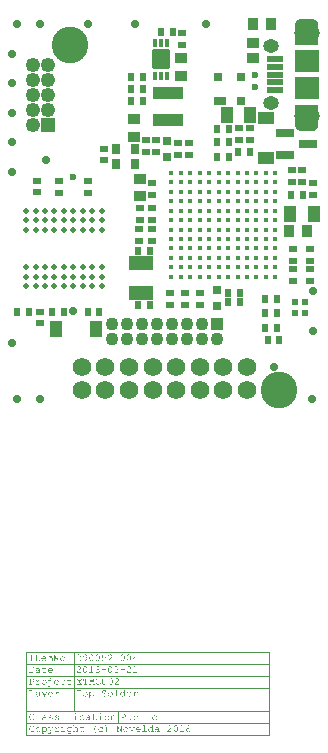
<source format=gts>
G04*
G04 #@! TF.GenerationSoftware,Altium Limited,Altium Designer,18.0.12 (696)*
G04*
G04 Layer_Color=8388736*
%FSLAX24Y24*%
%MOIN*%
G70*
G01*
G75*
%ADD13C,0.0020*%
%ADD35R,0.0315X0.0295*%
%ADD36R,0.0276X0.0237*%
%ADD37R,0.0394X0.0354*%
%ADD38R,0.0354X0.0394*%
%ADD39R,0.0315X0.0354*%
%ADD40C,0.0177*%
%ADD41R,0.0217X0.0217*%
%ADD42R,0.0630X0.0276*%
%ADD43R,0.0519X0.0399*%
G04:AMPARAMS|DCode=44|XSize=68.9mil|YSize=57.1mil|CornerRadius=4.6mil|HoleSize=0mil|Usage=FLASHONLY|Rotation=90.000|XOffset=0mil|YOffset=0mil|HoleType=Round|Shape=RoundedRectangle|*
%AMROUNDEDRECTD44*
21,1,0.0689,0.0478,0,0,90.0*
21,1,0.0596,0.0571,0,0,90.0*
1,1,0.0093,0.0239,0.0298*
1,1,0.0093,0.0239,-0.0298*
1,1,0.0093,-0.0239,-0.0298*
1,1,0.0093,-0.0239,0.0298*
%
%ADD44ROUNDEDRECTD44*%
%ADD45R,0.0138X0.0315*%
%ADD46R,0.1039X0.0441*%
%ADD47C,0.0201*%
%ADD48R,0.0399X0.0519*%
%ADD49R,0.0394X0.0531*%
%ADD50R,0.0276X0.0276*%
%ADD51R,0.0433X0.0276*%
%ADD52R,0.0571X0.0197*%
%ADD53R,0.0787X0.0748*%
%ADD54C,0.1220*%
%ADD55R,0.0787X0.0472*%
%ADD56R,0.0237X0.0276*%
%ADD57R,0.0433X0.0571*%
%ADD58C,0.0433*%
%ADD59R,0.0433X0.0433*%
%ADD60C,0.0492*%
%ADD61R,0.0492X0.0492*%
%ADD62C,0.0039*%
%ADD63C,0.0614*%
%ADD64O,0.0531X0.0453*%
%ADD65O,0.0866X0.0522*%
%ADD66C,0.0236*%
%ADD67C,0.0276*%
G36*
X9492Y11594D02*
X9496Y11593D01*
X9568Y11563D01*
X9571Y11561D01*
X9574Y11559D01*
X9630Y11503D01*
X9632Y11500D01*
X9634Y11497D01*
X9634Y11497D01*
X9664Y11425D01*
X9665Y11421D01*
X9665Y11417D01*
Y11378D01*
Y10748D01*
X9665Y10744D01*
X9664Y10740D01*
X9662Y10737D01*
X9660Y10734D01*
X9657Y10732D01*
X9653Y10730D01*
X9650Y10729D01*
X9646Y10728D01*
X8898D01*
X8894Y10729D01*
X8890Y10730D01*
X8887Y10732D01*
X8884Y10734D01*
X8881Y10737D01*
X8879Y10740D01*
X8878Y10744D01*
X8878Y10748D01*
Y11378D01*
Y11417D01*
X8878Y11421D01*
X8879Y11425D01*
X8909Y11497D01*
X8909Y11497D01*
X8911Y11500D01*
X8914Y11503D01*
X8969Y11559D01*
X8972Y11561D01*
X8975Y11563D01*
X8975Y11563D01*
X9048Y11593D01*
X9051Y11594D01*
X9055Y11595D01*
X9488D01*
X9492Y11594D01*
D02*
G37*
G36*
X9650Y8720D02*
X9653Y8719D01*
X9657Y8717D01*
X9660Y8715D01*
X9662Y8712D01*
X9664Y8708D01*
X9665Y8705D01*
X9665Y8701D01*
Y8071D01*
Y8032D01*
X9665Y8028D01*
X9664Y8024D01*
X9634Y7952D01*
X9634Y7952D01*
X9632Y7948D01*
X9630Y7945D01*
X9574Y7890D01*
X9571Y7888D01*
X9568Y7886D01*
X9568Y7886D01*
X9496Y7856D01*
X9492Y7855D01*
X9488Y7854D01*
X9055D01*
X9051Y7855D01*
X9048Y7856D01*
X8975Y7886D01*
X8975Y7886D01*
X8972Y7888D01*
X8969Y7890D01*
X8914Y7945D01*
X8911Y7948D01*
X8909Y7952D01*
X8909Y7952D01*
X8879Y8024D01*
X8878Y8028D01*
X8878Y8032D01*
Y8071D01*
Y8701D01*
X8878Y8705D01*
X8879Y8708D01*
X8881Y8712D01*
X8884Y8715D01*
X8887Y8717D01*
X8890Y8719D01*
X8894Y8720D01*
X8898Y8721D01*
X9646D01*
X9650Y8720D01*
D02*
G37*
G36*
X769Y-9662D02*
X773Y-9662D01*
X777Y-9664D01*
X781Y-9665D01*
X785Y-9668D01*
X789Y-9671D01*
X790Y-9672D01*
X791Y-9674D01*
X793Y-9676D01*
X795Y-9679D01*
X797Y-9684D01*
X799Y-9689D01*
X800Y-9694D01*
X801Y-9700D01*
Y-9799D01*
X814D01*
X816Y-9799D01*
X818Y-9800D01*
X820Y-9801D01*
X821Y-9801D01*
X822Y-9802D01*
X822Y-9804D01*
X823Y-9806D01*
Y-9806D01*
X822Y-9808D01*
X822Y-9809D01*
X820Y-9811D01*
X820Y-9811D01*
X819Y-9812D01*
X816Y-9813D01*
X813Y-9813D01*
X787D01*
Y-9700D01*
Y-9700D01*
Y-9699D01*
X787Y-9697D01*
X786Y-9694D01*
X785Y-9691D01*
X784Y-9688D01*
X782Y-9685D01*
X780Y-9682D01*
X780Y-9682D01*
X779Y-9681D01*
X777Y-9680D01*
X776Y-9679D01*
X773Y-9678D01*
X771Y-9676D01*
X768Y-9676D01*
X765Y-9675D01*
X763D01*
X762Y-9676D01*
X760Y-9676D01*
X757Y-9677D01*
X754Y-9678D01*
X751Y-9679D01*
X748Y-9681D01*
X748Y-9681D01*
X746Y-9682D01*
X745Y-9684D01*
X742Y-9686D01*
X739Y-9689D01*
X736Y-9694D01*
X732Y-9699D01*
X728Y-9704D01*
Y-9799D01*
X741D01*
X743Y-9799D01*
X746Y-9800D01*
X748Y-9801D01*
X748Y-9801D01*
X749Y-9802D01*
X750Y-9804D01*
X750Y-9806D01*
Y-9806D01*
X750Y-9808D01*
X749Y-9809D01*
X748Y-9811D01*
X748Y-9811D01*
X746Y-9812D01*
X744Y-9813D01*
X741Y-9813D01*
X714D01*
Y-9701D01*
Y-9701D01*
Y-9700D01*
X714Y-9698D01*
X713Y-9695D01*
X713Y-9692D01*
X711Y-9689D01*
X710Y-9686D01*
X707Y-9683D01*
X707Y-9682D01*
X707Y-9681D01*
X705Y-9680D01*
X703Y-9679D01*
X701Y-9678D01*
X698Y-9677D01*
X695Y-9676D01*
X692Y-9675D01*
X691D01*
X690Y-9676D01*
X688Y-9676D01*
X686Y-9677D01*
X683Y-9678D01*
X680Y-9679D01*
X678Y-9680D01*
X677Y-9681D01*
X676Y-9682D01*
X674Y-9683D01*
X671Y-9686D01*
X668Y-9689D01*
X664Y-9694D01*
X660Y-9699D01*
X656Y-9704D01*
Y-9799D01*
X669D01*
X671Y-9799D01*
X673Y-9800D01*
X675Y-9801D01*
X676Y-9801D01*
X677Y-9802D01*
X677Y-9804D01*
X678Y-9806D01*
Y-9806D01*
X677Y-9808D01*
X677Y-9809D01*
X675Y-9811D01*
X675Y-9811D01*
X674Y-9812D01*
X671Y-9813D01*
X668Y-9813D01*
X629D01*
X627Y-9813D01*
X625Y-9812D01*
X622Y-9811D01*
X622Y-9811D01*
X621Y-9810D01*
X621Y-9808D01*
X620Y-9806D01*
Y-9805D01*
X621Y-9804D01*
X621Y-9802D01*
X622Y-9801D01*
X623Y-9801D01*
X624Y-9800D01*
X626Y-9799D01*
X630Y-9799D01*
X642D01*
Y-9680D01*
X629D01*
X627Y-9680D01*
X625Y-9679D01*
X622Y-9678D01*
X622Y-9678D01*
X621Y-9677D01*
X621Y-9675D01*
X620Y-9673D01*
Y-9672D01*
X621Y-9671D01*
X621Y-9670D01*
X622Y-9668D01*
X623Y-9668D01*
X624Y-9667D01*
X626Y-9666D01*
X630Y-9666D01*
X656D01*
Y-9680D01*
X656Y-9680D01*
X657Y-9679D01*
X658Y-9679D01*
X659Y-9678D01*
X663Y-9674D01*
X667Y-9671D01*
X673Y-9667D01*
X679Y-9664D01*
X682Y-9663D01*
X686Y-9662D01*
X689Y-9661D01*
X692Y-9661D01*
X694D01*
X696Y-9661D01*
X699Y-9662D01*
X702Y-9662D01*
X705Y-9664D01*
X708Y-9665D01*
X711Y-9667D01*
X712Y-9667D01*
X713Y-9668D01*
X714Y-9670D01*
X716Y-9671D01*
X718Y-9674D01*
X721Y-9677D01*
X723Y-9680D01*
X725Y-9684D01*
X726Y-9684D01*
X727Y-9682D01*
X729Y-9680D01*
X731Y-9678D01*
X734Y-9675D01*
X737Y-9672D01*
X741Y-9669D01*
X745Y-9667D01*
X745Y-9667D01*
X746Y-9666D01*
X748Y-9665D01*
X751Y-9664D01*
X754Y-9663D01*
X757Y-9662D01*
X761Y-9661D01*
X764Y-9661D01*
X767D01*
X769Y-9662D01*
D02*
G37*
G36*
X3004Y-9725D02*
X2859D01*
Y-9705D01*
X3004D01*
Y-9725D01*
D02*
G37*
G36*
X1014Y-9615D02*
X1017Y-9615D01*
X1019Y-9617D01*
X1019Y-9617D01*
X1020Y-9618D01*
X1021Y-9619D01*
X1021Y-9622D01*
Y-9622D01*
X1021Y-9624D01*
X1020Y-9625D01*
X1019Y-9627D01*
X1018Y-9627D01*
X1017Y-9628D01*
X1015Y-9628D01*
X1012Y-9629D01*
X999D01*
Y-9813D01*
X981D01*
X875Y-9636D01*
Y-9799D01*
X903D01*
X905Y-9799D01*
X907Y-9800D01*
X909Y-9801D01*
X910Y-9801D01*
X911Y-9802D01*
X911Y-9804D01*
X912Y-9806D01*
Y-9806D01*
X911Y-9808D01*
X911Y-9809D01*
X909Y-9811D01*
X909Y-9811D01*
X908Y-9812D01*
X905Y-9813D01*
X902Y-9813D01*
X848D01*
X846Y-9813D01*
X844Y-9812D01*
X842Y-9811D01*
X841Y-9811D01*
X841Y-9810D01*
X840Y-9808D01*
X840Y-9806D01*
Y-9805D01*
X840Y-9804D01*
X841Y-9802D01*
X842Y-9801D01*
X842Y-9801D01*
X844Y-9800D01*
X846Y-9799D01*
X849Y-9799D01*
X861D01*
Y-9629D01*
X841D01*
X839Y-9628D01*
X837Y-9628D01*
X835Y-9627D01*
X834Y-9627D01*
X834Y-9626D01*
X833Y-9624D01*
X833Y-9622D01*
Y-9621D01*
X833Y-9620D01*
X834Y-9618D01*
X835Y-9617D01*
X835Y-9616D01*
X837Y-9616D01*
X839Y-9615D01*
X842Y-9615D01*
X879D01*
X985Y-9792D01*
Y-9629D01*
X958D01*
X956Y-9628D01*
X953Y-9628D01*
X951Y-9627D01*
X951Y-9627D01*
X950Y-9626D01*
X950Y-9624D01*
X949Y-9622D01*
Y-9621D01*
X950Y-9620D01*
X950Y-9618D01*
X951Y-9617D01*
X952Y-9616D01*
X953Y-9616D01*
X955Y-9615D01*
X957Y-9615D01*
X1012D01*
X1014Y-9615D01*
D02*
G37*
G36*
X2562Y-9600D02*
X2565Y-9601D01*
X2567Y-9602D01*
X2567Y-9603D01*
X2568Y-9604D01*
X2569Y-9605D01*
X2569Y-9607D01*
Y-9608D01*
X2569Y-9609D01*
X2568Y-9611D01*
X2567Y-9612D01*
X2567Y-9613D01*
X2565Y-9613D01*
X2563Y-9614D01*
X2560Y-9614D01*
X2475D01*
Y-9684D01*
X2475Y-9684D01*
X2477Y-9683D01*
X2479Y-9682D01*
X2482Y-9681D01*
X2486Y-9680D01*
X2490Y-9679D01*
X2498Y-9676D01*
X2499D01*
X2500Y-9676D01*
X2503Y-9675D01*
X2506Y-9675D01*
X2509Y-9674D01*
X2513Y-9674D01*
X2520Y-9674D01*
X2523D01*
X2525Y-9674D01*
X2527Y-9674D01*
X2530Y-9675D01*
X2536Y-9676D01*
X2543Y-9678D01*
X2547Y-9680D01*
X2551Y-9681D01*
X2554Y-9684D01*
X2558Y-9686D01*
X2561Y-9689D01*
X2565Y-9693D01*
X2565Y-9693D01*
X2566Y-9694D01*
X2567Y-9695D01*
X2568Y-9696D01*
X2569Y-9698D01*
X2571Y-9700D01*
X2573Y-9703D01*
X2574Y-9706D01*
X2576Y-9709D01*
X2578Y-9713D01*
X2579Y-9717D01*
X2580Y-9721D01*
X2583Y-9731D01*
X2583Y-9737D01*
X2583Y-9742D01*
Y-9742D01*
Y-9744D01*
Y-9745D01*
X2583Y-9748D01*
X2583Y-9751D01*
X2582Y-9754D01*
X2582Y-9758D01*
X2581Y-9761D01*
X2578Y-9770D01*
X2577Y-9775D01*
X2575Y-9780D01*
X2573Y-9784D01*
X2570Y-9788D01*
X2567Y-9793D01*
X2563Y-9797D01*
X2563Y-9797D01*
X2562Y-9798D01*
X2561Y-9799D01*
X2559Y-9800D01*
X2558Y-9802D01*
X2555Y-9803D01*
X2552Y-9805D01*
X2549Y-9807D01*
X2546Y-9809D01*
X2542Y-9811D01*
X2533Y-9815D01*
X2528Y-9816D01*
X2523Y-9817D01*
X2518Y-9818D01*
X2512Y-9818D01*
X2509D01*
X2507Y-9818D01*
X2505D01*
X2500Y-9817D01*
X2494Y-9816D01*
X2487Y-9814D01*
X2480Y-9812D01*
X2473Y-9809D01*
X2473Y-9809D01*
X2471Y-9808D01*
X2469Y-9806D01*
X2465Y-9805D01*
X2462Y-9802D01*
X2457Y-9800D01*
X2454Y-9797D01*
X2449Y-9794D01*
X2449Y-9793D01*
X2448Y-9793D01*
X2447Y-9792D01*
X2446Y-9790D01*
X2444Y-9787D01*
X2443Y-9786D01*
X2443Y-9784D01*
Y-9784D01*
X2443Y-9782D01*
X2444Y-9781D01*
X2445Y-9779D01*
X2445Y-9779D01*
X2446Y-9778D01*
X2448Y-9777D01*
X2450Y-9777D01*
X2450D01*
X2452Y-9777D01*
X2454Y-9778D01*
X2456Y-9780D01*
X2456Y-9781D01*
X2457Y-9781D01*
X2458Y-9782D01*
X2460Y-9784D01*
X2463Y-9786D01*
X2465Y-9788D01*
X2469Y-9790D01*
X2472Y-9792D01*
X2476Y-9794D01*
X2480Y-9796D01*
X2490Y-9800D01*
X2495Y-9801D01*
X2500Y-9803D01*
X2506Y-9803D01*
X2512Y-9804D01*
X2514D01*
X2516Y-9803D01*
X2518Y-9803D01*
X2520Y-9803D01*
X2526Y-9801D01*
X2533Y-9800D01*
X2539Y-9797D01*
X2543Y-9795D01*
X2546Y-9792D01*
X2550Y-9790D01*
X2553Y-9787D01*
X2553Y-9786D01*
X2554Y-9786D01*
X2555Y-9785D01*
X2556Y-9783D01*
X2557Y-9782D01*
X2558Y-9780D01*
X2559Y-9778D01*
X2561Y-9775D01*
X2563Y-9772D01*
X2564Y-9768D01*
X2567Y-9761D01*
X2569Y-9752D01*
X2569Y-9747D01*
X2569Y-9741D01*
Y-9741D01*
Y-9740D01*
Y-9739D01*
X2569Y-9738D01*
Y-9735D01*
X2569Y-9733D01*
X2568Y-9727D01*
X2566Y-9721D01*
X2563Y-9715D01*
X2560Y-9708D01*
X2558Y-9705D01*
X2555Y-9702D01*
Y-9702D01*
X2554Y-9702D01*
X2552Y-9700D01*
X2549Y-9698D01*
X2545Y-9695D01*
X2540Y-9692D01*
X2534Y-9690D01*
X2527Y-9688D01*
X2523Y-9688D01*
X2517D01*
X2515Y-9688D01*
X2513D01*
X2511Y-9688D01*
X2505Y-9689D01*
X2498Y-9691D01*
X2491Y-9693D01*
X2483Y-9696D01*
X2475Y-9700D01*
X2474D01*
X2474Y-9700D01*
X2472Y-9701D01*
X2469Y-9702D01*
X2467Y-9702D01*
X2467D01*
X2465Y-9702D01*
X2464Y-9701D01*
X2462Y-9700D01*
X2462Y-9700D01*
X2461Y-9699D01*
X2461Y-9697D01*
X2460Y-9695D01*
Y-9600D01*
X2560D01*
X2562Y-9600D01*
D02*
G37*
G36*
X1894Y-9596D02*
X1897Y-9596D01*
X1902Y-9597D01*
X1907Y-9598D01*
X1913Y-9600D01*
X1920Y-9603D01*
X1925Y-9607D01*
X1926D01*
X1926Y-9608D01*
X1928Y-9610D01*
X1931Y-9612D01*
X1935Y-9616D01*
X1939Y-9621D01*
X1943Y-9627D01*
X1947Y-9634D01*
X1950Y-9642D01*
Y-9643D01*
X1951Y-9644D01*
X1951Y-9645D01*
X1952Y-9648D01*
X1953Y-9650D01*
X1954Y-9654D01*
X1955Y-9658D01*
X1956Y-9662D01*
X1957Y-9667D01*
X1958Y-9672D01*
X1959Y-9678D01*
X1960Y-9683D01*
X1961Y-9690D01*
X1962Y-9696D01*
X1962Y-9710D01*
Y-9711D01*
Y-9712D01*
Y-9713D01*
Y-9715D01*
X1962Y-9718D01*
X1961Y-9721D01*
Y-9724D01*
X1961Y-9728D01*
X1960Y-9736D01*
X1958Y-9744D01*
X1955Y-9753D01*
X1952Y-9761D01*
X1952Y-9761D01*
X1951Y-9763D01*
X1949Y-9765D01*
X1947Y-9769D01*
X1944Y-9773D01*
X1941Y-9777D01*
X1937Y-9782D01*
X1933Y-9787D01*
X1932Y-9787D01*
X1931Y-9789D01*
X1928Y-9791D01*
X1925Y-9794D01*
X1921Y-9797D01*
X1916Y-9801D01*
X1911Y-9804D01*
X1905Y-9807D01*
X1905D01*
X1904Y-9808D01*
X1903Y-9808D01*
X1901Y-9809D01*
X1900Y-9810D01*
X1897Y-9811D01*
X1892Y-9813D01*
X1885Y-9815D01*
X1878Y-9816D01*
X1869Y-9818D01*
X1861Y-9818D01*
X1858D01*
X1856Y-9818D01*
X1852Y-9817D01*
X1848Y-9817D01*
X1844Y-9816D01*
X1840Y-9814D01*
X1836Y-9812D01*
X1836D01*
X1835Y-9812D01*
X1834Y-9810D01*
X1832Y-9808D01*
X1832Y-9807D01*
X1832Y-9806D01*
Y-9805D01*
X1832Y-9804D01*
X1833Y-9802D01*
X1834Y-9801D01*
X1834Y-9801D01*
X1835Y-9800D01*
X1837Y-9799D01*
X1839Y-9799D01*
X1839D01*
X1840Y-9799D01*
X1842Y-9800D01*
X1844Y-9801D01*
X1845D01*
X1846Y-9801D01*
X1847Y-9802D01*
X1849Y-9802D01*
X1851Y-9803D01*
X1854Y-9803D01*
X1860Y-9804D01*
X1863D01*
X1865Y-9803D01*
X1869Y-9803D01*
X1872Y-9802D01*
X1876Y-9802D01*
X1881Y-9801D01*
X1885Y-9800D01*
X1891Y-9798D01*
X1896Y-9796D01*
X1901Y-9793D01*
X1906Y-9790D01*
X1911Y-9787D01*
X1917Y-9783D01*
X1922Y-9778D01*
X1922Y-9778D01*
X1922Y-9777D01*
X1924Y-9776D01*
X1925Y-9774D01*
X1927Y-9771D01*
X1930Y-9768D01*
X1932Y-9764D01*
X1935Y-9760D01*
X1937Y-9756D01*
X1939Y-9751D01*
X1942Y-9745D01*
X1943Y-9740D01*
X1945Y-9733D01*
X1946Y-9727D01*
X1947Y-9720D01*
X1947Y-9713D01*
Y-9712D01*
Y-9711D01*
Y-9710D01*
Y-9707D01*
Y-9705D01*
X1947Y-9701D01*
Y-9697D01*
X1947Y-9693D01*
Y-9693D01*
X1946Y-9694D01*
X1946Y-9695D01*
X1945Y-9696D01*
X1943Y-9700D01*
X1939Y-9704D01*
X1936Y-9708D01*
X1931Y-9713D01*
X1926Y-9718D01*
X1921Y-9722D01*
X1920Y-9722D01*
X1918Y-9723D01*
X1915Y-9725D01*
X1911Y-9727D01*
X1906Y-9729D01*
X1901Y-9730D01*
X1895Y-9731D01*
X1889Y-9732D01*
X1887D01*
X1884Y-9731D01*
X1880Y-9731D01*
X1876Y-9730D01*
X1871Y-9728D01*
X1866Y-9726D01*
X1861Y-9723D01*
X1860Y-9723D01*
X1859Y-9722D01*
X1856Y-9720D01*
X1853Y-9717D01*
X1849Y-9714D01*
X1846Y-9709D01*
X1842Y-9704D01*
X1839Y-9699D01*
Y-9698D01*
X1839Y-9698D01*
X1838Y-9697D01*
X1838Y-9696D01*
X1836Y-9692D01*
X1835Y-9688D01*
X1834Y-9683D01*
X1832Y-9677D01*
X1831Y-9671D01*
X1831Y-9664D01*
Y-9664D01*
Y-9663D01*
Y-9662D01*
X1831Y-9660D01*
X1832Y-9658D01*
X1832Y-9655D01*
X1832Y-9652D01*
X1833Y-9649D01*
X1835Y-9641D01*
X1838Y-9633D01*
X1840Y-9629D01*
X1842Y-9625D01*
X1844Y-9621D01*
X1847Y-9617D01*
X1847Y-9617D01*
X1848Y-9616D01*
X1849Y-9615D01*
X1850Y-9614D01*
X1852Y-9612D01*
X1854Y-9610D01*
X1856Y-9608D01*
X1859Y-9606D01*
X1865Y-9602D01*
X1872Y-9598D01*
X1876Y-9597D01*
X1881Y-9596D01*
X1885Y-9596D01*
X1890Y-9595D01*
X1892D01*
X1894Y-9596D01*
D02*
G37*
G36*
X3598Y-9740D02*
X3611D01*
X3613Y-9740D01*
X3615Y-9740D01*
X3617Y-9741D01*
X3618Y-9742D01*
X3619Y-9743D01*
X3619Y-9744D01*
X3620Y-9747D01*
Y-9747D01*
X3619Y-9748D01*
X3619Y-9750D01*
X3617Y-9752D01*
X3617Y-9752D01*
X3616Y-9753D01*
X3613Y-9753D01*
X3610Y-9754D01*
X3598D01*
Y-9799D01*
X3611D01*
X3613Y-9799D01*
X3616Y-9800D01*
X3618Y-9801D01*
X3618Y-9801D01*
X3619Y-9802D01*
X3620Y-9804D01*
X3620Y-9806D01*
Y-9806D01*
X3620Y-9808D01*
X3619Y-9809D01*
X3618Y-9811D01*
X3617Y-9811D01*
X3616Y-9812D01*
X3614Y-9813D01*
X3610Y-9813D01*
X3556D01*
X3554Y-9813D01*
X3552Y-9812D01*
X3550Y-9811D01*
X3549Y-9811D01*
X3549Y-9810D01*
X3548Y-9808D01*
X3548Y-9806D01*
Y-9805D01*
X3548Y-9804D01*
X3549Y-9802D01*
X3550Y-9801D01*
X3550Y-9801D01*
X3552Y-9800D01*
X3554Y-9799D01*
X3557Y-9799D01*
X3584D01*
Y-9754D01*
X3489D01*
X3489Y-9738D01*
X3568Y-9600D01*
X3598D01*
Y-9740D01*
D02*
G37*
G36*
X2724Y-9596D02*
X2727Y-9596D01*
X2729Y-9596D01*
X2736Y-9597D01*
X2743Y-9600D01*
X2746Y-9601D01*
X2750Y-9603D01*
X2754Y-9605D01*
X2758Y-9608D01*
X2762Y-9611D01*
X2766Y-9614D01*
X2766Y-9614D01*
X2767Y-9615D01*
X2767Y-9616D01*
X2769Y-9617D01*
X2770Y-9619D01*
X2772Y-9621D01*
X2776Y-9626D01*
X2779Y-9632D01*
X2782Y-9639D01*
X2783Y-9643D01*
X2784Y-9647D01*
X2785Y-9652D01*
X2785Y-9656D01*
Y-9656D01*
Y-9658D01*
Y-9659D01*
X2785Y-9662D01*
X2784Y-9665D01*
X2784Y-9668D01*
X2782Y-9674D01*
Y-9674D01*
X2781Y-9675D01*
X2781Y-9677D01*
X2779Y-9679D01*
X2778Y-9682D01*
X2776Y-9685D01*
X2773Y-9688D01*
X2771Y-9692D01*
X2770Y-9692D01*
X2769Y-9694D01*
X2767Y-9696D01*
X2764Y-9699D01*
X2761Y-9703D01*
X2756Y-9708D01*
X2750Y-9714D01*
X2743Y-9721D01*
X2742Y-9722D01*
X2741Y-9723D01*
X2738Y-9726D01*
X2735Y-9729D01*
X2731Y-9734D01*
X2726Y-9738D01*
X2720Y-9743D01*
X2714Y-9749D01*
X2708Y-9755D01*
X2701Y-9761D01*
X2687Y-9774D01*
X2674Y-9787D01*
X2668Y-9793D01*
X2661Y-9798D01*
Y-9799D01*
X2771D01*
Y-9793D01*
Y-9793D01*
Y-9793D01*
X2772Y-9791D01*
X2772Y-9788D01*
X2773Y-9786D01*
X2774Y-9786D01*
X2775Y-9785D01*
X2776Y-9784D01*
X2779Y-9784D01*
X2779D01*
X2780Y-9784D01*
X2782Y-9785D01*
X2783Y-9786D01*
X2784Y-9786D01*
X2784Y-9788D01*
X2785Y-9790D01*
X2785Y-9793D01*
Y-9813D01*
X2647D01*
Y-9792D01*
X2648Y-9792D01*
X2649Y-9791D01*
X2652Y-9788D01*
X2655Y-9785D01*
X2659Y-9782D01*
X2663Y-9778D01*
X2668Y-9773D01*
X2674Y-9768D01*
X2680Y-9762D01*
X2687Y-9756D01*
X2694Y-9749D01*
X2701Y-9742D01*
X2717Y-9728D01*
X2732Y-9713D01*
X2732Y-9712D01*
X2733Y-9712D01*
X2734Y-9711D01*
X2735Y-9710D01*
X2739Y-9706D01*
X2742Y-9702D01*
X2747Y-9698D01*
X2751Y-9693D01*
X2755Y-9689D01*
X2758Y-9685D01*
X2759Y-9685D01*
X2760Y-9683D01*
X2761Y-9682D01*
X2762Y-9680D01*
X2765Y-9675D01*
X2767Y-9672D01*
X2768Y-9670D01*
Y-9669D01*
X2768Y-9668D01*
X2769Y-9667D01*
X2770Y-9665D01*
X2771Y-9661D01*
X2771Y-9656D01*
Y-9656D01*
Y-9655D01*
Y-9654D01*
X2771Y-9653D01*
X2770Y-9649D01*
X2769Y-9645D01*
X2767Y-9640D01*
X2765Y-9635D01*
X2761Y-9629D01*
X2759Y-9626D01*
X2756Y-9623D01*
Y-9623D01*
X2755Y-9623D01*
X2753Y-9621D01*
X2750Y-9619D01*
X2746Y-9616D01*
X2741Y-9614D01*
X2735Y-9612D01*
X2728Y-9610D01*
X2724Y-9609D01*
X2717D01*
X2714Y-9610D01*
X2709Y-9611D01*
X2704Y-9612D01*
X2698Y-9614D01*
X2693Y-9617D01*
X2687Y-9620D01*
X2686Y-9620D01*
X2685Y-9622D01*
X2682Y-9624D01*
X2679Y-9627D01*
X2676Y-9631D01*
X2673Y-9636D01*
X2670Y-9641D01*
X2668Y-9647D01*
Y-9647D01*
X2668Y-9647D01*
X2668Y-9649D01*
X2667Y-9651D01*
X2666Y-9652D01*
X2665Y-9652D01*
X2664Y-9653D01*
X2663Y-9653D01*
X2661Y-9654D01*
X2660D01*
X2659Y-9653D01*
X2658Y-9653D01*
X2656Y-9652D01*
X2656Y-9652D01*
X2655Y-9651D01*
X2655Y-9649D01*
X2654Y-9647D01*
Y-9647D01*
Y-9646D01*
X2655Y-9644D01*
X2655Y-9641D01*
X2657Y-9638D01*
X2658Y-9635D01*
X2660Y-9630D01*
X2663Y-9625D01*
Y-9625D01*
X2663Y-9625D01*
X2665Y-9623D01*
X2667Y-9620D01*
X2670Y-9617D01*
X2673Y-9614D01*
X2677Y-9610D01*
X2682Y-9607D01*
X2688Y-9603D01*
X2688D01*
X2688Y-9603D01*
X2690Y-9602D01*
X2694Y-9601D01*
X2698Y-9599D01*
X2702Y-9598D01*
X2708Y-9596D01*
X2714Y-9596D01*
X2720Y-9595D01*
X2722D01*
X2724Y-9596D01*
D02*
G37*
G36*
X154Y-9615D02*
X156Y-9615D01*
X158Y-9617D01*
X158Y-9617D01*
X159Y-9618D01*
X160Y-9619D01*
X160Y-9622D01*
Y-9622D01*
X160Y-9624D01*
X159Y-9625D01*
X158Y-9627D01*
X158Y-9627D01*
X156Y-9628D01*
X154Y-9628D01*
X151Y-9629D01*
X102D01*
Y-9799D01*
X152D01*
X154Y-9799D01*
X156Y-9800D01*
X158Y-9801D01*
X158Y-9801D01*
X159Y-9802D01*
X160Y-9804D01*
X160Y-9806D01*
Y-9806D01*
X160Y-9808D01*
X159Y-9809D01*
X158Y-9811D01*
X158Y-9811D01*
X156Y-9812D01*
X154Y-9813D01*
X151Y-9813D01*
X38D01*
X36Y-9813D01*
X34Y-9812D01*
X32Y-9811D01*
X31Y-9811D01*
X31Y-9810D01*
X30Y-9808D01*
X30Y-9806D01*
Y-9805D01*
X30Y-9804D01*
X31Y-9802D01*
X32Y-9801D01*
X32Y-9801D01*
X33Y-9800D01*
X36Y-9799D01*
X39Y-9799D01*
X88D01*
Y-9629D01*
X38D01*
X36Y-9628D01*
X34Y-9628D01*
X32Y-9627D01*
X31Y-9627D01*
X31Y-9626D01*
X30Y-9624D01*
X30Y-9622D01*
Y-9621D01*
X30Y-9620D01*
X31Y-9618D01*
X32Y-9617D01*
X32Y-9616D01*
X33Y-9616D01*
X36Y-9615D01*
X39Y-9615D01*
X152D01*
X154Y-9615D01*
D02*
G37*
G36*
X1681Y-9596D02*
X1684Y-9596D01*
X1686Y-9596D01*
X1693Y-9597D01*
X1700Y-9600D01*
X1703Y-9601D01*
X1707Y-9603D01*
X1711Y-9605D01*
X1715Y-9608D01*
X1719Y-9611D01*
X1723Y-9614D01*
X1723Y-9614D01*
X1724Y-9615D01*
X1724Y-9616D01*
X1726Y-9617D01*
X1727Y-9619D01*
X1729Y-9621D01*
X1733Y-9626D01*
X1736Y-9632D01*
X1739Y-9639D01*
X1740Y-9643D01*
X1741Y-9647D01*
X1742Y-9652D01*
X1742Y-9656D01*
Y-9656D01*
Y-9658D01*
Y-9659D01*
X1742Y-9662D01*
X1741Y-9665D01*
X1741Y-9668D01*
X1739Y-9674D01*
Y-9674D01*
X1738Y-9675D01*
X1737Y-9677D01*
X1736Y-9679D01*
X1735Y-9682D01*
X1733Y-9685D01*
X1730Y-9688D01*
X1728Y-9692D01*
X1727Y-9692D01*
X1726Y-9694D01*
X1724Y-9696D01*
X1721Y-9699D01*
X1717Y-9703D01*
X1713Y-9708D01*
X1707Y-9714D01*
X1700Y-9721D01*
X1699Y-9722D01*
X1698Y-9723D01*
X1695Y-9726D01*
X1692Y-9729D01*
X1688Y-9734D01*
X1683Y-9738D01*
X1677Y-9743D01*
X1671Y-9749D01*
X1665Y-9755D01*
X1658Y-9761D01*
X1644Y-9774D01*
X1631Y-9787D01*
X1625Y-9793D01*
X1618Y-9798D01*
Y-9799D01*
X1728D01*
Y-9793D01*
Y-9793D01*
Y-9793D01*
X1729Y-9791D01*
X1729Y-9788D01*
X1730Y-9786D01*
X1731Y-9786D01*
X1732Y-9785D01*
X1733Y-9784D01*
X1736Y-9784D01*
X1736D01*
X1737Y-9784D01*
X1739Y-9785D01*
X1740Y-9786D01*
X1741Y-9786D01*
X1741Y-9788D01*
X1742Y-9790D01*
X1742Y-9793D01*
Y-9813D01*
X1604D01*
Y-9792D01*
X1605Y-9792D01*
X1606Y-9791D01*
X1609Y-9788D01*
X1612Y-9785D01*
X1615Y-9782D01*
X1620Y-9778D01*
X1625Y-9773D01*
X1631Y-9768D01*
X1637Y-9762D01*
X1644Y-9756D01*
X1651Y-9749D01*
X1658Y-9742D01*
X1674Y-9728D01*
X1689Y-9713D01*
X1689Y-9712D01*
X1690Y-9712D01*
X1691Y-9711D01*
X1692Y-9710D01*
X1696Y-9706D01*
X1699Y-9702D01*
X1704Y-9698D01*
X1708Y-9693D01*
X1712Y-9689D01*
X1715Y-9685D01*
X1716Y-9685D01*
X1717Y-9683D01*
X1717Y-9682D01*
X1719Y-9680D01*
X1722Y-9675D01*
X1724Y-9672D01*
X1725Y-9670D01*
Y-9669D01*
X1725Y-9668D01*
X1726Y-9667D01*
X1727Y-9665D01*
X1728Y-9661D01*
X1728Y-9656D01*
Y-9656D01*
Y-9655D01*
Y-9654D01*
X1728Y-9653D01*
X1727Y-9649D01*
X1726Y-9645D01*
X1724Y-9640D01*
X1722Y-9635D01*
X1718Y-9629D01*
X1716Y-9626D01*
X1713Y-9623D01*
Y-9623D01*
X1712Y-9623D01*
X1710Y-9621D01*
X1707Y-9619D01*
X1703Y-9616D01*
X1698Y-9614D01*
X1692Y-9612D01*
X1685Y-9610D01*
X1681Y-9609D01*
X1674D01*
X1671Y-9610D01*
X1666Y-9611D01*
X1661Y-9612D01*
X1655Y-9614D01*
X1650Y-9617D01*
X1644Y-9620D01*
X1643Y-9620D01*
X1642Y-9622D01*
X1639Y-9624D01*
X1636Y-9627D01*
X1633Y-9631D01*
X1630Y-9636D01*
X1627Y-9641D01*
X1625Y-9647D01*
Y-9647D01*
X1625Y-9647D01*
X1625Y-9649D01*
X1624Y-9651D01*
X1623Y-9652D01*
X1622Y-9652D01*
X1621Y-9653D01*
X1620Y-9653D01*
X1618Y-9654D01*
X1617D01*
X1616Y-9653D01*
X1614Y-9653D01*
X1613Y-9652D01*
X1613Y-9652D01*
X1612Y-9651D01*
X1612Y-9649D01*
X1611Y-9647D01*
Y-9647D01*
Y-9646D01*
X1612Y-9644D01*
X1612Y-9641D01*
X1614Y-9638D01*
X1615Y-9635D01*
X1617Y-9630D01*
X1620Y-9625D01*
Y-9625D01*
X1620Y-9625D01*
X1622Y-9623D01*
X1624Y-9620D01*
X1627Y-9617D01*
X1630Y-9614D01*
X1634Y-9610D01*
X1639Y-9607D01*
X1645Y-9603D01*
X1645D01*
X1645Y-9603D01*
X1647Y-9602D01*
X1651Y-9601D01*
X1655Y-9599D01*
X1659Y-9598D01*
X1665Y-9596D01*
X1671Y-9596D01*
X1677Y-9595D01*
X1679D01*
X1681Y-9596D01*
D02*
G37*
G36*
X3353D02*
X3356Y-9596D01*
X3360Y-9596D01*
X3364Y-9597D01*
X3368Y-9599D01*
X3372Y-9600D01*
X3373Y-9601D01*
X3374Y-9601D01*
X3376Y-9602D01*
X3378Y-9604D01*
X3381Y-9606D01*
X3385Y-9608D01*
X3388Y-9611D01*
X3391Y-9614D01*
X3391Y-9615D01*
X3392Y-9615D01*
X3393Y-9617D01*
X3394Y-9619D01*
X3396Y-9621D01*
X3398Y-9624D01*
X3399Y-9628D01*
X3402Y-9633D01*
X3402Y-9633D01*
X3403Y-9635D01*
X3404Y-9637D01*
X3405Y-9640D01*
X3406Y-9643D01*
X3408Y-9647D01*
X3410Y-9655D01*
X3411Y-9656D01*
X3411Y-9658D01*
X3412Y-9660D01*
X3412Y-9665D01*
X3413Y-9670D01*
X3414Y-9676D01*
X3414Y-9682D01*
Y-9689D01*
Y-9724D01*
Y-9725D01*
Y-9726D01*
Y-9729D01*
X3414Y-9732D01*
X3414Y-9736D01*
X3413Y-9740D01*
X3412Y-9745D01*
X3412Y-9751D01*
X3409Y-9762D01*
X3407Y-9768D01*
X3405Y-9774D01*
X3402Y-9780D01*
X3399Y-9786D01*
X3396Y-9792D01*
X3392Y-9797D01*
X3392Y-9797D01*
X3391Y-9798D01*
X3390Y-9799D01*
X3389Y-9800D01*
X3387Y-9802D01*
X3385Y-9803D01*
X3383Y-9805D01*
X3380Y-9807D01*
X3374Y-9811D01*
X3366Y-9815D01*
X3362Y-9816D01*
X3358Y-9817D01*
X3354Y-9818D01*
X3349Y-9818D01*
X3347D01*
X3344Y-9818D01*
X3341Y-9817D01*
X3337Y-9817D01*
X3334Y-9816D01*
X3329Y-9815D01*
X3325Y-9813D01*
X3325Y-9813D01*
X3323Y-9812D01*
X3321Y-9811D01*
X3318Y-9809D01*
X3316Y-9807D01*
X3312Y-9805D01*
X3309Y-9802D01*
X3306Y-9799D01*
X3306Y-9799D01*
X3305Y-9798D01*
X3304Y-9797D01*
X3303Y-9795D01*
X3301Y-9792D01*
X3299Y-9789D01*
X3297Y-9785D01*
X3295Y-9781D01*
X3295Y-9781D01*
X3294Y-9779D01*
X3293Y-9777D01*
X3292Y-9774D01*
X3291Y-9770D01*
X3289Y-9766D01*
X3287Y-9759D01*
Y-9758D01*
Y-9758D01*
X3286Y-9756D01*
X3286Y-9753D01*
X3285Y-9749D01*
X3284Y-9744D01*
X3284Y-9738D01*
X3283Y-9731D01*
X3283Y-9724D01*
Y-9689D01*
Y-9689D01*
Y-9687D01*
Y-9685D01*
X3283Y-9682D01*
X3284Y-9678D01*
X3284Y-9673D01*
X3285Y-9668D01*
X3286Y-9663D01*
X3288Y-9651D01*
X3290Y-9645D01*
X3292Y-9639D01*
X3295Y-9633D01*
X3297Y-9627D01*
X3301Y-9622D01*
X3305Y-9617D01*
X3305Y-9616D01*
X3305Y-9616D01*
X3306Y-9615D01*
X3308Y-9613D01*
X3310Y-9612D01*
X3312Y-9610D01*
X3314Y-9608D01*
X3317Y-9606D01*
X3323Y-9602D01*
X3331Y-9598D01*
X3335Y-9597D01*
X3339Y-9596D01*
X3343Y-9596D01*
X3348Y-9595D01*
X3351D01*
X3353Y-9596D01*
D02*
G37*
G36*
X3144D02*
X3148Y-9596D01*
X3151Y-9596D01*
X3155Y-9597D01*
X3159Y-9599D01*
X3163Y-9600D01*
X3164Y-9601D01*
X3165Y-9601D01*
X3167Y-9602D01*
X3170Y-9604D01*
X3173Y-9606D01*
X3176Y-9608D01*
X3179Y-9611D01*
X3182Y-9614D01*
X3183Y-9615D01*
X3183Y-9615D01*
X3184Y-9617D01*
X3186Y-9619D01*
X3187Y-9621D01*
X3189Y-9624D01*
X3191Y-9628D01*
X3193Y-9633D01*
X3193Y-9633D01*
X3194Y-9635D01*
X3195Y-9637D01*
X3196Y-9640D01*
X3198Y-9643D01*
X3199Y-9647D01*
X3202Y-9655D01*
X3202Y-9656D01*
X3202Y-9658D01*
X3203Y-9660D01*
X3204Y-9665D01*
X3204Y-9670D01*
X3205Y-9676D01*
X3206Y-9682D01*
Y-9689D01*
Y-9724D01*
Y-9725D01*
Y-9726D01*
Y-9729D01*
X3205Y-9732D01*
X3205Y-9736D01*
X3204Y-9740D01*
X3204Y-9745D01*
X3203Y-9751D01*
X3200Y-9762D01*
X3198Y-9768D01*
X3196Y-9774D01*
X3194Y-9780D01*
X3191Y-9786D01*
X3187Y-9792D01*
X3183Y-9797D01*
X3183Y-9797D01*
X3183Y-9798D01*
X3182Y-9799D01*
X3180Y-9800D01*
X3179Y-9802D01*
X3176Y-9803D01*
X3174Y-9805D01*
X3172Y-9807D01*
X3165Y-9811D01*
X3158Y-9815D01*
X3154Y-9816D01*
X3150Y-9817D01*
X3145Y-9818D01*
X3140Y-9818D01*
X3138D01*
X3135Y-9818D01*
X3132Y-9817D01*
X3129Y-9817D01*
X3125Y-9816D01*
X3121Y-9815D01*
X3116Y-9813D01*
X3116Y-9813D01*
X3114Y-9812D01*
X3112Y-9811D01*
X3110Y-9809D01*
X3107Y-9807D01*
X3104Y-9805D01*
X3100Y-9802D01*
X3097Y-9799D01*
X3097Y-9799D01*
X3096Y-9798D01*
X3095Y-9797D01*
X3094Y-9795D01*
X3092Y-9792D01*
X3091Y-9789D01*
X3089Y-9785D01*
X3087Y-9781D01*
X3086Y-9781D01*
X3086Y-9779D01*
X3085Y-9777D01*
X3083Y-9774D01*
X3082Y-9770D01*
X3080Y-9766D01*
X3078Y-9759D01*
Y-9758D01*
Y-9758D01*
X3077Y-9756D01*
X3077Y-9753D01*
X3076Y-9749D01*
X3076Y-9744D01*
X3075Y-9738D01*
X3075Y-9731D01*
X3074Y-9724D01*
Y-9689D01*
Y-9689D01*
Y-9687D01*
Y-9685D01*
X3075Y-9682D01*
X3075Y-9678D01*
X3076Y-9673D01*
X3076Y-9668D01*
X3077Y-9663D01*
X3080Y-9651D01*
X3081Y-9645D01*
X3084Y-9639D01*
X3086Y-9633D01*
X3089Y-9627D01*
X3092Y-9622D01*
X3096Y-9617D01*
X3096Y-9616D01*
X3097Y-9616D01*
X3098Y-9615D01*
X3099Y-9613D01*
X3101Y-9612D01*
X3103Y-9610D01*
X3105Y-9608D01*
X3108Y-9606D01*
X3114Y-9602D01*
X3122Y-9598D01*
X3126Y-9597D01*
X3130Y-9596D01*
X3135Y-9596D01*
X3140Y-9595D01*
X3142D01*
X3144Y-9596D01*
D02*
G37*
G36*
X2310D02*
X2313Y-9596D01*
X2317Y-9596D01*
X2321Y-9597D01*
X2325Y-9599D01*
X2329Y-9600D01*
X2330Y-9601D01*
X2331Y-9601D01*
X2333Y-9602D01*
X2335Y-9604D01*
X2338Y-9606D01*
X2342Y-9608D01*
X2345Y-9611D01*
X2348Y-9614D01*
X2348Y-9615D01*
X2349Y-9615D01*
X2350Y-9617D01*
X2351Y-9619D01*
X2353Y-9621D01*
X2354Y-9624D01*
X2356Y-9628D01*
X2359Y-9633D01*
X2359Y-9633D01*
X2360Y-9635D01*
X2361Y-9637D01*
X2362Y-9640D01*
X2363Y-9643D01*
X2365Y-9647D01*
X2367Y-9655D01*
X2368Y-9656D01*
X2368Y-9658D01*
X2369Y-9660D01*
X2369Y-9665D01*
X2370Y-9670D01*
X2371Y-9676D01*
X2371Y-9682D01*
Y-9689D01*
Y-9724D01*
Y-9725D01*
Y-9726D01*
Y-9729D01*
X2371Y-9732D01*
X2371Y-9736D01*
X2370Y-9740D01*
X2369Y-9745D01*
X2369Y-9751D01*
X2366Y-9762D01*
X2364Y-9768D01*
X2362Y-9774D01*
X2359Y-9780D01*
X2356Y-9786D01*
X2353Y-9792D01*
X2349Y-9797D01*
X2349Y-9797D01*
X2348Y-9798D01*
X2347Y-9799D01*
X2346Y-9800D01*
X2344Y-9802D01*
X2342Y-9803D01*
X2340Y-9805D01*
X2337Y-9807D01*
X2331Y-9811D01*
X2323Y-9815D01*
X2319Y-9816D01*
X2315Y-9817D01*
X2311Y-9818D01*
X2306Y-9818D01*
X2304D01*
X2301Y-9818D01*
X2298Y-9817D01*
X2294Y-9817D01*
X2291Y-9816D01*
X2286Y-9815D01*
X2282Y-9813D01*
X2282Y-9813D01*
X2280Y-9812D01*
X2278Y-9811D01*
X2275Y-9809D01*
X2272Y-9807D01*
X2269Y-9805D01*
X2266Y-9802D01*
X2263Y-9799D01*
X2263Y-9799D01*
X2262Y-9798D01*
X2261Y-9797D01*
X2260Y-9795D01*
X2258Y-9792D01*
X2256Y-9789D01*
X2254Y-9785D01*
X2252Y-9781D01*
X2252Y-9781D01*
X2251Y-9779D01*
X2250Y-9777D01*
X2249Y-9774D01*
X2248Y-9770D01*
X2246Y-9766D01*
X2244Y-9759D01*
Y-9758D01*
Y-9758D01*
X2243Y-9756D01*
X2243Y-9753D01*
X2242Y-9749D01*
X2241Y-9744D01*
X2241Y-9738D01*
X2240Y-9731D01*
X2240Y-9724D01*
Y-9689D01*
Y-9689D01*
Y-9687D01*
Y-9685D01*
X2240Y-9682D01*
X2241Y-9678D01*
X2241Y-9673D01*
X2242Y-9668D01*
X2243Y-9663D01*
X2245Y-9651D01*
X2247Y-9645D01*
X2249Y-9639D01*
X2251Y-9633D01*
X2254Y-9627D01*
X2258Y-9622D01*
X2262Y-9617D01*
X2262Y-9616D01*
X2262Y-9616D01*
X2263Y-9615D01*
X2265Y-9613D01*
X2267Y-9612D01*
X2269Y-9610D01*
X2271Y-9608D01*
X2274Y-9606D01*
X2280Y-9602D01*
X2288Y-9598D01*
X2291Y-9597D01*
X2296Y-9596D01*
X2300Y-9596D01*
X2305Y-9595D01*
X2308D01*
X2310Y-9596D01*
D02*
G37*
G36*
X2101D02*
X2105Y-9596D01*
X2108Y-9596D01*
X2112Y-9597D01*
X2116Y-9599D01*
X2120Y-9600D01*
X2121Y-9601D01*
X2122Y-9601D01*
X2124Y-9602D01*
X2127Y-9604D01*
X2130Y-9606D01*
X2133Y-9608D01*
X2136Y-9611D01*
X2139Y-9614D01*
X2140Y-9615D01*
X2140Y-9615D01*
X2141Y-9617D01*
X2143Y-9619D01*
X2144Y-9621D01*
X2146Y-9624D01*
X2148Y-9628D01*
X2150Y-9633D01*
X2150Y-9633D01*
X2151Y-9635D01*
X2152Y-9637D01*
X2153Y-9640D01*
X2155Y-9643D01*
X2156Y-9647D01*
X2159Y-9655D01*
X2159Y-9656D01*
X2159Y-9658D01*
X2160Y-9660D01*
X2161Y-9665D01*
X2161Y-9670D01*
X2162Y-9676D01*
X2163Y-9682D01*
Y-9689D01*
Y-9724D01*
Y-9725D01*
Y-9726D01*
Y-9729D01*
X2162Y-9732D01*
X2162Y-9736D01*
X2161Y-9740D01*
X2161Y-9745D01*
X2160Y-9751D01*
X2157Y-9762D01*
X2155Y-9768D01*
X2153Y-9774D01*
X2151Y-9780D01*
X2148Y-9786D01*
X2144Y-9792D01*
X2140Y-9797D01*
X2140Y-9797D01*
X2140Y-9798D01*
X2139Y-9799D01*
X2137Y-9800D01*
X2136Y-9802D01*
X2133Y-9803D01*
X2131Y-9805D01*
X2128Y-9807D01*
X2122Y-9811D01*
X2115Y-9815D01*
X2111Y-9816D01*
X2106Y-9817D01*
X2102Y-9818D01*
X2097Y-9818D01*
X2095D01*
X2092Y-9818D01*
X2089Y-9817D01*
X2086Y-9817D01*
X2082Y-9816D01*
X2078Y-9815D01*
X2073Y-9813D01*
X2073Y-9813D01*
X2071Y-9812D01*
X2069Y-9811D01*
X2067Y-9809D01*
X2064Y-9807D01*
X2061Y-9805D01*
X2057Y-9802D01*
X2054Y-9799D01*
X2054Y-9799D01*
X2053Y-9798D01*
X2052Y-9797D01*
X2051Y-9795D01*
X2049Y-9792D01*
X2048Y-9789D01*
X2046Y-9785D01*
X2044Y-9781D01*
X2043Y-9781D01*
X2043Y-9779D01*
X2042Y-9777D01*
X2040Y-9774D01*
X2039Y-9770D01*
X2037Y-9766D01*
X2035Y-9759D01*
Y-9758D01*
Y-9758D01*
X2034Y-9756D01*
X2034Y-9753D01*
X2033Y-9749D01*
X2033Y-9744D01*
X2032Y-9738D01*
X2032Y-9731D01*
X2031Y-9724D01*
Y-9689D01*
Y-9689D01*
Y-9687D01*
Y-9685D01*
X2032Y-9682D01*
X2032Y-9678D01*
X2033Y-9673D01*
X2033Y-9668D01*
X2034Y-9663D01*
X2037Y-9651D01*
X2038Y-9645D01*
X2041Y-9639D01*
X2043Y-9633D01*
X2046Y-9627D01*
X2049Y-9622D01*
X2053Y-9617D01*
X2053Y-9616D01*
X2054Y-9616D01*
X2055Y-9615D01*
X2056Y-9613D01*
X2058Y-9612D01*
X2060Y-9610D01*
X2062Y-9608D01*
X2065Y-9606D01*
X2071Y-9602D01*
X2079Y-9598D01*
X2083Y-9597D01*
X2087Y-9596D01*
X2092Y-9596D01*
X2097Y-9595D01*
X2099D01*
X2101Y-9596D01*
D02*
G37*
G36*
X1144Y-9661D02*
X1146Y-9662D01*
X1150Y-9662D01*
X1154Y-9663D01*
X1158Y-9664D01*
X1162Y-9665D01*
X1166Y-9667D01*
X1171Y-9669D01*
X1176Y-9671D01*
X1180Y-9674D01*
X1185Y-9677D01*
X1190Y-9680D01*
X1194Y-9684D01*
X1195Y-9685D01*
X1195Y-9685D01*
X1197Y-9687D01*
X1198Y-9688D01*
X1200Y-9691D01*
X1202Y-9693D01*
X1204Y-9697D01*
X1206Y-9700D01*
X1208Y-9704D01*
X1210Y-9708D01*
X1212Y-9713D01*
X1214Y-9718D01*
X1216Y-9723D01*
X1217Y-9728D01*
X1218Y-9734D01*
X1218Y-9740D01*
Y-9740D01*
Y-9741D01*
Y-9743D01*
X1218Y-9746D01*
X1217Y-9748D01*
X1217Y-9752D01*
X1216Y-9755D01*
X1215Y-9759D01*
X1214Y-9763D01*
X1212Y-9768D01*
X1210Y-9773D01*
X1208Y-9777D01*
X1205Y-9782D01*
X1202Y-9787D01*
X1199Y-9791D01*
X1194Y-9796D01*
X1194Y-9796D01*
X1193Y-9797D01*
X1192Y-9798D01*
X1190Y-9799D01*
X1188Y-9801D01*
X1185Y-9803D01*
X1182Y-9805D01*
X1179Y-9807D01*
X1175Y-9809D01*
X1170Y-9811D01*
X1166Y-9813D01*
X1161Y-9815D01*
X1156Y-9817D01*
X1150Y-9818D01*
X1144Y-9818D01*
X1138Y-9819D01*
X1135D01*
X1133Y-9818D01*
X1130Y-9818D01*
X1126Y-9817D01*
X1123Y-9817D01*
X1118Y-9816D01*
X1114Y-9815D01*
X1110Y-9813D01*
X1105Y-9811D01*
X1100Y-9809D01*
X1095Y-9806D01*
X1091Y-9803D01*
X1086Y-9800D01*
X1081Y-9796D01*
X1081Y-9795D01*
X1080Y-9795D01*
X1079Y-9793D01*
X1078Y-9791D01*
X1076Y-9789D01*
X1074Y-9786D01*
X1072Y-9783D01*
X1070Y-9780D01*
X1068Y-9776D01*
X1066Y-9772D01*
X1064Y-9767D01*
X1062Y-9762D01*
X1060Y-9757D01*
X1059Y-9752D01*
X1059Y-9746D01*
X1058Y-9740D01*
Y-9740D01*
Y-9739D01*
Y-9737D01*
X1059Y-9735D01*
X1059Y-9732D01*
X1060Y-9729D01*
X1060Y-9725D01*
X1061Y-9721D01*
X1062Y-9717D01*
X1064Y-9712D01*
X1066Y-9708D01*
X1068Y-9703D01*
X1071Y-9698D01*
X1074Y-9694D01*
X1077Y-9689D01*
X1081Y-9684D01*
X1082Y-9684D01*
X1082Y-9683D01*
X1084Y-9682D01*
X1086Y-9681D01*
X1088Y-9679D01*
X1091Y-9677D01*
X1094Y-9675D01*
X1097Y-9673D01*
X1101Y-9671D01*
X1105Y-9668D01*
X1110Y-9666D01*
X1115Y-9665D01*
X1120Y-9663D01*
X1126Y-9662D01*
X1132Y-9661D01*
X1138Y-9661D01*
X1141D01*
X1144Y-9661D01*
D02*
G37*
G36*
X515D02*
X518Y-9662D01*
X522Y-9662D01*
X525Y-9663D01*
X530Y-9664D01*
X534Y-9665D01*
X539Y-9667D01*
X544Y-9669D01*
X548Y-9671D01*
X553Y-9674D01*
X558Y-9677D01*
X563Y-9680D01*
X567Y-9684D01*
X567Y-9684D01*
X568Y-9685D01*
X569Y-9686D01*
X571Y-9688D01*
X572Y-9691D01*
X574Y-9693D01*
X576Y-9697D01*
X578Y-9700D01*
X581Y-9704D01*
X583Y-9709D01*
X584Y-9713D01*
X586Y-9719D01*
X587Y-9724D01*
X588Y-9730D01*
X589Y-9737D01*
X589Y-9743D01*
X444D01*
Y-9743D01*
X444Y-9744D01*
Y-9746D01*
X445Y-9748D01*
X445Y-9750D01*
X446Y-9753D01*
X448Y-9759D01*
X451Y-9766D01*
X455Y-9774D01*
X458Y-9777D01*
X460Y-9781D01*
X463Y-9784D01*
X467Y-9788D01*
X467Y-9788D01*
X468Y-9788D01*
X469Y-9789D01*
X470Y-9790D01*
X472Y-9792D01*
X475Y-9793D01*
X477Y-9795D01*
X480Y-9796D01*
X483Y-9798D01*
X487Y-9799D01*
X495Y-9802D01*
X505Y-9804D01*
X510Y-9804D01*
X515Y-9804D01*
X518D01*
X521Y-9804D01*
X525Y-9804D01*
X530Y-9803D01*
X536Y-9802D01*
X542Y-9801D01*
X548Y-9799D01*
X549D01*
X549Y-9799D01*
X550Y-9799D01*
X551Y-9798D01*
X555Y-9797D01*
X559Y-9796D01*
X563Y-9793D01*
X568Y-9791D01*
X573Y-9788D01*
X577Y-9785D01*
X578Y-9785D01*
X579Y-9784D01*
X581Y-9783D01*
X583Y-9782D01*
X583D01*
X584Y-9783D01*
X586Y-9783D01*
X587Y-9785D01*
X588Y-9785D01*
X589Y-9786D01*
X589Y-9788D01*
X590Y-9790D01*
Y-9790D01*
X589Y-9791D01*
X588Y-9793D01*
X587Y-9795D01*
X586Y-9796D01*
X585Y-9797D01*
X583Y-9798D01*
X580Y-9801D01*
X576Y-9803D01*
X571Y-9806D01*
X565Y-9808D01*
X558Y-9811D01*
X558D01*
X557Y-9812D01*
X556Y-9812D01*
X554Y-9812D01*
X552Y-9813D01*
X550Y-9814D01*
X545Y-9815D01*
X539Y-9816D01*
X531Y-9818D01*
X523Y-9818D01*
X515Y-9819D01*
X514D01*
X512Y-9818D01*
X509D01*
X506Y-9818D01*
X503Y-9817D01*
X498Y-9817D01*
X494Y-9816D01*
X489Y-9814D01*
X484Y-9813D01*
X479Y-9811D01*
X474Y-9808D01*
X469Y-9806D01*
X464Y-9802D01*
X459Y-9799D01*
X454Y-9795D01*
X454Y-9794D01*
X453Y-9794D01*
X452Y-9792D01*
X450Y-9790D01*
X448Y-9788D01*
X446Y-9785D01*
X444Y-9782D01*
X442Y-9778D01*
X440Y-9774D01*
X437Y-9770D01*
X435Y-9765D01*
X434Y-9760D01*
X432Y-9755D01*
X431Y-9749D01*
X430Y-9743D01*
X430Y-9737D01*
Y-9736D01*
Y-9735D01*
Y-9734D01*
X430Y-9731D01*
X430Y-9729D01*
X431Y-9726D01*
X432Y-9722D01*
X433Y-9718D01*
X434Y-9714D01*
X435Y-9710D01*
X437Y-9706D01*
X440Y-9701D01*
X442Y-9697D01*
X445Y-9692D01*
X449Y-9688D01*
X453Y-9683D01*
X453Y-9683D01*
X454Y-9682D01*
X455Y-9681D01*
X457Y-9680D01*
X459Y-9678D01*
X462Y-9676D01*
X465Y-9674D01*
X468Y-9672D01*
X472Y-9670D01*
X477Y-9668D01*
X481Y-9666D01*
X486Y-9665D01*
X492Y-9663D01*
X497Y-9662D01*
X503Y-9661D01*
X509Y-9661D01*
X513D01*
X515Y-9661D01*
D02*
G37*
G36*
X269Y-9615D02*
X270Y-9615D01*
X272Y-9617D01*
X272Y-9617D01*
X273Y-9618D01*
X274Y-9621D01*
X274Y-9624D01*
Y-9666D01*
X352D01*
X354Y-9666D01*
X357Y-9667D01*
X359Y-9668D01*
X359Y-9668D01*
X360Y-9669D01*
X361Y-9671D01*
X361Y-9673D01*
Y-9674D01*
X361Y-9675D01*
X360Y-9677D01*
X359Y-9678D01*
X359Y-9679D01*
X357Y-9679D01*
X355Y-9680D01*
X352Y-9680D01*
X274D01*
Y-9776D01*
Y-9776D01*
X275Y-9778D01*
X275Y-9780D01*
X276Y-9783D01*
X277Y-9786D01*
X278Y-9790D01*
X281Y-9793D01*
X284Y-9796D01*
X284Y-9797D01*
X286Y-9798D01*
X288Y-9799D01*
X291Y-9800D01*
X296Y-9802D01*
X300Y-9803D01*
X306Y-9804D01*
X313Y-9804D01*
X316D01*
X318Y-9804D01*
X322Y-9804D01*
X327Y-9803D01*
X332Y-9802D01*
X338Y-9801D01*
X344Y-9800D01*
X344D01*
X345Y-9800D01*
X347Y-9800D01*
X350Y-9799D01*
X354Y-9797D01*
X358Y-9796D01*
X362Y-9794D01*
X366Y-9793D01*
X370Y-9791D01*
X371Y-9790D01*
X372Y-9789D01*
X374Y-9789D01*
X376Y-9788D01*
X376D01*
X378Y-9789D01*
X379Y-9789D01*
X380Y-9791D01*
X381Y-9791D01*
X382Y-9792D01*
X382Y-9794D01*
X383Y-9796D01*
Y-9796D01*
X382Y-9797D01*
X382Y-9799D01*
X380Y-9800D01*
X380Y-9801D01*
X379Y-9801D01*
X378Y-9802D01*
X375Y-9804D01*
X372Y-9805D01*
X367Y-9808D01*
X364Y-9809D01*
X361Y-9810D01*
X358Y-9811D01*
X354Y-9812D01*
X354D01*
X353Y-9813D01*
X352Y-9813D01*
X350Y-9813D01*
X349Y-9814D01*
X346Y-9814D01*
X341Y-9815D01*
X335Y-9817D01*
X328Y-9818D01*
X321Y-9818D01*
X314Y-9819D01*
X312D01*
X310Y-9818D01*
X308D01*
X306Y-9818D01*
X300Y-9817D01*
X294Y-9816D01*
X287Y-9814D01*
X280Y-9811D01*
X275Y-9807D01*
X274Y-9806D01*
X272Y-9805D01*
X270Y-9802D01*
X267Y-9799D01*
X265Y-9794D01*
X262Y-9789D01*
X261Y-9782D01*
X260Y-9779D01*
X260Y-9775D01*
Y-9680D01*
X233D01*
X231Y-9680D01*
X228Y-9679D01*
X226Y-9678D01*
X226Y-9678D01*
X225Y-9677D01*
X225Y-9675D01*
X224Y-9673D01*
Y-9673D01*
X225Y-9672D01*
X225Y-9670D01*
X226Y-9668D01*
X227Y-9668D01*
X228Y-9667D01*
X230Y-9666D01*
X234Y-9666D01*
X260D01*
Y-9624D01*
Y-9624D01*
Y-9623D01*
X260Y-9621D01*
X261Y-9619D01*
X262Y-9617D01*
X262Y-9616D01*
X263Y-9615D01*
X265Y-9615D01*
X267Y-9614D01*
X268D01*
X269Y-9615D01*
D02*
G37*
G36*
X3213Y-10119D02*
X3067D01*
Y-10098D01*
X3213D01*
Y-10119D01*
D02*
G37*
G36*
X2587D02*
X2441D01*
Y-10098D01*
X2587D01*
Y-10119D01*
D02*
G37*
G36*
X318Y-10055D02*
X320D01*
X323Y-10055D01*
X329Y-10056D01*
X336Y-10058D01*
X343Y-10060D01*
X350Y-10064D01*
X356Y-10068D01*
X356D01*
X357Y-10069D01*
X358Y-10071D01*
X361Y-10074D01*
X364Y-10077D01*
X366Y-10081D01*
X369Y-10087D01*
X371Y-10092D01*
X371Y-10095D01*
Y-10098D01*
Y-10193D01*
X391D01*
X393Y-10193D01*
X396Y-10193D01*
X398Y-10195D01*
X398Y-10195D01*
X399Y-10196D01*
X400Y-10197D01*
X400Y-10200D01*
Y-10200D01*
X400Y-10201D01*
X399Y-10203D01*
X398Y-10205D01*
X397Y-10205D01*
X396Y-10206D01*
X394Y-10206D01*
X390Y-10207D01*
X357D01*
Y-10186D01*
X357Y-10187D01*
X356Y-10187D01*
X354Y-10189D01*
X352Y-10190D01*
X349Y-10192D01*
X345Y-10195D01*
X341Y-10197D01*
X337Y-10199D01*
X332Y-10202D01*
X327Y-10204D01*
X321Y-10206D01*
X316Y-10208D01*
X310Y-10210D01*
X303Y-10211D01*
X297Y-10212D01*
X290Y-10212D01*
X288D01*
X286Y-10212D01*
X284D01*
X281Y-10212D01*
X276Y-10211D01*
X269Y-10209D01*
X263Y-10207D01*
X256Y-10204D01*
X250Y-10199D01*
X250Y-10199D01*
X248Y-10197D01*
X246Y-10195D01*
X243Y-10191D01*
X240Y-10186D01*
X238Y-10181D01*
X236Y-10175D01*
X236Y-10171D01*
X236Y-10168D01*
Y-10167D01*
Y-10167D01*
Y-10166D01*
X236Y-10164D01*
X236Y-10162D01*
X237Y-10160D01*
X238Y-10156D01*
X240Y-10150D01*
X242Y-10147D01*
X244Y-10144D01*
X246Y-10141D01*
X249Y-10137D01*
X252Y-10135D01*
X255Y-10132D01*
X255Y-10131D01*
X256Y-10131D01*
X257Y-10130D01*
X258Y-10129D01*
X260Y-10128D01*
X263Y-10127D01*
X266Y-10125D01*
X269Y-10124D01*
X273Y-10122D01*
X277Y-10121D01*
X281Y-10120D01*
X286Y-10118D01*
X292Y-10117D01*
X298Y-10117D01*
X304Y-10116D01*
X317D01*
X320Y-10116D01*
X324Y-10117D01*
X328Y-10117D01*
X332Y-10117D01*
X333D01*
X334Y-10118D01*
X336Y-10118D01*
X339Y-10118D01*
X343Y-10119D01*
X347Y-10120D01*
X352Y-10120D01*
X357Y-10121D01*
Y-10098D01*
Y-10098D01*
Y-10096D01*
X357Y-10094D01*
X356Y-10092D01*
X355Y-10088D01*
X353Y-10085D01*
X350Y-10081D01*
X346Y-10078D01*
X345Y-10077D01*
X344Y-10076D01*
X341Y-10075D01*
X338Y-10073D01*
X333Y-10072D01*
X328Y-10070D01*
X321Y-10069D01*
X313Y-10069D01*
X310D01*
X308Y-10069D01*
X306Y-10070D01*
X304Y-10070D01*
X301Y-10070D01*
X298Y-10071D01*
X295Y-10072D01*
X291Y-10072D01*
X286Y-10073D01*
X282Y-10074D01*
X277Y-10076D01*
X266Y-10079D01*
X266D01*
X265Y-10079D01*
X263Y-10080D01*
X261Y-10080D01*
X260Y-10081D01*
X259D01*
X258Y-10080D01*
X256Y-10080D01*
X255Y-10079D01*
X254Y-10078D01*
X254Y-10077D01*
X253Y-10076D01*
X253Y-10074D01*
Y-10073D01*
X253Y-10072D01*
X254Y-10071D01*
X255Y-10069D01*
X255Y-10069D01*
X256Y-10068D01*
X258Y-10067D01*
X260Y-10066D01*
X263Y-10065D01*
X268Y-10064D01*
X271Y-10063D01*
X274Y-10062D01*
X274D01*
X275Y-10062D01*
X276Y-10061D01*
X278Y-10061D01*
X280Y-10060D01*
X283Y-10060D01*
X289Y-10058D01*
X295Y-10057D01*
X302Y-10056D01*
X308Y-10055D01*
X314Y-10055D01*
X317D01*
X318Y-10055D01*
D02*
G37*
G36*
X2936Y-9989D02*
X2939D01*
X2941Y-9990D01*
X2947Y-9991D01*
X2954Y-9993D01*
X2962Y-9996D01*
X2966Y-9998D01*
X2969Y-10000D01*
X2973Y-10002D01*
X2976Y-10005D01*
X2976Y-10006D01*
X2977Y-10006D01*
X2978Y-10007D01*
X2979Y-10008D01*
X2982Y-10012D01*
X2985Y-10016D01*
X2988Y-10022D01*
X2991Y-10028D01*
X2993Y-10035D01*
X2993Y-10039D01*
X2993Y-10044D01*
Y-10044D01*
Y-10046D01*
X2993Y-10049D01*
X2992Y-10052D01*
X2991Y-10056D01*
X2990Y-10061D01*
X2988Y-10066D01*
X2985Y-10071D01*
X2985Y-10071D01*
X2983Y-10073D01*
X2982Y-10075D01*
X2979Y-10078D01*
X2975Y-10081D01*
X2971Y-10085D01*
X2966Y-10088D01*
X2961Y-10091D01*
X2961D01*
X2962Y-10091D01*
X2963Y-10092D01*
X2964Y-10093D01*
X2968Y-10095D01*
X2972Y-10097D01*
X2977Y-10101D01*
X2982Y-10105D01*
X2986Y-10110D01*
X2990Y-10115D01*
X2991Y-10116D01*
X2992Y-10118D01*
X2994Y-10121D01*
X2996Y-10125D01*
X2998Y-10130D01*
X2999Y-10135D01*
X3001Y-10141D01*
X3001Y-10147D01*
Y-10147D01*
Y-10148D01*
Y-10150D01*
X3001Y-10151D01*
X3000Y-10154D01*
X3000Y-10156D01*
X2998Y-10162D01*
X2996Y-10169D01*
X2994Y-10173D01*
X2992Y-10177D01*
X2990Y-10181D01*
X2987Y-10185D01*
X2984Y-10189D01*
X2980Y-10192D01*
X2980Y-10193D01*
X2979Y-10193D01*
X2978Y-10194D01*
X2976Y-10195D01*
X2974Y-10197D01*
X2972Y-10198D01*
X2969Y-10200D01*
X2966Y-10202D01*
X2962Y-10204D01*
X2958Y-10205D01*
X2954Y-10207D01*
X2949Y-10209D01*
X2945Y-10210D01*
X2939Y-10211D01*
X2934Y-10211D01*
X2928Y-10212D01*
X2925D01*
X2923Y-10211D01*
X2921D01*
X2917Y-10211D01*
X2911Y-10210D01*
X2904Y-10208D01*
X2897Y-10207D01*
X2890Y-10204D01*
X2890D01*
X2889Y-10204D01*
X2888Y-10203D01*
X2887Y-10203D01*
X2884Y-10201D01*
X2879Y-10199D01*
X2875Y-10197D01*
X2870Y-10194D01*
X2866Y-10191D01*
X2863Y-10188D01*
X2862Y-10188D01*
X2862Y-10186D01*
X2861Y-10185D01*
X2860Y-10182D01*
Y-10182D01*
X2861Y-10181D01*
X2861Y-10179D01*
X2862Y-10178D01*
X2862Y-10177D01*
X2863Y-10177D01*
X2865Y-10176D01*
X2867Y-10176D01*
X2867D01*
X2868Y-10176D01*
X2870Y-10177D01*
X2873Y-10178D01*
X2873Y-10178D01*
X2874Y-10179D01*
X2875Y-10180D01*
X2877Y-10181D01*
X2880Y-10183D01*
X2883Y-10184D01*
X2886Y-10186D01*
X2889Y-10188D01*
X2894Y-10190D01*
X2898Y-10191D01*
X2907Y-10195D01*
X2912Y-10196D01*
X2918Y-10197D01*
X2923Y-10197D01*
X2928Y-10197D01*
X2931D01*
X2933Y-10197D01*
X2935D01*
X2937Y-10197D01*
X2943Y-10196D01*
X2949Y-10194D01*
X2956Y-10191D01*
X2963Y-10187D01*
X2967Y-10185D01*
X2970Y-10182D01*
X2970Y-10182D01*
X2970Y-10181D01*
X2972Y-10179D01*
X2975Y-10176D01*
X2978Y-10172D01*
X2982Y-10167D01*
X2984Y-10161D01*
X2986Y-10155D01*
X2987Y-10151D01*
X2987Y-10148D01*
Y-10147D01*
Y-10145D01*
X2987Y-10143D01*
X2986Y-10140D01*
X2985Y-10136D01*
X2983Y-10132D01*
X2981Y-10127D01*
X2978Y-10123D01*
X2978Y-10122D01*
X2977Y-10121D01*
X2975Y-10118D01*
X2972Y-10115D01*
X2969Y-10113D01*
X2965Y-10109D01*
X2960Y-10106D01*
X2955Y-10103D01*
X2954D01*
X2954Y-10103D01*
X2952Y-10102D01*
X2949Y-10101D01*
X2945Y-10100D01*
X2940Y-10098D01*
X2935Y-10097D01*
X2929Y-10096D01*
X2924Y-10096D01*
X2923D01*
X2921Y-10096D01*
X2918Y-10095D01*
X2916Y-10095D01*
X2916Y-10094D01*
X2915Y-10093D01*
X2914Y-10092D01*
X2914Y-10089D01*
Y-10089D01*
X2914Y-10087D01*
X2915Y-10086D01*
X2916Y-10084D01*
X2916Y-10084D01*
X2918Y-10083D01*
X2920Y-10082D01*
X2923Y-10082D01*
X2937D01*
X2938Y-10082D01*
X2942Y-10081D01*
X2946Y-10081D01*
X2951Y-10079D01*
X2956Y-10077D01*
X2962Y-10074D01*
X2967Y-10071D01*
X2967Y-10070D01*
X2968Y-10069D01*
X2970Y-10066D01*
X2973Y-10063D01*
X2975Y-10059D01*
X2977Y-10054D01*
X2979Y-10049D01*
X2979Y-10043D01*
Y-10043D01*
Y-10043D01*
X2979Y-10041D01*
X2979Y-10038D01*
X2978Y-10034D01*
X2976Y-10030D01*
X2974Y-10025D01*
X2970Y-10020D01*
X2966Y-10015D01*
X2965Y-10015D01*
X2964Y-10013D01*
X2961Y-10012D01*
X2957Y-10009D01*
X2952Y-10007D01*
X2946Y-10005D01*
X2939Y-10004D01*
X2932Y-10003D01*
X2929D01*
X2927Y-10003D01*
X2923Y-10004D01*
X2919Y-10004D01*
X2914Y-10005D01*
X2909Y-10007D01*
X2905Y-10008D01*
X2904Y-10009D01*
X2903Y-10009D01*
X2900Y-10010D01*
X2897Y-10012D01*
X2894Y-10014D01*
X2891Y-10016D01*
X2887Y-10019D01*
X2885Y-10022D01*
X2884Y-10023D01*
X2883Y-10024D01*
X2882Y-10025D01*
X2880Y-10026D01*
X2880D01*
X2879Y-10027D01*
X2877Y-10027D01*
X2877D01*
X2876Y-10027D01*
X2874Y-10026D01*
X2872Y-10025D01*
X2872Y-10025D01*
X2871Y-10024D01*
X2871Y-10022D01*
X2870Y-10020D01*
Y-10020D01*
X2871Y-10019D01*
X2871Y-10018D01*
X2872Y-10016D01*
X2874Y-10013D01*
X2877Y-10011D01*
X2880Y-10007D01*
X2883Y-10005D01*
X2885Y-10003D01*
X2885Y-10003D01*
X2886Y-10003D01*
X2887Y-10002D01*
X2889Y-10001D01*
X2891Y-10000D01*
X2893Y-9999D01*
X2896Y-9997D01*
X2899Y-9996D01*
X2906Y-9993D01*
X2914Y-9991D01*
X2922Y-9990D01*
X2927Y-9989D01*
X2934D01*
X2936Y-9989D01*
D02*
G37*
G36*
X3564Y-10193D02*
X3614D01*
X3616Y-10193D01*
X3618Y-10193D01*
X3620Y-10195D01*
X3621Y-10195D01*
X3622Y-10196D01*
X3622Y-10197D01*
X3623Y-10200D01*
Y-10200D01*
X3622Y-10201D01*
X3622Y-10203D01*
X3620Y-10205D01*
X3620Y-10205D01*
X3619Y-10206D01*
X3616Y-10206D01*
X3613Y-10207D01*
X3500D01*
X3498Y-10206D01*
X3496Y-10206D01*
X3494Y-10205D01*
X3493Y-10204D01*
X3493Y-10203D01*
X3492Y-10202D01*
X3492Y-10200D01*
Y-10199D01*
X3492Y-10198D01*
X3493Y-10196D01*
X3494Y-10195D01*
X3494Y-10194D01*
X3496Y-10194D01*
X3498Y-10193D01*
X3501Y-10193D01*
X3550D01*
Y-10011D01*
X3503Y-10025D01*
X3503D01*
X3501Y-10026D01*
X3500Y-10026D01*
X3499Y-10026D01*
X3498D01*
X3497Y-10026D01*
X3495Y-10025D01*
X3494Y-10024D01*
X3493Y-10024D01*
X3493Y-10023D01*
X3492Y-10021D01*
X3492Y-10019D01*
Y-10019D01*
X3492Y-10018D01*
X3492Y-10016D01*
X3493Y-10014D01*
X3494Y-10014D01*
X3495Y-10013D01*
X3496Y-10013D01*
X3499Y-10012D01*
X3564Y-9991D01*
Y-10193D01*
D02*
G37*
G36*
X3350Y-9989D02*
X3353Y-9990D01*
X3355Y-9990D01*
X3361Y-9991D01*
X3369Y-9993D01*
X3372Y-9995D01*
X3376Y-9997D01*
X3380Y-9999D01*
X3384Y-10001D01*
X3388Y-10004D01*
X3392Y-10008D01*
X3392Y-10008D01*
X3393Y-10009D01*
X3393Y-10010D01*
X3395Y-10011D01*
X3396Y-10013D01*
X3398Y-10014D01*
X3401Y-10020D01*
X3405Y-10026D01*
X3408Y-10033D01*
X3409Y-10037D01*
X3410Y-10041D01*
X3411Y-10045D01*
X3411Y-10050D01*
Y-10050D01*
Y-10051D01*
Y-10053D01*
X3411Y-10055D01*
X3410Y-10058D01*
X3410Y-10061D01*
X3408Y-10068D01*
Y-10068D01*
X3407Y-10069D01*
X3406Y-10071D01*
X3405Y-10073D01*
X3403Y-10075D01*
X3401Y-10078D01*
X3399Y-10082D01*
X3397Y-10085D01*
X3396Y-10086D01*
X3395Y-10087D01*
X3393Y-10090D01*
X3390Y-10093D01*
X3386Y-10097D01*
X3382Y-10102D01*
X3376Y-10108D01*
X3369Y-10115D01*
X3368Y-10115D01*
X3367Y-10117D01*
X3364Y-10119D01*
X3361Y-10123D01*
X3357Y-10127D01*
X3352Y-10132D01*
X3346Y-10137D01*
X3340Y-10143D01*
X3334Y-10149D01*
X3327Y-10155D01*
X3313Y-10168D01*
X3300Y-10180D01*
X3294Y-10186D01*
X3287Y-10192D01*
Y-10193D01*
X3397D01*
Y-10187D01*
Y-10187D01*
Y-10186D01*
X3398Y-10184D01*
X3398Y-10182D01*
X3399Y-10180D01*
X3399Y-10179D01*
X3400Y-10178D01*
X3402Y-10178D01*
X3404Y-10177D01*
X3405D01*
X3406Y-10178D01*
X3408Y-10178D01*
X3409Y-10180D01*
X3410Y-10180D01*
X3410Y-10181D01*
X3411Y-10184D01*
X3411Y-10187D01*
Y-10207D01*
X3273D01*
Y-10186D01*
X3274Y-10186D01*
X3275Y-10184D01*
X3277Y-10182D01*
X3281Y-10179D01*
X3284Y-10176D01*
X3289Y-10172D01*
X3294Y-10167D01*
X3300Y-10161D01*
X3306Y-10156D01*
X3313Y-10149D01*
X3320Y-10143D01*
X3327Y-10136D01*
X3342Y-10121D01*
X3358Y-10106D01*
X3358Y-10106D01*
X3359Y-10105D01*
X3360Y-10105D01*
X3361Y-10103D01*
X3364Y-10100D01*
X3368Y-10096D01*
X3373Y-10091D01*
X3377Y-10087D01*
X3381Y-10082D01*
X3384Y-10079D01*
X3384Y-10078D01*
X3385Y-10077D01*
X3386Y-10075D01*
X3388Y-10074D01*
X3391Y-10069D01*
X3393Y-10066D01*
X3394Y-10063D01*
Y-10063D01*
X3394Y-10062D01*
X3395Y-10061D01*
X3396Y-10059D01*
X3397Y-10054D01*
X3397Y-10050D01*
Y-10049D01*
Y-10049D01*
Y-10048D01*
X3397Y-10047D01*
X3396Y-10043D01*
X3395Y-10039D01*
X3393Y-10034D01*
X3391Y-10028D01*
X3387Y-10023D01*
X3384Y-10020D01*
X3382Y-10017D01*
Y-10017D01*
X3381Y-10016D01*
X3379Y-10015D01*
X3376Y-10013D01*
X3372Y-10010D01*
X3367Y-10008D01*
X3360Y-10005D01*
X3354Y-10004D01*
X3350Y-10003D01*
X3343D01*
X3339Y-10004D01*
X3335Y-10004D01*
X3330Y-10006D01*
X3324Y-10008D01*
X3318Y-10010D01*
X3313Y-10014D01*
X3312Y-10014D01*
X3311Y-10016D01*
X3308Y-10018D01*
X3305Y-10021D01*
X3302Y-10025D01*
X3299Y-10030D01*
X3296Y-10035D01*
X3294Y-10040D01*
Y-10041D01*
X3294Y-10041D01*
X3294Y-10043D01*
X3293Y-10044D01*
X3292Y-10046D01*
X3291Y-10046D01*
X3290Y-10046D01*
X3289Y-10047D01*
X3287Y-10047D01*
X3286D01*
X3285Y-10047D01*
X3283Y-10047D01*
X3282Y-10046D01*
X3281Y-10045D01*
X3281Y-10044D01*
X3280Y-10043D01*
X3280Y-10041D01*
Y-10040D01*
Y-10039D01*
X3280Y-10037D01*
X3281Y-10035D01*
X3282Y-10032D01*
X3284Y-10028D01*
X3286Y-10024D01*
X3289Y-10019D01*
Y-10019D01*
X3289Y-10018D01*
X3291Y-10017D01*
X3293Y-10014D01*
X3295Y-10011D01*
X3299Y-10008D01*
X3303Y-10004D01*
X3308Y-10000D01*
X3314Y-9997D01*
X3314D01*
X3314Y-9997D01*
X3316Y-9996D01*
X3319Y-9994D01*
X3323Y-9993D01*
X3328Y-9992D01*
X3334Y-9990D01*
X3339Y-9989D01*
X3346Y-9989D01*
X3348D01*
X3350Y-9989D01*
D02*
G37*
G36*
X2104Y-10193D02*
X2153D01*
X2155Y-10193D01*
X2158Y-10193D01*
X2160Y-10195D01*
X2160Y-10195D01*
X2161Y-10196D01*
X2162Y-10197D01*
X2162Y-10200D01*
Y-10200D01*
X2162Y-10201D01*
X2161Y-10203D01*
X2160Y-10205D01*
X2160Y-10205D01*
X2158Y-10206D01*
X2156Y-10206D01*
X2153Y-10207D01*
X2040D01*
X2038Y-10206D01*
X2036Y-10206D01*
X2033Y-10205D01*
X2033Y-10204D01*
X2032Y-10203D01*
X2032Y-10202D01*
X2031Y-10200D01*
Y-10199D01*
X2032Y-10198D01*
X2032Y-10196D01*
X2033Y-10195D01*
X2034Y-10194D01*
X2035Y-10194D01*
X2038Y-10193D01*
X2041Y-10193D01*
X2090D01*
Y-10011D01*
X2043Y-10025D01*
X2043D01*
X2041Y-10026D01*
X2040Y-10026D01*
X2038Y-10026D01*
X2038D01*
X2037Y-10026D01*
X2035Y-10025D01*
X2033Y-10024D01*
X2033Y-10024D01*
X2032Y-10023D01*
X2032Y-10021D01*
X2031Y-10019D01*
Y-10019D01*
X2032Y-10018D01*
X2032Y-10016D01*
X2033Y-10014D01*
X2033Y-10014D01*
X2034Y-10013D01*
X2036Y-10013D01*
X2039Y-10012D01*
X2104Y-9991D01*
Y-10193D01*
D02*
G37*
G36*
X122Y-10009D02*
X127Y-10009D01*
X132Y-10010D01*
X137Y-10012D01*
X143Y-10013D01*
X149Y-10016D01*
X149D01*
X149Y-10016D01*
X151Y-10017D01*
X154Y-10019D01*
X157Y-10021D01*
X161Y-10023D01*
X164Y-10026D01*
X168Y-10029D01*
X171Y-10033D01*
Y-10033D01*
X172Y-10034D01*
X173Y-10034D01*
X174Y-10035D01*
X176Y-10039D01*
X179Y-10043D01*
X182Y-10048D01*
X185Y-10054D01*
X189Y-10060D01*
X192Y-10067D01*
X192Y-10068D01*
X193Y-10069D01*
X193Y-10072D01*
X194Y-10076D01*
X195Y-10080D01*
X196Y-10085D01*
X196Y-10091D01*
X197Y-10098D01*
Y-10117D01*
Y-10118D01*
Y-10118D01*
Y-10120D01*
Y-10121D01*
X196Y-10123D01*
X196Y-10125D01*
X195Y-10131D01*
X195Y-10137D01*
X193Y-10145D01*
X190Y-10152D01*
X187Y-10160D01*
Y-10160D01*
X187Y-10161D01*
X186Y-10162D01*
X185Y-10163D01*
X183Y-10167D01*
X179Y-10172D01*
X175Y-10178D01*
X169Y-10184D01*
X162Y-10190D01*
X154Y-10196D01*
X154D01*
X154Y-10196D01*
X153Y-10197D01*
X152Y-10197D01*
X148Y-10199D01*
X143Y-10201D01*
X138Y-10203D01*
X131Y-10205D01*
X124Y-10206D01*
X116Y-10207D01*
X38D01*
X36Y-10206D01*
X34Y-10206D01*
X32Y-10205D01*
X31Y-10204D01*
X31Y-10203D01*
X30Y-10202D01*
X30Y-10200D01*
Y-10199D01*
X30Y-10198D01*
X31Y-10196D01*
X32Y-10195D01*
X32Y-10194D01*
X33Y-10194D01*
X36Y-10193D01*
X39Y-10193D01*
X51D01*
Y-10022D01*
X38D01*
X36Y-10022D01*
X34Y-10022D01*
X32Y-10021D01*
X31Y-10020D01*
X31Y-10019D01*
X30Y-10018D01*
X30Y-10015D01*
Y-10015D01*
X30Y-10013D01*
X31Y-10012D01*
X32Y-10010D01*
X32Y-10010D01*
X33Y-10009D01*
X36Y-10009D01*
X39Y-10008D01*
X119D01*
X122Y-10009D01*
D02*
G37*
G36*
X1681Y-9989D02*
X1684Y-9990D01*
X1686Y-9990D01*
X1693Y-9991D01*
X1700Y-9993D01*
X1703Y-9995D01*
X1707Y-9997D01*
X1711Y-9999D01*
X1715Y-10001D01*
X1719Y-10004D01*
X1723Y-10008D01*
X1723Y-10008D01*
X1724Y-10009D01*
X1724Y-10010D01*
X1726Y-10011D01*
X1727Y-10013D01*
X1729Y-10014D01*
X1733Y-10020D01*
X1736Y-10026D01*
X1739Y-10033D01*
X1740Y-10037D01*
X1741Y-10041D01*
X1742Y-10045D01*
X1742Y-10050D01*
Y-10050D01*
Y-10051D01*
Y-10053D01*
X1742Y-10055D01*
X1741Y-10058D01*
X1741Y-10061D01*
X1739Y-10068D01*
Y-10068D01*
X1738Y-10069D01*
X1737Y-10071D01*
X1736Y-10073D01*
X1735Y-10075D01*
X1733Y-10078D01*
X1730Y-10082D01*
X1728Y-10085D01*
X1727Y-10086D01*
X1726Y-10087D01*
X1724Y-10090D01*
X1721Y-10093D01*
X1717Y-10097D01*
X1713Y-10102D01*
X1707Y-10108D01*
X1700Y-10115D01*
X1699Y-10115D01*
X1698Y-10117D01*
X1695Y-10119D01*
X1692Y-10123D01*
X1688Y-10127D01*
X1683Y-10132D01*
X1677Y-10137D01*
X1671Y-10143D01*
X1665Y-10149D01*
X1658Y-10155D01*
X1644Y-10168D01*
X1631Y-10180D01*
X1625Y-10186D01*
X1618Y-10192D01*
Y-10193D01*
X1728D01*
Y-10187D01*
Y-10187D01*
Y-10186D01*
X1729Y-10184D01*
X1729Y-10182D01*
X1730Y-10180D01*
X1731Y-10179D01*
X1732Y-10178D01*
X1733Y-10178D01*
X1736Y-10177D01*
X1736D01*
X1737Y-10178D01*
X1739Y-10178D01*
X1740Y-10180D01*
X1741Y-10180D01*
X1741Y-10181D01*
X1742Y-10184D01*
X1742Y-10187D01*
Y-10207D01*
X1604D01*
Y-10186D01*
X1605Y-10186D01*
X1606Y-10184D01*
X1609Y-10182D01*
X1612Y-10179D01*
X1615Y-10176D01*
X1620Y-10172D01*
X1625Y-10167D01*
X1631Y-10161D01*
X1637Y-10156D01*
X1644Y-10149D01*
X1651Y-10143D01*
X1658Y-10136D01*
X1674Y-10121D01*
X1689Y-10106D01*
X1689Y-10106D01*
X1690Y-10105D01*
X1691Y-10105D01*
X1692Y-10103D01*
X1696Y-10100D01*
X1699Y-10096D01*
X1704Y-10091D01*
X1708Y-10087D01*
X1712Y-10082D01*
X1715Y-10079D01*
X1716Y-10078D01*
X1717Y-10077D01*
X1717Y-10075D01*
X1719Y-10074D01*
X1722Y-10069D01*
X1724Y-10066D01*
X1725Y-10063D01*
Y-10063D01*
X1725Y-10062D01*
X1726Y-10061D01*
X1727Y-10059D01*
X1728Y-10054D01*
X1728Y-10050D01*
Y-10049D01*
Y-10049D01*
Y-10048D01*
X1728Y-10047D01*
X1727Y-10043D01*
X1726Y-10039D01*
X1724Y-10034D01*
X1722Y-10028D01*
X1718Y-10023D01*
X1716Y-10020D01*
X1713Y-10017D01*
Y-10017D01*
X1712Y-10016D01*
X1710Y-10015D01*
X1707Y-10013D01*
X1703Y-10010D01*
X1698Y-10008D01*
X1692Y-10005D01*
X1685Y-10004D01*
X1681Y-10003D01*
X1674D01*
X1671Y-10004D01*
X1666Y-10004D01*
X1661Y-10006D01*
X1655Y-10008D01*
X1650Y-10010D01*
X1644Y-10014D01*
X1643Y-10014D01*
X1642Y-10016D01*
X1639Y-10018D01*
X1636Y-10021D01*
X1633Y-10025D01*
X1630Y-10030D01*
X1627Y-10035D01*
X1625Y-10040D01*
Y-10041D01*
X1625Y-10041D01*
X1625Y-10043D01*
X1624Y-10044D01*
X1623Y-10046D01*
X1622Y-10046D01*
X1621Y-10046D01*
X1620Y-10047D01*
X1618Y-10047D01*
X1617D01*
X1616Y-10047D01*
X1614Y-10047D01*
X1613Y-10046D01*
X1613Y-10045D01*
X1612Y-10044D01*
X1612Y-10043D01*
X1611Y-10041D01*
Y-10040D01*
Y-10039D01*
X1612Y-10037D01*
X1612Y-10035D01*
X1614Y-10032D01*
X1615Y-10028D01*
X1617Y-10024D01*
X1620Y-10019D01*
Y-10019D01*
X1620Y-10018D01*
X1622Y-10017D01*
X1624Y-10014D01*
X1627Y-10011D01*
X1630Y-10008D01*
X1634Y-10004D01*
X1639Y-10000D01*
X1645Y-9997D01*
X1645D01*
X1645Y-9997D01*
X1647Y-9996D01*
X1651Y-9994D01*
X1655Y-9993D01*
X1659Y-9992D01*
X1665Y-9990D01*
X1671Y-9989D01*
X1677Y-9989D01*
X1679D01*
X1681Y-9989D01*
D02*
G37*
G36*
X2727D02*
X2730Y-9990D01*
X2734Y-9990D01*
X2738Y-9991D01*
X2742Y-9992D01*
X2746Y-9994D01*
X2747Y-9994D01*
X2748Y-9995D01*
X2750Y-9996D01*
X2753Y-9998D01*
X2756Y-10000D01*
X2759Y-10002D01*
X2762Y-10005D01*
X2765Y-10008D01*
X2765Y-10008D01*
X2766Y-10009D01*
X2767Y-10011D01*
X2768Y-10013D01*
X2770Y-10015D01*
X2772Y-10018D01*
X2774Y-10022D01*
X2776Y-10026D01*
X2776Y-10027D01*
X2777Y-10028D01*
X2778Y-10031D01*
X2779Y-10034D01*
X2781Y-10037D01*
X2782Y-10041D01*
X2784Y-10049D01*
X2785Y-10049D01*
X2785Y-10051D01*
X2786Y-10054D01*
X2786Y-10058D01*
X2787Y-10063D01*
X2788Y-10069D01*
X2788Y-10076D01*
Y-10083D01*
Y-10118D01*
Y-10119D01*
Y-10120D01*
Y-10122D01*
X2788Y-10126D01*
X2788Y-10130D01*
X2787Y-10134D01*
X2786Y-10139D01*
X2786Y-10144D01*
X2783Y-10156D01*
X2781Y-10162D01*
X2779Y-10168D01*
X2777Y-10174D01*
X2773Y-10180D01*
X2770Y-10185D01*
X2766Y-10191D01*
X2766Y-10191D01*
X2765Y-10192D01*
X2764Y-10193D01*
X2763Y-10194D01*
X2762Y-10196D01*
X2759Y-10197D01*
X2757Y-10199D01*
X2754Y-10201D01*
X2748Y-10205D01*
X2741Y-10208D01*
X2737Y-10210D01*
X2732Y-10211D01*
X2728Y-10211D01*
X2723Y-10212D01*
X2721D01*
X2718Y-10211D01*
X2715Y-10211D01*
X2712Y-10210D01*
X2708Y-10210D01*
X2703Y-10208D01*
X2699Y-10207D01*
X2699Y-10206D01*
X2697Y-10206D01*
X2695Y-10205D01*
X2693Y-10203D01*
X2690Y-10201D01*
X2686Y-10199D01*
X2683Y-10196D01*
X2680Y-10193D01*
X2680Y-10193D01*
X2679Y-10192D01*
X2678Y-10191D01*
X2677Y-10189D01*
X2675Y-10186D01*
X2674Y-10183D01*
X2672Y-10179D01*
X2669Y-10175D01*
X2669Y-10174D01*
X2668Y-10173D01*
X2667Y-10170D01*
X2666Y-10167D01*
X2665Y-10164D01*
X2663Y-10160D01*
X2661Y-10152D01*
Y-10152D01*
Y-10152D01*
X2660Y-10150D01*
X2660Y-10147D01*
X2659Y-10142D01*
X2659Y-10137D01*
X2658Y-10132D01*
X2658Y-10125D01*
X2657Y-10118D01*
Y-10083D01*
Y-10082D01*
Y-10081D01*
Y-10078D01*
X2658Y-10075D01*
X2658Y-10072D01*
X2659Y-10067D01*
X2659Y-10062D01*
X2660Y-10056D01*
X2662Y-10045D01*
X2664Y-10039D01*
X2666Y-10033D01*
X2669Y-10027D01*
X2672Y-10021D01*
X2675Y-10015D01*
X2679Y-10010D01*
X2679Y-10010D01*
X2680Y-10009D01*
X2680Y-10008D01*
X2682Y-10007D01*
X2684Y-10005D01*
X2686Y-10003D01*
X2688Y-10002D01*
X2691Y-9999D01*
X2697Y-9996D01*
X2705Y-9992D01*
X2709Y-9991D01*
X2713Y-9990D01*
X2718Y-9989D01*
X2722Y-9989D01*
X2725D01*
X2727Y-9989D01*
D02*
G37*
G36*
X2310D02*
X2312Y-9990D01*
X2314Y-9990D01*
X2320Y-9991D01*
X2327Y-9993D01*
X2334Y-9996D01*
X2338Y-9998D01*
X2342Y-10001D01*
X2345Y-10003D01*
X2349Y-10007D01*
X2349Y-10007D01*
X2350Y-10007D01*
X2351Y-10008D01*
X2352Y-10010D01*
X2353Y-10011D01*
X2354Y-10013D01*
X2358Y-10018D01*
X2361Y-10024D01*
X2364Y-10031D01*
X2366Y-10039D01*
X2367Y-10043D01*
X2367Y-10048D01*
Y-10048D01*
Y-10048D01*
Y-10049D01*
Y-10050D01*
X2367Y-10054D01*
X2366Y-10057D01*
X2365Y-10062D01*
X2363Y-10067D01*
X2361Y-10073D01*
X2357Y-10078D01*
X2357Y-10078D01*
X2356Y-10079D01*
X2354Y-10081D01*
X2352Y-10084D01*
X2349Y-10087D01*
X2345Y-10090D01*
X2340Y-10093D01*
X2335Y-10096D01*
X2335D01*
X2335Y-10097D01*
X2336Y-10097D01*
X2338Y-10098D01*
X2341Y-10100D01*
X2345Y-10102D01*
X2349Y-10106D01*
X2353Y-10110D01*
X2358Y-10114D01*
X2362Y-10119D01*
X2362Y-10120D01*
X2363Y-10121D01*
X2365Y-10124D01*
X2366Y-10128D01*
X2368Y-10133D01*
X2370Y-10138D01*
X2371Y-10144D01*
X2371Y-10150D01*
Y-10150D01*
Y-10151D01*
Y-10152D01*
X2371Y-10154D01*
X2370Y-10156D01*
X2370Y-10158D01*
X2369Y-10164D01*
X2366Y-10171D01*
X2365Y-10175D01*
X2363Y-10179D01*
X2360Y-10182D01*
X2358Y-10186D01*
X2355Y-10190D01*
X2352Y-10193D01*
X2351Y-10194D01*
X2351Y-10194D01*
X2350Y-10195D01*
X2348Y-10196D01*
X2346Y-10197D01*
X2344Y-10199D01*
X2341Y-10201D01*
X2339Y-10202D01*
X2332Y-10206D01*
X2324Y-10209D01*
X2315Y-10211D01*
X2310Y-10211D01*
X2305Y-10212D01*
X2303D01*
X2301Y-10211D01*
X2298Y-10211D01*
X2296Y-10211D01*
X2289Y-10209D01*
X2282Y-10207D01*
X2274Y-10204D01*
X2271Y-10202D01*
X2267Y-10199D01*
X2263Y-10197D01*
X2259Y-10193D01*
X2259Y-10193D01*
X2258Y-10192D01*
X2257Y-10191D01*
X2256Y-10190D01*
X2255Y-10188D01*
X2253Y-10186D01*
X2251Y-10184D01*
X2250Y-10181D01*
X2246Y-10175D01*
X2243Y-10167D01*
X2242Y-10163D01*
X2241Y-10159D01*
X2240Y-10154D01*
X2240Y-10150D01*
Y-10149D01*
Y-10149D01*
Y-10147D01*
X2240Y-10144D01*
X2241Y-10140D01*
X2242Y-10135D01*
X2244Y-10130D01*
X2246Y-10125D01*
X2249Y-10119D01*
Y-10119D01*
X2249Y-10119D01*
X2250Y-10117D01*
X2253Y-10115D01*
X2256Y-10111D01*
X2260Y-10108D01*
X2264Y-10104D01*
X2270Y-10100D01*
X2276Y-10096D01*
X2276D01*
X2275Y-10096D01*
X2273Y-10095D01*
X2271Y-10093D01*
X2267Y-10091D01*
X2264Y-10088D01*
X2260Y-10085D01*
X2256Y-10081D01*
X2253Y-10078D01*
X2253Y-10077D01*
X2252Y-10075D01*
X2250Y-10073D01*
X2249Y-10069D01*
X2247Y-10064D01*
X2245Y-10059D01*
X2244Y-10054D01*
X2244Y-10048D01*
Y-10047D01*
Y-10047D01*
Y-10045D01*
X2244Y-10044D01*
X2244Y-10042D01*
X2245Y-10039D01*
X2246Y-10034D01*
X2248Y-10027D01*
X2251Y-10020D01*
X2253Y-10017D01*
X2256Y-10013D01*
X2258Y-10010D01*
X2262Y-10007D01*
X2262Y-10006D01*
X2263Y-10006D01*
X2264Y-10005D01*
X2265Y-10004D01*
X2267Y-10002D01*
X2269Y-10001D01*
X2271Y-9999D01*
X2274Y-9998D01*
X2280Y-9994D01*
X2288Y-9992D01*
X2296Y-9990D01*
X2301Y-9989D01*
X2305Y-9989D01*
X2308D01*
X2310Y-9989D01*
D02*
G37*
G36*
X1893D02*
X1896Y-9990D01*
X1900Y-9990D01*
X1903Y-9991D01*
X1907Y-9992D01*
X1912Y-9994D01*
X1912Y-9994D01*
X1914Y-9995D01*
X1916Y-9996D01*
X1918Y-9998D01*
X1921Y-10000D01*
X1924Y-10002D01*
X1928Y-10005D01*
X1931Y-10008D01*
X1931Y-10008D01*
X1932Y-10009D01*
X1933Y-10011D01*
X1934Y-10013D01*
X1936Y-10015D01*
X1937Y-10018D01*
X1939Y-10022D01*
X1942Y-10026D01*
X1942Y-10027D01*
X1943Y-10028D01*
X1943Y-10031D01*
X1945Y-10034D01*
X1946Y-10037D01*
X1948Y-10041D01*
X1950Y-10049D01*
X1950Y-10049D01*
X1951Y-10051D01*
X1951Y-10054D01*
X1952Y-10058D01*
X1953Y-10063D01*
X1953Y-10069D01*
X1954Y-10076D01*
Y-10083D01*
Y-10118D01*
Y-10119D01*
Y-10120D01*
Y-10122D01*
X1954Y-10126D01*
X1953Y-10130D01*
X1953Y-10134D01*
X1952Y-10139D01*
X1951Y-10144D01*
X1948Y-10156D01*
X1947Y-10162D01*
X1944Y-10168D01*
X1942Y-10174D01*
X1939Y-10180D01*
X1936Y-10185D01*
X1932Y-10191D01*
X1931Y-10191D01*
X1931Y-10192D01*
X1930Y-10193D01*
X1929Y-10194D01*
X1927Y-10196D01*
X1925Y-10197D01*
X1922Y-10199D01*
X1920Y-10201D01*
X1914Y-10205D01*
X1906Y-10208D01*
X1902Y-10210D01*
X1898Y-10211D01*
X1893Y-10211D01*
X1888Y-10212D01*
X1886D01*
X1884Y-10211D01*
X1881Y-10211D01*
X1877Y-10210D01*
X1873Y-10210D01*
X1869Y-10208D01*
X1865Y-10207D01*
X1864Y-10206D01*
X1863Y-10206D01*
X1861Y-10205D01*
X1858Y-10203D01*
X1855Y-10201D01*
X1852Y-10199D01*
X1849Y-10196D01*
X1846Y-10193D01*
X1845Y-10193D01*
X1845Y-10192D01*
X1844Y-10191D01*
X1842Y-10189D01*
X1841Y-10186D01*
X1839Y-10183D01*
X1837Y-10179D01*
X1835Y-10175D01*
X1835Y-10174D01*
X1834Y-10173D01*
X1833Y-10170D01*
X1832Y-10167D01*
X1830Y-10164D01*
X1829Y-10160D01*
X1826Y-10152D01*
Y-10152D01*
Y-10152D01*
X1826Y-10150D01*
X1825Y-10147D01*
X1825Y-10142D01*
X1824Y-10137D01*
X1823Y-10132D01*
X1823Y-10125D01*
X1823Y-10118D01*
Y-10083D01*
Y-10082D01*
Y-10081D01*
Y-10078D01*
X1823Y-10075D01*
X1823Y-10072D01*
X1824Y-10067D01*
X1825Y-10062D01*
X1825Y-10056D01*
X1828Y-10045D01*
X1830Y-10039D01*
X1832Y-10033D01*
X1834Y-10027D01*
X1837Y-10021D01*
X1840Y-10015D01*
X1844Y-10010D01*
X1845Y-10010D01*
X1845Y-10009D01*
X1846Y-10008D01*
X1848Y-10007D01*
X1849Y-10005D01*
X1851Y-10003D01*
X1854Y-10002D01*
X1857Y-9999D01*
X1863Y-9996D01*
X1870Y-9992D01*
X1874Y-9991D01*
X1879Y-9990D01*
X1883Y-9989D01*
X1888Y-9989D01*
X1890D01*
X1893Y-9989D01*
D02*
G37*
G36*
X736Y-10055D02*
X739Y-10055D01*
X743Y-10056D01*
X746Y-10057D01*
X750Y-10058D01*
X755Y-10059D01*
X760Y-10060D01*
X765Y-10062D01*
X769Y-10064D01*
X774Y-10067D01*
X779Y-10070D01*
X784Y-10074D01*
X788Y-10078D01*
X788Y-10078D01*
X789Y-10079D01*
X790Y-10080D01*
X791Y-10082D01*
X793Y-10084D01*
X795Y-10087D01*
X797Y-10090D01*
X799Y-10094D01*
X801Y-10098D01*
X803Y-10102D01*
X805Y-10107D01*
X807Y-10112D01*
X808Y-10118D01*
X809Y-10124D01*
X810Y-10130D01*
X810Y-10137D01*
X665D01*
Y-10137D01*
X665Y-10138D01*
Y-10139D01*
X666Y-10141D01*
X666Y-10144D01*
X667Y-10147D01*
X669Y-10153D01*
X672Y-10160D01*
X676Y-10167D01*
X678Y-10171D01*
X681Y-10175D01*
X684Y-10178D01*
X688Y-10181D01*
X688Y-10182D01*
X688Y-10182D01*
X689Y-10183D01*
X691Y-10184D01*
X693Y-10185D01*
X695Y-10187D01*
X698Y-10188D01*
X701Y-10190D01*
X704Y-10191D01*
X708Y-10193D01*
X716Y-10196D01*
X726Y-10197D01*
X730Y-10198D01*
X736Y-10198D01*
X739D01*
X742Y-10198D01*
X746Y-10197D01*
X751Y-10197D01*
X757Y-10196D01*
X763Y-10195D01*
X769Y-10193D01*
X769D01*
X770Y-10193D01*
X771Y-10192D01*
X772Y-10192D01*
X775Y-10191D01*
X779Y-10189D01*
X784Y-10187D01*
X789Y-10185D01*
X793Y-10182D01*
X798Y-10179D01*
X799Y-10178D01*
X800Y-10177D01*
X802Y-10177D01*
X804Y-10176D01*
X804D01*
X805Y-10177D01*
X807Y-10177D01*
X808Y-10178D01*
X809Y-10179D01*
X810Y-10180D01*
X810Y-10181D01*
X811Y-10183D01*
Y-10184D01*
X810Y-10185D01*
X809Y-10187D01*
X808Y-10189D01*
X807Y-10189D01*
X806Y-10190D01*
X804Y-10192D01*
X801Y-10194D01*
X797Y-10197D01*
X792Y-10199D01*
X786Y-10202D01*
X779Y-10205D01*
X778D01*
X778Y-10205D01*
X777Y-10206D01*
X775Y-10206D01*
X773Y-10207D01*
X771Y-10207D01*
X766Y-10209D01*
X759Y-10210D01*
X752Y-10211D01*
X744Y-10212D01*
X736Y-10212D01*
X734D01*
X732Y-10212D01*
X730D01*
X727Y-10212D01*
X723Y-10211D01*
X719Y-10210D01*
X715Y-10209D01*
X710Y-10208D01*
X705Y-10206D01*
X700Y-10204D01*
X695Y-10202D01*
X689Y-10199D01*
X685Y-10196D01*
X679Y-10193D01*
X675Y-10188D01*
X674Y-10188D01*
X674Y-10187D01*
X672Y-10186D01*
X671Y-10184D01*
X669Y-10182D01*
X667Y-10179D01*
X665Y-10176D01*
X663Y-10172D01*
X660Y-10168D01*
X658Y-10164D01*
X656Y-10159D01*
X654Y-10154D01*
X653Y-10148D01*
X651Y-10142D01*
X651Y-10136D01*
X650Y-10130D01*
Y-10130D01*
Y-10129D01*
Y-10127D01*
X651Y-10125D01*
X651Y-10122D01*
X652Y-10119D01*
X652Y-10116D01*
X653Y-10112D01*
X654Y-10108D01*
X656Y-10104D01*
X658Y-10099D01*
X660Y-10095D01*
X663Y-10090D01*
X666Y-10086D01*
X669Y-10081D01*
X673Y-10077D01*
X674Y-10077D01*
X674Y-10076D01*
X676Y-10075D01*
X678Y-10074D01*
X680Y-10072D01*
X683Y-10070D01*
X686Y-10068D01*
X689Y-10066D01*
X693Y-10064D01*
X697Y-10062D01*
X702Y-10060D01*
X707Y-10058D01*
X712Y-10057D01*
X718Y-10056D01*
X724Y-10055D01*
X730Y-10055D01*
X733D01*
X736Y-10055D01*
D02*
G37*
G36*
X489Y-10008D02*
X491Y-10009D01*
X493Y-10010D01*
X493Y-10011D01*
X494Y-10012D01*
X495Y-10014D01*
X495Y-10018D01*
Y-10060D01*
X573D01*
X575Y-10060D01*
X578Y-10060D01*
X580Y-10062D01*
X580Y-10062D01*
X581Y-10063D01*
X582Y-10065D01*
X582Y-10067D01*
Y-10067D01*
X582Y-10069D01*
X581Y-10070D01*
X580Y-10072D01*
X579Y-10072D01*
X578Y-10073D01*
X576Y-10074D01*
X572Y-10074D01*
X495D01*
Y-10169D01*
Y-10170D01*
X495Y-10171D01*
X496Y-10174D01*
X496Y-10177D01*
X497Y-10180D01*
X499Y-10183D01*
X502Y-10187D01*
X505Y-10190D01*
X505Y-10190D01*
X507Y-10191D01*
X509Y-10193D01*
X512Y-10194D01*
X516Y-10196D01*
X521Y-10197D01*
X527Y-10198D01*
X534Y-10198D01*
X536D01*
X539Y-10198D01*
X543Y-10197D01*
X548Y-10197D01*
X553Y-10196D01*
X559Y-10195D01*
X565Y-10194D01*
X565D01*
X565Y-10194D01*
X567Y-10193D01*
X571Y-10192D01*
X574Y-10191D01*
X579Y-10190D01*
X583Y-10188D01*
X587Y-10186D01*
X591Y-10184D01*
X592Y-10184D01*
X593Y-10183D01*
X595Y-10182D01*
X597Y-10182D01*
X597D01*
X598Y-10182D01*
X600Y-10183D01*
X601Y-10184D01*
X602Y-10185D01*
X603Y-10186D01*
X603Y-10187D01*
X604Y-10189D01*
Y-10190D01*
X603Y-10191D01*
X603Y-10192D01*
X601Y-10194D01*
X601Y-10194D01*
X600Y-10195D01*
X598Y-10196D01*
X596Y-10197D01*
X592Y-10199D01*
X588Y-10201D01*
X585Y-10202D01*
X582Y-10204D01*
X578Y-10205D01*
X575Y-10206D01*
X574D01*
X574Y-10206D01*
X573Y-10207D01*
X571Y-10207D01*
X569Y-10207D01*
X567Y-10208D01*
X562Y-10209D01*
X556Y-10210D01*
X549Y-10211D01*
X542Y-10212D01*
X535Y-10212D01*
X533D01*
X531Y-10212D01*
X529D01*
X526Y-10212D01*
X521Y-10211D01*
X514Y-10209D01*
X508Y-10207D01*
X501Y-10205D01*
X495Y-10201D01*
X495Y-10200D01*
X493Y-10198D01*
X491Y-10196D01*
X488Y-10192D01*
X485Y-10188D01*
X483Y-10182D01*
X482Y-10176D01*
X481Y-10173D01*
X481Y-10169D01*
Y-10074D01*
X454D01*
X452Y-10074D01*
X449Y-10073D01*
X447Y-10072D01*
X447Y-10072D01*
X446Y-10071D01*
X445Y-10069D01*
X445Y-10067D01*
Y-10066D01*
X445Y-10065D01*
X446Y-10064D01*
X447Y-10062D01*
X447Y-10062D01*
X449Y-10061D01*
X451Y-10060D01*
X454Y-10060D01*
X481D01*
Y-10018D01*
Y-10017D01*
Y-10017D01*
X481Y-10015D01*
X482Y-10013D01*
X483Y-10010D01*
X483Y-10010D01*
X484Y-10009D01*
X486Y-10008D01*
X488Y-10008D01*
X488D01*
X489Y-10008D01*
D02*
G37*
G36*
X750Y-10417D02*
X729D01*
Y-10381D01*
X750D01*
Y-10417D01*
D02*
G37*
G36*
X2329Y-10398D02*
X2332Y-10398D01*
X2335Y-10399D01*
X2339Y-10399D01*
X2344Y-10400D01*
X2349Y-10402D01*
X2353Y-10403D01*
X2358Y-10405D01*
X2364Y-10408D01*
X2369Y-10410D01*
X2374Y-10413D01*
X2379Y-10417D01*
X2384Y-10421D01*
Y-10411D01*
Y-10411D01*
Y-10411D01*
X2384Y-10409D01*
X2385Y-10406D01*
X2386Y-10404D01*
X2386Y-10404D01*
X2387Y-10403D01*
X2389Y-10402D01*
X2391Y-10402D01*
X2392D01*
X2393Y-10402D01*
X2394Y-10403D01*
X2396Y-10404D01*
X2396Y-10405D01*
X2397Y-10406D01*
X2398Y-10408D01*
X2398Y-10411D01*
Y-10451D01*
Y-10451D01*
Y-10452D01*
X2398Y-10454D01*
X2397Y-10456D01*
X2396Y-10458D01*
X2396Y-10459D01*
X2395Y-10459D01*
X2393Y-10460D01*
X2391Y-10460D01*
X2391D01*
X2389Y-10460D01*
X2388Y-10459D01*
X2386Y-10458D01*
X2386Y-10458D01*
X2385Y-10457D01*
X2384Y-10455D01*
X2384Y-10452D01*
Y-10451D01*
Y-10451D01*
X2384Y-10450D01*
X2383Y-10447D01*
X2382Y-10443D01*
X2380Y-10439D01*
X2377Y-10435D01*
X2373Y-10431D01*
X2368Y-10427D01*
X2368Y-10426D01*
X2367Y-10426D01*
X2366Y-10425D01*
X2365Y-10424D01*
X2363Y-10423D01*
X2361Y-10422D01*
X2358Y-10420D01*
X2355Y-10419D01*
X2349Y-10416D01*
X2341Y-10414D01*
X2332Y-10412D01*
X2328Y-10411D01*
X2320D01*
X2317Y-10412D01*
X2313Y-10412D01*
X2308Y-10413D01*
X2303Y-10415D01*
X2298Y-10416D01*
X2292Y-10419D01*
X2292Y-10419D01*
X2290Y-10420D01*
X2288Y-10421D01*
X2286Y-10423D01*
X2283Y-10425D01*
X2280Y-10427D01*
X2277Y-10429D01*
X2275Y-10432D01*
X2274Y-10432D01*
X2273Y-10434D01*
X2271Y-10437D01*
X2268Y-10441D01*
X2265Y-10445D01*
X2262Y-10450D01*
X2259Y-10455D01*
X2257Y-10461D01*
X2256Y-10462D01*
X2256Y-10463D01*
X2255Y-10466D01*
X2254Y-10469D01*
X2253Y-10473D01*
X2253Y-10478D01*
X2252Y-10483D01*
X2252Y-10488D01*
Y-10513D01*
Y-10513D01*
Y-10514D01*
Y-10516D01*
X2252Y-10518D01*
X2253Y-10521D01*
X2253Y-10524D01*
X2254Y-10528D01*
X2255Y-10532D01*
X2256Y-10536D01*
X2258Y-10541D01*
X2260Y-10545D01*
X2262Y-10550D01*
X2265Y-10555D01*
X2268Y-10559D01*
X2271Y-10564D01*
X2275Y-10569D01*
X2275Y-10569D01*
X2276Y-10570D01*
X2277Y-10571D01*
X2279Y-10572D01*
X2281Y-10574D01*
X2284Y-10576D01*
X2287Y-10578D01*
X2291Y-10580D01*
X2294Y-10582D01*
X2299Y-10585D01*
X2308Y-10588D01*
X2313Y-10590D01*
X2318Y-10591D01*
X2324Y-10592D01*
X2329Y-10592D01*
X2332D01*
X2336Y-10592D01*
X2340Y-10591D01*
X2345Y-10590D01*
X2351Y-10589D01*
X2356Y-10587D01*
X2362Y-10584D01*
X2362D01*
X2363Y-10584D01*
X2365Y-10582D01*
X2367Y-10581D01*
X2371Y-10578D01*
X2375Y-10574D01*
X2380Y-10571D01*
X2385Y-10566D01*
X2390Y-10560D01*
Y-10559D01*
X2391Y-10559D01*
X2392Y-10558D01*
X2394Y-10557D01*
X2395Y-10556D01*
X2397D01*
X2398Y-10556D01*
X2400Y-10557D01*
X2401Y-10558D01*
X2402Y-10558D01*
X2402Y-10559D01*
X2403Y-10561D01*
X2403Y-10563D01*
Y-10563D01*
Y-10564D01*
X2403Y-10565D01*
X2402Y-10566D01*
X2401Y-10568D01*
X2400Y-10570D01*
X2398Y-10572D01*
X2396Y-10575D01*
Y-10575D01*
X2395Y-10575D01*
X2394Y-10577D01*
X2391Y-10580D01*
X2387Y-10583D01*
X2382Y-10587D01*
X2377Y-10591D01*
X2371Y-10595D01*
X2365Y-10598D01*
X2364D01*
X2364Y-10598D01*
X2363Y-10599D01*
X2362Y-10599D01*
X2358Y-10601D01*
X2354Y-10602D01*
X2348Y-10603D01*
X2342Y-10605D01*
X2336Y-10606D01*
X2329Y-10606D01*
X2327D01*
X2324Y-10606D01*
X2319Y-10605D01*
X2315Y-10605D01*
X2310Y-10603D01*
X2304Y-10602D01*
X2298Y-10600D01*
X2297Y-10600D01*
X2296Y-10599D01*
X2293Y-10598D01*
X2291Y-10597D01*
X2288Y-10595D01*
X2284Y-10594D01*
X2281Y-10592D01*
X2277Y-10590D01*
X2277Y-10589D01*
X2276Y-10588D01*
X2274Y-10587D01*
X2272Y-10585D01*
X2269Y-10582D01*
X2266Y-10578D01*
X2262Y-10574D01*
X2258Y-10569D01*
Y-10569D01*
X2257Y-10568D01*
X2256Y-10567D01*
X2254Y-10564D01*
X2251Y-10560D01*
X2249Y-10556D01*
X2246Y-10552D01*
X2244Y-10547D01*
X2242Y-10542D01*
Y-10542D01*
X2241Y-10540D01*
X2241Y-10538D01*
X2240Y-10534D01*
X2239Y-10530D01*
X2239Y-10526D01*
X2238Y-10520D01*
X2238Y-10515D01*
Y-10486D01*
Y-10486D01*
Y-10485D01*
Y-10484D01*
X2238Y-10482D01*
Y-10480D01*
X2239Y-10478D01*
X2239Y-10473D01*
X2241Y-10466D01*
X2243Y-10459D01*
X2246Y-10451D01*
X2249Y-10443D01*
Y-10443D01*
X2250Y-10442D01*
X2250Y-10441D01*
X2251Y-10439D01*
X2254Y-10435D01*
X2257Y-10430D01*
X2262Y-10425D01*
X2267Y-10419D01*
X2273Y-10414D01*
X2280Y-10409D01*
X2281D01*
X2281Y-10409D01*
X2282Y-10408D01*
X2284Y-10407D01*
X2286Y-10407D01*
X2288Y-10406D01*
X2293Y-10403D01*
X2299Y-10401D01*
X2307Y-10399D01*
X2314Y-10398D01*
X2323Y-10397D01*
X2327D01*
X2329Y-10398D01*
D02*
G37*
G36*
X1983Y-10466D02*
Y-10466D01*
Y-10467D01*
X1983Y-10469D01*
X1983Y-10471D01*
X1982Y-10473D01*
X1981Y-10473D01*
X1980Y-10474D01*
X1979Y-10475D01*
X1976Y-10475D01*
X1976D01*
X1974Y-10475D01*
X1973Y-10474D01*
X1971Y-10473D01*
X1971Y-10473D01*
X1970Y-10471D01*
X1970Y-10469D01*
X1969Y-10466D01*
Y-10416D01*
X1911D01*
Y-10586D01*
X1949D01*
X1951Y-10587D01*
X1953Y-10587D01*
X1955Y-10588D01*
X1956Y-10589D01*
X1957Y-10590D01*
X1957Y-10591D01*
X1958Y-10594D01*
Y-10594D01*
X1957Y-10595D01*
X1957Y-10597D01*
X1955Y-10598D01*
X1955Y-10599D01*
X1954Y-10599D01*
X1951Y-10600D01*
X1948Y-10600D01*
X1859D01*
X1857Y-10600D01*
X1855Y-10599D01*
X1852Y-10598D01*
X1852Y-10598D01*
X1851Y-10597D01*
X1851Y-10595D01*
X1850Y-10594D01*
Y-10593D01*
X1851Y-10592D01*
X1851Y-10590D01*
X1852Y-10588D01*
X1853Y-10588D01*
X1854Y-10587D01*
X1857Y-10587D01*
X1860Y-10586D01*
X1897D01*
Y-10416D01*
X1839D01*
Y-10466D01*
Y-10466D01*
Y-10467D01*
X1838Y-10469D01*
X1838Y-10471D01*
X1837Y-10473D01*
X1836Y-10473D01*
X1835Y-10474D01*
X1834Y-10475D01*
X1831Y-10475D01*
X1831D01*
X1830Y-10475D01*
X1828Y-10474D01*
X1826Y-10473D01*
X1826Y-10473D01*
X1825Y-10471D01*
X1825Y-10469D01*
X1824Y-10466D01*
Y-10402D01*
X1983D01*
Y-10466D01*
D02*
G37*
G36*
X1775Y-10402D02*
X1778Y-10403D01*
X1780Y-10404D01*
X1780Y-10404D01*
X1781Y-10405D01*
X1782Y-10407D01*
X1782Y-10409D01*
Y-10410D01*
X1782Y-10411D01*
X1781Y-10413D01*
X1780Y-10414D01*
X1779Y-10415D01*
X1778Y-10415D01*
X1776Y-10416D01*
X1773Y-10416D01*
X1767D01*
X1704Y-10499D01*
X1771Y-10586D01*
X1778D01*
X1779Y-10587D01*
X1782Y-10587D01*
X1784Y-10588D01*
X1784Y-10589D01*
X1785Y-10590D01*
X1786Y-10591D01*
X1786Y-10594D01*
Y-10594D01*
X1786Y-10595D01*
X1785Y-10597D01*
X1784Y-10598D01*
X1784Y-10599D01*
X1782Y-10599D01*
X1780Y-10600D01*
X1777Y-10600D01*
X1730D01*
X1728Y-10600D01*
X1726Y-10599D01*
X1723Y-10598D01*
X1723Y-10598D01*
X1722Y-10597D01*
X1722Y-10595D01*
X1721Y-10594D01*
Y-10593D01*
X1722Y-10592D01*
X1722Y-10590D01*
X1723Y-10588D01*
X1724Y-10588D01*
X1725Y-10587D01*
X1728Y-10587D01*
X1731Y-10586D01*
X1754D01*
X1695Y-10511D01*
X1636Y-10586D01*
X1660D01*
X1662Y-10587D01*
X1664Y-10587D01*
X1667Y-10588D01*
X1667Y-10589D01*
X1668Y-10590D01*
X1669Y-10591D01*
X1669Y-10594D01*
Y-10594D01*
X1669Y-10595D01*
X1668Y-10597D01*
X1667Y-10598D01*
X1666Y-10599D01*
X1665Y-10599D01*
X1662Y-10600D01*
X1659Y-10600D01*
X1613D01*
X1611Y-10600D01*
X1609Y-10599D01*
X1606Y-10598D01*
X1606Y-10598D01*
X1605Y-10597D01*
X1605Y-10595D01*
X1604Y-10594D01*
Y-10593D01*
X1605Y-10592D01*
X1605Y-10591D01*
X1606Y-10590D01*
X1606Y-10589D01*
X1607Y-10589D01*
X1608Y-10588D01*
X1609Y-10587D01*
X1609D01*
X1610Y-10587D01*
X1612D01*
X1614Y-10586D01*
X1619D01*
X1686Y-10499D01*
X1622Y-10416D01*
X1616D01*
X1614Y-10416D01*
X1612Y-10415D01*
X1609Y-10414D01*
X1609Y-10414D01*
X1608Y-10413D01*
X1608Y-10411D01*
X1607Y-10409D01*
Y-10409D01*
X1608Y-10407D01*
X1608Y-10406D01*
X1609Y-10404D01*
X1610Y-10404D01*
X1611Y-10403D01*
X1613Y-10402D01*
X1616Y-10402D01*
X1656D01*
X1658Y-10402D01*
X1661Y-10403D01*
X1663Y-10404D01*
X1663Y-10404D01*
X1664Y-10405D01*
X1665Y-10407D01*
X1665Y-10409D01*
Y-10410D01*
X1665Y-10411D01*
X1664Y-10413D01*
X1663Y-10414D01*
X1663Y-10415D01*
X1661Y-10415D01*
X1659Y-10416D01*
X1655Y-10416D01*
X1640D01*
X1695Y-10487D01*
X1749Y-10416D01*
X1732D01*
X1730Y-10416D01*
X1728Y-10415D01*
X1726Y-10414D01*
X1725Y-10414D01*
X1725Y-10413D01*
X1724Y-10411D01*
X1724Y-10409D01*
Y-10409D01*
X1724Y-10407D01*
X1725Y-10406D01*
X1726Y-10404D01*
X1726Y-10404D01*
X1728Y-10403D01*
X1730Y-10402D01*
X1733Y-10402D01*
X1773D01*
X1775Y-10402D01*
D02*
G37*
G36*
X367Y-10450D02*
X370Y-10451D01*
X374Y-10452D01*
X378Y-10453D01*
X382Y-10456D01*
X386Y-10459D01*
X386Y-10459D01*
X388Y-10460D01*
X390Y-10462D01*
X392Y-10464D01*
X394Y-10466D01*
X396Y-10468D01*
X397Y-10470D01*
X397Y-10471D01*
Y-10472D01*
X397Y-10473D01*
X396Y-10475D01*
X395Y-10477D01*
X395Y-10477D01*
X394Y-10478D01*
X392Y-10479D01*
X390Y-10479D01*
X389D01*
X386Y-10479D01*
X386Y-10478D01*
X385Y-10478D01*
X384Y-10477D01*
X382Y-10475D01*
X382Y-10474D01*
X381Y-10474D01*
X380Y-10473D01*
X379Y-10471D01*
X375Y-10469D01*
X373Y-10467D01*
X372Y-10466D01*
X371D01*
X371Y-10466D01*
X369Y-10465D01*
X366Y-10464D01*
X363Y-10464D01*
X361D01*
X360Y-10464D01*
X357Y-10465D01*
X353Y-10466D01*
X350Y-10467D01*
X345Y-10469D01*
X340Y-10471D01*
X340Y-10472D01*
X339Y-10472D01*
X338Y-10473D01*
X337Y-10474D01*
X335Y-10475D01*
X332Y-10477D01*
X330Y-10479D01*
X327Y-10481D01*
X324Y-10484D01*
X320Y-10487D01*
X316Y-10490D01*
X311Y-10494D01*
X306Y-10498D01*
X301Y-10503D01*
X295Y-10508D01*
Y-10586D01*
X359D01*
X361Y-10587D01*
X363Y-10587D01*
X365Y-10588D01*
X366Y-10589D01*
X367Y-10590D01*
X367Y-10591D01*
X368Y-10594D01*
Y-10594D01*
X367Y-10595D01*
X367Y-10597D01*
X365Y-10598D01*
X365Y-10599D01*
X364Y-10599D01*
X361Y-10600D01*
X358Y-10600D01*
X245D01*
X243Y-10600D01*
X241Y-10599D01*
X239Y-10598D01*
X238Y-10598D01*
X238Y-10597D01*
X237Y-10595D01*
X237Y-10594D01*
Y-10593D01*
X237Y-10592D01*
X238Y-10590D01*
X239Y-10589D01*
X239Y-10588D01*
X240Y-10588D01*
X243Y-10587D01*
X244Y-10587D01*
X281D01*
Y-10468D01*
X254D01*
X252Y-10467D01*
X249Y-10467D01*
X247Y-10466D01*
X247Y-10465D01*
X246Y-10464D01*
X245Y-10463D01*
X245Y-10460D01*
Y-10460D01*
X245Y-10459D01*
X246Y-10457D01*
X247Y-10455D01*
X247Y-10455D01*
X249Y-10454D01*
X251Y-10454D01*
X253Y-10453D01*
X295D01*
Y-10490D01*
X295Y-10489D01*
X296Y-10489D01*
X298Y-10487D01*
X299Y-10486D01*
X302Y-10484D01*
X304Y-10481D01*
X311Y-10476D01*
X317Y-10471D01*
X324Y-10466D01*
X331Y-10461D01*
X334Y-10459D01*
X337Y-10457D01*
X337D01*
X337Y-10457D01*
X339Y-10456D01*
X341Y-10455D01*
X345Y-10453D01*
X349Y-10452D01*
X353Y-10451D01*
X358Y-10450D01*
X362Y-10450D01*
X364D01*
X367Y-10450D01*
D02*
G37*
G36*
X1157Y-10449D02*
X1159Y-10449D01*
X1163Y-10450D01*
X1166Y-10450D01*
X1171Y-10451D01*
X1179Y-10453D01*
X1184Y-10455D01*
X1189Y-10457D01*
X1193Y-10459D01*
X1198Y-10461D01*
X1202Y-10465D01*
X1207Y-10468D01*
Y-10463D01*
Y-10463D01*
Y-10462D01*
X1207Y-10460D01*
X1208Y-10458D01*
X1209Y-10456D01*
X1209Y-10455D01*
X1210Y-10454D01*
X1212Y-10454D01*
X1214Y-10453D01*
X1214D01*
X1215Y-10454D01*
X1217Y-10454D01*
X1219Y-10456D01*
X1219Y-10456D01*
X1220Y-10457D01*
X1221Y-10460D01*
X1221Y-10463D01*
Y-10495D01*
Y-10496D01*
Y-10496D01*
X1221Y-10498D01*
X1220Y-10501D01*
X1219Y-10503D01*
X1218Y-10503D01*
X1217Y-10504D01*
X1216Y-10505D01*
X1214Y-10505D01*
X1213D01*
X1212Y-10505D01*
X1210Y-10504D01*
X1209Y-10503D01*
X1208Y-10503D01*
X1208Y-10502D01*
X1207Y-10500D01*
X1207Y-10497D01*
Y-10496D01*
X1206Y-10495D01*
X1205Y-10492D01*
X1204Y-10489D01*
X1202Y-10486D01*
X1199Y-10482D01*
X1195Y-10478D01*
X1190Y-10474D01*
X1190Y-10473D01*
X1189Y-10473D01*
X1188Y-10472D01*
X1184Y-10470D01*
X1180Y-10468D01*
X1174Y-10466D01*
X1167Y-10464D01*
X1159Y-10463D01*
X1150Y-10463D01*
X1147D01*
X1145Y-10463D01*
X1142Y-10463D01*
X1139Y-10464D01*
X1136Y-10464D01*
X1132Y-10465D01*
X1124Y-10468D01*
X1120Y-10469D01*
X1116Y-10471D01*
X1112Y-10473D01*
X1109Y-10476D01*
X1105Y-10479D01*
X1102Y-10483D01*
X1101Y-10483D01*
X1101Y-10484D01*
X1100Y-10485D01*
X1099Y-10486D01*
X1098Y-10488D01*
X1097Y-10490D01*
X1095Y-10493D01*
X1094Y-10496D01*
X1091Y-10502D01*
X1088Y-10510D01*
X1086Y-10519D01*
X1086Y-10523D01*
X1085Y-10528D01*
Y-10529D01*
Y-10530D01*
Y-10531D01*
X1086Y-10533D01*
X1086Y-10535D01*
X1086Y-10538D01*
X1088Y-10544D01*
X1090Y-10552D01*
X1093Y-10559D01*
X1095Y-10563D01*
X1098Y-10567D01*
X1100Y-10571D01*
X1103Y-10574D01*
X1104Y-10574D01*
X1104Y-10575D01*
X1105Y-10576D01*
X1107Y-10577D01*
X1109Y-10578D01*
X1111Y-10580D01*
X1113Y-10581D01*
X1116Y-10583D01*
X1119Y-10585D01*
X1123Y-10586D01*
X1131Y-10589D01*
X1140Y-10591D01*
X1146Y-10592D01*
X1154D01*
X1157Y-10592D01*
X1161Y-10591D01*
X1167Y-10591D01*
X1172Y-10589D01*
X1179Y-10588D01*
X1185Y-10586D01*
X1185D01*
X1185Y-10586D01*
X1186Y-10585D01*
X1188Y-10585D01*
X1191Y-10583D01*
X1195Y-10581D01*
X1200Y-10578D01*
X1205Y-10575D01*
X1211Y-10571D01*
X1216Y-10566D01*
X1216Y-10566D01*
X1217Y-10565D01*
X1218Y-10564D01*
X1220Y-10563D01*
X1221Y-10562D01*
X1223D01*
X1224Y-10563D01*
X1225Y-10563D01*
X1227Y-10564D01*
X1227Y-10565D01*
X1228Y-10566D01*
X1229Y-10567D01*
X1229Y-10569D01*
Y-10570D01*
X1229Y-10571D01*
X1228Y-10572D01*
X1227Y-10574D01*
X1225Y-10577D01*
X1222Y-10580D01*
X1220Y-10582D01*
X1218Y-10584D01*
X1215Y-10586D01*
X1212Y-10588D01*
X1211Y-10588D01*
X1210Y-10589D01*
X1209Y-10590D01*
X1207Y-10591D01*
X1204Y-10592D01*
X1201Y-10594D01*
X1198Y-10595D01*
X1194Y-10597D01*
X1189Y-10599D01*
X1184Y-10600D01*
X1179Y-10602D01*
X1174Y-10603D01*
X1162Y-10605D01*
X1156Y-10606D01*
X1150Y-10606D01*
X1147D01*
X1144Y-10606D01*
X1141Y-10605D01*
X1138Y-10605D01*
X1134Y-10604D01*
X1130Y-10603D01*
X1121Y-10601D01*
X1116Y-10599D01*
X1112Y-10597D01*
X1107Y-10594D01*
X1102Y-10592D01*
X1098Y-10588D01*
X1093Y-10584D01*
X1093Y-10584D01*
X1092Y-10583D01*
X1091Y-10582D01*
X1090Y-10580D01*
X1088Y-10578D01*
X1086Y-10575D01*
X1084Y-10573D01*
X1082Y-10569D01*
X1080Y-10565D01*
X1078Y-10561D01*
X1076Y-10556D01*
X1075Y-10552D01*
X1073Y-10546D01*
X1072Y-10541D01*
X1072Y-10535D01*
X1071Y-10529D01*
Y-10528D01*
Y-10527D01*
Y-10525D01*
X1072Y-10523D01*
X1072Y-10520D01*
X1073Y-10516D01*
X1073Y-10512D01*
X1074Y-10509D01*
X1075Y-10504D01*
X1077Y-10499D01*
X1078Y-10495D01*
X1081Y-10490D01*
X1083Y-10485D01*
X1086Y-10480D01*
X1090Y-10476D01*
X1094Y-10471D01*
X1094Y-10471D01*
X1095Y-10470D01*
X1096Y-10470D01*
X1098Y-10468D01*
X1100Y-10466D01*
X1103Y-10464D01*
X1106Y-10462D01*
X1110Y-10460D01*
X1114Y-10458D01*
X1118Y-10456D01*
X1122Y-10454D01*
X1128Y-10452D01*
X1133Y-10450D01*
X1139Y-10450D01*
X1145Y-10449D01*
X1151Y-10449D01*
X1155D01*
X1157Y-10449D01*
D02*
G37*
G36*
X2204Y-10402D02*
X2207Y-10403D01*
X2209Y-10404D01*
X2209Y-10404D01*
X2210Y-10405D01*
X2211Y-10407D01*
X2211Y-10409D01*
Y-10410D01*
X2211Y-10411D01*
X2210Y-10413D01*
X2209Y-10414D01*
X2209Y-10415D01*
X2207Y-10415D01*
X2205Y-10416D01*
X2202Y-10416D01*
X2193D01*
Y-10586D01*
X2206D01*
X2208Y-10587D01*
X2210Y-10587D01*
X2212Y-10588D01*
X2212Y-10589D01*
X2213Y-10590D01*
X2214Y-10591D01*
X2214Y-10594D01*
Y-10594D01*
X2214Y-10595D01*
X2213Y-10597D01*
X2212Y-10598D01*
X2212Y-10599D01*
X2210Y-10599D01*
X2208Y-10600D01*
X2205Y-10600D01*
X2151D01*
X2149Y-10600D01*
X2147Y-10599D01*
X2145Y-10598D01*
X2144Y-10598D01*
X2144Y-10597D01*
X2143Y-10595D01*
X2143Y-10594D01*
Y-10593D01*
X2143Y-10592D01*
X2144Y-10590D01*
X2145Y-10588D01*
X2145Y-10588D01*
X2147Y-10587D01*
X2149Y-10587D01*
X2152Y-10586D01*
X2179D01*
Y-10416D01*
X2176D01*
X2122Y-10541D01*
X2106D01*
X2050Y-10416D01*
X2048D01*
Y-10586D01*
X2075D01*
X2077Y-10587D01*
X2080Y-10587D01*
X2082Y-10588D01*
X2082Y-10589D01*
X2083Y-10590D01*
X2084Y-10591D01*
X2084Y-10594D01*
Y-10594D01*
X2084Y-10595D01*
X2083Y-10597D01*
X2082Y-10598D01*
X2081Y-10599D01*
X2080Y-10599D01*
X2078Y-10600D01*
X2074Y-10600D01*
X2021D01*
X2019Y-10600D01*
X2016Y-10599D01*
X2014Y-10598D01*
X2014Y-10598D01*
X2013Y-10597D01*
X2012Y-10595D01*
X2012Y-10594D01*
Y-10593D01*
X2012Y-10592D01*
X2013Y-10590D01*
X2014Y-10588D01*
X2014Y-10588D01*
X2016Y-10587D01*
X2018Y-10587D01*
X2022Y-10586D01*
X2034D01*
Y-10416D01*
X2024D01*
X2022Y-10416D01*
X2020Y-10415D01*
X2017Y-10414D01*
X2017Y-10414D01*
X2016Y-10413D01*
X2016Y-10411D01*
X2015Y-10409D01*
Y-10409D01*
X2016Y-10407D01*
X2016Y-10406D01*
X2017Y-10404D01*
X2018Y-10404D01*
X2019Y-10403D01*
X2022Y-10402D01*
X2025Y-10402D01*
X2059D01*
X2113Y-10525D01*
X2166Y-10402D01*
X2202D01*
X2204Y-10402D01*
D02*
G37*
G36*
X2613D02*
X2616Y-10403D01*
X2618Y-10404D01*
X2618Y-10404D01*
X2619Y-10405D01*
X2620Y-10407D01*
X2620Y-10409D01*
Y-10410D01*
X2620Y-10411D01*
X2619Y-10413D01*
X2618Y-10414D01*
X2618Y-10415D01*
X2616Y-10415D01*
X2614Y-10416D01*
X2611Y-10416D01*
X2598D01*
Y-10535D01*
Y-10536D01*
Y-10537D01*
Y-10538D01*
X2598Y-10540D01*
X2598Y-10543D01*
X2598Y-10546D01*
X2597Y-10549D01*
X2596Y-10553D01*
X2594Y-10561D01*
X2592Y-10565D01*
X2590Y-10569D01*
X2588Y-10573D01*
X2585Y-10578D01*
X2582Y-10582D01*
X2578Y-10586D01*
X2578Y-10586D01*
X2578Y-10587D01*
X2577Y-10588D01*
X2575Y-10589D01*
X2573Y-10590D01*
X2571Y-10592D01*
X2568Y-10594D01*
X2565Y-10596D01*
X2561Y-10598D01*
X2558Y-10599D01*
X2550Y-10603D01*
X2545Y-10604D01*
X2540Y-10605D01*
X2535Y-10606D01*
X2530Y-10606D01*
X2527D01*
X2523Y-10606D01*
X2518Y-10605D01*
X2513Y-10604D01*
X2508Y-10602D01*
X2502Y-10600D01*
X2496Y-10598D01*
X2496Y-10597D01*
X2494Y-10596D01*
X2491Y-10594D01*
X2488Y-10592D01*
X2484Y-10588D01*
X2479Y-10584D01*
X2475Y-10579D01*
X2471Y-10573D01*
Y-10573D01*
X2471Y-10572D01*
X2470Y-10571D01*
X2470Y-10570D01*
X2468Y-10566D01*
X2466Y-10562D01*
X2464Y-10556D01*
X2463Y-10550D01*
X2461Y-10543D01*
X2461Y-10535D01*
Y-10416D01*
X2448D01*
X2446Y-10416D01*
X2444Y-10415D01*
X2441Y-10414D01*
X2441Y-10414D01*
X2440Y-10413D01*
X2440Y-10411D01*
X2439Y-10409D01*
Y-10409D01*
X2440Y-10407D01*
X2440Y-10406D01*
X2442Y-10404D01*
X2442Y-10404D01*
X2443Y-10403D01*
X2446Y-10402D01*
X2449Y-10402D01*
X2502D01*
X2504Y-10402D01*
X2507Y-10403D01*
X2509Y-10404D01*
X2509Y-10404D01*
X2510Y-10405D01*
X2511Y-10407D01*
X2511Y-10409D01*
Y-10410D01*
X2511Y-10411D01*
X2510Y-10413D01*
X2509Y-10414D01*
X2509Y-10415D01*
X2507Y-10415D01*
X2505Y-10416D01*
X2502Y-10416D01*
X2475D01*
Y-10535D01*
Y-10536D01*
Y-10536D01*
Y-10538D01*
X2475Y-10539D01*
Y-10541D01*
X2476Y-10544D01*
X2477Y-10549D01*
X2479Y-10556D01*
X2482Y-10562D01*
X2483Y-10566D01*
X2486Y-10569D01*
X2488Y-10573D01*
X2491Y-10576D01*
X2491Y-10576D01*
X2492Y-10576D01*
X2493Y-10577D01*
X2494Y-10578D01*
X2497Y-10581D01*
X2502Y-10584D01*
X2508Y-10587D01*
X2514Y-10590D01*
X2521Y-10591D01*
X2525Y-10592D01*
X2532D01*
X2534Y-10592D01*
X2538Y-10591D01*
X2542Y-10590D01*
X2546Y-10589D01*
X2551Y-10588D01*
X2555Y-10586D01*
X2556Y-10585D01*
X2557Y-10584D01*
X2559Y-10583D01*
X2562Y-10581D01*
X2565Y-10578D01*
X2569Y-10574D01*
X2572Y-10570D01*
X2576Y-10566D01*
X2576Y-10565D01*
X2577Y-10563D01*
X2578Y-10560D01*
X2580Y-10557D01*
X2581Y-10552D01*
X2583Y-10547D01*
X2584Y-10542D01*
X2584Y-10535D01*
Y-10416D01*
X2557D01*
X2555Y-10416D01*
X2553Y-10415D01*
X2550Y-10414D01*
X2550Y-10414D01*
X2549Y-10413D01*
X2549Y-10411D01*
X2548Y-10409D01*
Y-10409D01*
X2549Y-10407D01*
X2549Y-10406D01*
X2550Y-10404D01*
X2551Y-10404D01*
X2552Y-10403D01*
X2555Y-10402D01*
X2558Y-10402D01*
X2611D01*
X2613Y-10402D01*
D02*
G37*
G36*
X2948Y-10383D02*
X2951Y-10383D01*
X2953Y-10384D01*
X2960Y-10385D01*
X2967Y-10387D01*
X2970Y-10388D01*
X2974Y-10390D01*
X2978Y-10393D01*
X2982Y-10395D01*
X2986Y-10398D01*
X2990Y-10401D01*
X2990Y-10402D01*
X2991Y-10402D01*
X2991Y-10403D01*
X2993Y-10405D01*
X2994Y-10406D01*
X2996Y-10408D01*
X3000Y-10413D01*
X3003Y-10420D01*
X3006Y-10427D01*
X3008Y-10430D01*
X3008Y-10435D01*
X3009Y-10439D01*
X3009Y-10443D01*
Y-10444D01*
Y-10445D01*
Y-10447D01*
X3009Y-10449D01*
X3009Y-10452D01*
X3008Y-10455D01*
X3006Y-10461D01*
Y-10462D01*
X3005Y-10463D01*
X3005Y-10464D01*
X3003Y-10467D01*
X3002Y-10469D01*
X3000Y-10472D01*
X2997Y-10475D01*
X2995Y-10479D01*
X2994Y-10479D01*
X2993Y-10481D01*
X2991Y-10483D01*
X2988Y-10486D01*
X2985Y-10491D01*
X2980Y-10496D01*
X2974Y-10502D01*
X2967Y-10509D01*
X2967Y-10509D01*
X2965Y-10511D01*
X2962Y-10513D01*
X2959Y-10517D01*
X2955Y-10521D01*
X2950Y-10526D01*
X2944Y-10531D01*
X2938Y-10537D01*
X2932Y-10543D01*
X2925Y-10549D01*
X2911Y-10562D01*
X2898Y-10574D01*
X2892Y-10580D01*
X2885Y-10585D01*
Y-10586D01*
X2995D01*
Y-10581D01*
Y-10580D01*
Y-10580D01*
X2996Y-10578D01*
X2996Y-10575D01*
X2997Y-10573D01*
X2998Y-10573D01*
X2999Y-10572D01*
X3000Y-10572D01*
X3003Y-10571D01*
X3003D01*
X3004Y-10572D01*
X3006Y-10572D01*
X3008Y-10573D01*
X3008Y-10574D01*
X3009Y-10575D01*
X3009Y-10577D01*
X3009Y-10581D01*
Y-10600D01*
X2871D01*
Y-10580D01*
X2872Y-10579D01*
X2873Y-10578D01*
X2876Y-10576D01*
X2879Y-10573D01*
X2883Y-10569D01*
X2887Y-10565D01*
X2892Y-10560D01*
X2898Y-10555D01*
X2905Y-10549D01*
X2911Y-10543D01*
X2918Y-10536D01*
X2926Y-10530D01*
X2941Y-10515D01*
X2956Y-10500D01*
X2956Y-10500D01*
X2957Y-10499D01*
X2958Y-10498D01*
X2959Y-10497D01*
X2963Y-10494D01*
X2967Y-10490D01*
X2971Y-10485D01*
X2975Y-10480D01*
X2979Y-10476D01*
X2982Y-10472D01*
X2983Y-10472D01*
X2984Y-10471D01*
X2985Y-10469D01*
X2986Y-10467D01*
X2989Y-10462D01*
X2991Y-10460D01*
X2992Y-10457D01*
Y-10457D01*
X2992Y-10456D01*
X2993Y-10454D01*
X2994Y-10453D01*
X2995Y-10448D01*
X2995Y-10443D01*
Y-10443D01*
Y-10442D01*
Y-10442D01*
X2995Y-10440D01*
X2994Y-10437D01*
X2993Y-10432D01*
X2991Y-10427D01*
X2989Y-10422D01*
X2985Y-10416D01*
X2983Y-10413D01*
X2980Y-10411D01*
Y-10410D01*
X2979Y-10410D01*
X2977Y-10409D01*
X2974Y-10406D01*
X2970Y-10404D01*
X2965Y-10401D01*
X2959Y-10399D01*
X2952Y-10397D01*
X2948Y-10397D01*
X2941D01*
X2938Y-10397D01*
X2933Y-10398D01*
X2928Y-10399D01*
X2922Y-10401D01*
X2917Y-10404D01*
X2911Y-10408D01*
X2910Y-10408D01*
X2909Y-10409D01*
X2906Y-10412D01*
X2903Y-10415D01*
X2900Y-10419D01*
X2897Y-10423D01*
X2894Y-10429D01*
X2892Y-10434D01*
Y-10434D01*
X2892Y-10435D01*
X2892Y-10436D01*
X2891Y-10438D01*
X2890Y-10439D01*
X2889Y-10440D01*
X2888Y-10440D01*
X2887Y-10441D01*
X2885Y-10441D01*
X2885D01*
X2883Y-10441D01*
X2882Y-10440D01*
X2880Y-10439D01*
X2880Y-10439D01*
X2879Y-10438D01*
X2879Y-10436D01*
X2878Y-10434D01*
Y-10434D01*
Y-10433D01*
X2879Y-10431D01*
X2879Y-10429D01*
X2881Y-10426D01*
X2882Y-10422D01*
X2884Y-10418D01*
X2887Y-10413D01*
Y-10412D01*
X2887Y-10412D01*
X2889Y-10410D01*
X2891Y-10408D01*
X2894Y-10405D01*
X2897Y-10401D01*
X2901Y-10398D01*
X2906Y-10394D01*
X2912Y-10391D01*
X2912D01*
X2912Y-10390D01*
X2914Y-10389D01*
X2918Y-10388D01*
X2922Y-10387D01*
X2927Y-10385D01*
X2932Y-10384D01*
X2938Y-10383D01*
X2944Y-10383D01*
X2947D01*
X2948Y-10383D01*
D02*
G37*
G36*
X127Y-10402D02*
X129Y-10403D01*
X132Y-10403D01*
X135Y-10403D01*
X139Y-10404D01*
X146Y-10406D01*
X154Y-10409D01*
X158Y-10411D01*
X162Y-10413D01*
X166Y-10416D01*
X170Y-10419D01*
X170Y-10420D01*
X171Y-10420D01*
X172Y-10421D01*
X173Y-10422D01*
X174Y-10424D01*
X176Y-10426D01*
X179Y-10431D01*
X183Y-10437D01*
X186Y-10444D01*
X187Y-10448D01*
X188Y-10451D01*
X188Y-10455D01*
X189Y-10460D01*
Y-10460D01*
Y-10462D01*
X188Y-10465D01*
X188Y-10468D01*
X187Y-10472D01*
X186Y-10476D01*
X184Y-10480D01*
X182Y-10485D01*
X182Y-10485D01*
X181Y-10486D01*
X180Y-10488D01*
X178Y-10491D01*
X176Y-10493D01*
X174Y-10496D01*
X171Y-10499D01*
X168Y-10502D01*
X167Y-10502D01*
X166Y-10503D01*
X163Y-10505D01*
X160Y-10507D01*
X156Y-10509D01*
X151Y-10511D01*
X147Y-10514D01*
X141Y-10516D01*
X141D01*
X140Y-10516D01*
X137Y-10517D01*
X134Y-10517D01*
X131Y-10518D01*
X127Y-10518D01*
X122Y-10519D01*
X72D01*
Y-10586D01*
X122D01*
X124Y-10587D01*
X126Y-10587D01*
X128Y-10588D01*
X129Y-10589D01*
X130Y-10590D01*
X130Y-10591D01*
X131Y-10594D01*
Y-10594D01*
X130Y-10595D01*
X130Y-10597D01*
X128Y-10598D01*
X128Y-10599D01*
X127Y-10599D01*
X124Y-10600D01*
X121Y-10600D01*
X38D01*
X36Y-10600D01*
X34Y-10599D01*
X32Y-10598D01*
X31Y-10598D01*
X31Y-10597D01*
X30Y-10595D01*
X30Y-10594D01*
Y-10593D01*
X30Y-10592D01*
X31Y-10590D01*
X32Y-10588D01*
X32Y-10588D01*
X33Y-10587D01*
X36Y-10587D01*
X39Y-10586D01*
X58D01*
Y-10416D01*
X38D01*
X36Y-10416D01*
X34Y-10415D01*
X32Y-10414D01*
X31Y-10414D01*
X31Y-10413D01*
X30Y-10411D01*
X30Y-10409D01*
Y-10409D01*
X30Y-10407D01*
X31Y-10406D01*
X32Y-10404D01*
X32Y-10404D01*
X33Y-10403D01*
X36Y-10402D01*
X39Y-10402D01*
X125D01*
X127Y-10402D01*
D02*
G37*
G36*
X2742Y-10383D02*
X2746Y-10383D01*
X2749Y-10384D01*
X2753Y-10385D01*
X2757Y-10386D01*
X2762Y-10388D01*
X2762Y-10388D01*
X2763Y-10389D01*
X2765Y-10390D01*
X2768Y-10391D01*
X2771Y-10393D01*
X2774Y-10396D01*
X2778Y-10398D01*
X2781Y-10402D01*
X2781Y-10402D01*
X2782Y-10403D01*
X2783Y-10404D01*
X2784Y-10406D01*
X2785Y-10409D01*
X2787Y-10412D01*
X2789Y-10416D01*
X2791Y-10420D01*
X2792Y-10421D01*
X2792Y-10422D01*
X2793Y-10424D01*
X2795Y-10427D01*
X2796Y-10431D01*
X2798Y-10434D01*
X2800Y-10442D01*
X2800Y-10443D01*
X2801Y-10445D01*
X2801Y-10448D01*
X2802Y-10452D01*
X2803Y-10457D01*
X2803Y-10463D01*
X2804Y-10470D01*
Y-10477D01*
Y-10512D01*
Y-10512D01*
Y-10514D01*
Y-10516D01*
X2803Y-10519D01*
X2803Y-10523D01*
X2803Y-10528D01*
X2802Y-10533D01*
X2801Y-10538D01*
X2798Y-10550D01*
X2797Y-10556D01*
X2794Y-10562D01*
X2792Y-10568D01*
X2789Y-10573D01*
X2785Y-10579D01*
X2782Y-10584D01*
X2781Y-10585D01*
X2781Y-10585D01*
X2780Y-10586D01*
X2779Y-10588D01*
X2777Y-10589D01*
X2775Y-10591D01*
X2772Y-10593D01*
X2770Y-10595D01*
X2763Y-10599D01*
X2756Y-10602D01*
X2752Y-10603D01*
X2748Y-10604D01*
X2743Y-10605D01*
X2738Y-10605D01*
X2736D01*
X2734Y-10605D01*
X2731Y-10605D01*
X2727Y-10604D01*
X2723Y-10603D01*
X2719Y-10602D01*
X2715Y-10600D01*
X2714Y-10600D01*
X2713Y-10599D01*
X2711Y-10598D01*
X2708Y-10597D01*
X2705Y-10595D01*
X2702Y-10593D01*
X2699Y-10590D01*
X2696Y-10587D01*
X2695Y-10586D01*
X2695Y-10586D01*
X2694Y-10584D01*
X2692Y-10582D01*
X2691Y-10580D01*
X2689Y-10577D01*
X2687Y-10573D01*
X2685Y-10569D01*
X2684Y-10568D01*
X2684Y-10567D01*
X2683Y-10564D01*
X2681Y-10561D01*
X2680Y-10557D01*
X2679Y-10554D01*
X2676Y-10546D01*
Y-10546D01*
Y-10545D01*
X2676Y-10543D01*
X2675Y-10540D01*
X2675Y-10536D01*
X2674Y-10531D01*
X2673Y-10525D01*
X2673Y-10519D01*
X2673Y-10512D01*
Y-10477D01*
Y-10476D01*
Y-10475D01*
Y-10472D01*
X2673Y-10469D01*
X2673Y-10465D01*
X2674Y-10461D01*
X2675Y-10456D01*
X2675Y-10450D01*
X2678Y-10439D01*
X2680Y-10432D01*
X2682Y-10427D01*
X2684Y-10421D01*
X2687Y-10415D01*
X2690Y-10409D01*
X2694Y-10404D01*
X2695Y-10404D01*
X2695Y-10403D01*
X2696Y-10402D01*
X2698Y-10401D01*
X2699Y-10399D01*
X2701Y-10397D01*
X2703Y-10395D01*
X2706Y-10393D01*
X2713Y-10389D01*
X2720Y-10386D01*
X2724Y-10385D01*
X2728Y-10384D01*
X2733Y-10383D01*
X2738Y-10383D01*
X2740D01*
X2742Y-10383D01*
D02*
G37*
G36*
X1320Y-10402D02*
X1322Y-10403D01*
X1323Y-10404D01*
X1324Y-10404D01*
X1325Y-10406D01*
X1325Y-10408D01*
X1326Y-10411D01*
Y-10453D01*
X1404D01*
X1406Y-10454D01*
X1408Y-10454D01*
X1410Y-10455D01*
X1411Y-10456D01*
X1412Y-10457D01*
X1412Y-10458D01*
X1413Y-10461D01*
Y-10461D01*
X1412Y-10462D01*
X1412Y-10464D01*
X1410Y-10466D01*
X1410Y-10466D01*
X1409Y-10467D01*
X1406Y-10467D01*
X1403Y-10468D01*
X1326D01*
Y-10563D01*
Y-10564D01*
X1326Y-10565D01*
X1326Y-10567D01*
X1327Y-10570D01*
X1328Y-10573D01*
X1330Y-10577D01*
X1332Y-10580D01*
X1336Y-10584D01*
X1336Y-10584D01*
X1338Y-10585D01*
X1340Y-10586D01*
X1343Y-10588D01*
X1347Y-10589D01*
X1352Y-10591D01*
X1358Y-10592D01*
X1364Y-10592D01*
X1367D01*
X1370Y-10592D01*
X1374Y-10591D01*
X1379Y-10591D01*
X1384Y-10590D01*
X1389Y-10589D01*
X1396Y-10588D01*
X1396D01*
X1396Y-10587D01*
X1398Y-10587D01*
X1402Y-10586D01*
X1405Y-10585D01*
X1409Y-10583D01*
X1414Y-10582D01*
X1418Y-10580D01*
X1422Y-10578D01*
X1423Y-10578D01*
X1424Y-10577D01*
X1426Y-10576D01*
X1427Y-10576D01*
X1428D01*
X1429Y-10576D01*
X1430Y-10577D01*
X1432Y-10578D01*
X1432Y-10578D01*
X1433Y-10579D01*
X1434Y-10581D01*
X1434Y-10583D01*
Y-10583D01*
X1434Y-10585D01*
X1433Y-10586D01*
X1432Y-10588D01*
X1432Y-10588D01*
X1431Y-10589D01*
X1429Y-10590D01*
X1427Y-10591D01*
X1423Y-10593D01*
X1419Y-10595D01*
X1416Y-10596D01*
X1413Y-10597D01*
X1409Y-10598D01*
X1405Y-10600D01*
X1405D01*
X1405Y-10600D01*
X1404Y-10600D01*
X1402Y-10601D01*
X1400Y-10601D01*
X1398Y-10602D01*
X1393Y-10603D01*
X1387Y-10604D01*
X1380Y-10605D01*
X1373Y-10606D01*
X1366Y-10606D01*
X1364D01*
X1362Y-10606D01*
X1360D01*
X1357Y-10605D01*
X1351Y-10605D01*
X1345Y-10603D01*
X1339Y-10601D01*
X1332Y-10598D01*
X1326Y-10594D01*
X1325Y-10594D01*
X1324Y-10592D01*
X1322Y-10590D01*
X1319Y-10586D01*
X1316Y-10581D01*
X1314Y-10576D01*
X1312Y-10570D01*
X1312Y-10566D01*
X1312Y-10563D01*
Y-10468D01*
X1284D01*
X1282Y-10467D01*
X1280Y-10467D01*
X1278Y-10466D01*
X1278Y-10465D01*
X1277Y-10464D01*
X1276Y-10463D01*
X1276Y-10461D01*
Y-10460D01*
X1276Y-10459D01*
X1277Y-10457D01*
X1278Y-10456D01*
X1278Y-10455D01*
X1280Y-10454D01*
X1282Y-10454D01*
X1285Y-10453D01*
X1312D01*
Y-10411D01*
Y-10411D01*
Y-10410D01*
X1312Y-10409D01*
X1313Y-10406D01*
X1314Y-10404D01*
X1314Y-10404D01*
X1315Y-10403D01*
X1317Y-10402D01*
X1319Y-10402D01*
X1319D01*
X1320Y-10402D01*
D02*
G37*
G36*
X941Y-10449D02*
X944Y-10449D01*
X948Y-10450D01*
X951Y-10450D01*
X955Y-10451D01*
X960Y-10452D01*
X965Y-10454D01*
X970Y-10456D01*
X974Y-10458D01*
X979Y-10461D01*
X984Y-10464D01*
X989Y-10468D01*
X993Y-10471D01*
X993Y-10472D01*
X994Y-10472D01*
X995Y-10474D01*
X996Y-10476D01*
X998Y-10478D01*
X1000Y-10481D01*
X1002Y-10484D01*
X1004Y-10488D01*
X1006Y-10491D01*
X1008Y-10496D01*
X1010Y-10501D01*
X1012Y-10506D01*
X1013Y-10512D01*
X1014Y-10518D01*
X1015Y-10524D01*
X1015Y-10531D01*
X870D01*
Y-10531D01*
X870Y-10532D01*
Y-10533D01*
X871Y-10535D01*
X871Y-10537D01*
X872Y-10540D01*
X874Y-10547D01*
X877Y-10554D01*
X881Y-10561D01*
X883Y-10565D01*
X886Y-10568D01*
X889Y-10572D01*
X892Y-10575D01*
X893Y-10575D01*
X893Y-10576D01*
X894Y-10577D01*
X896Y-10578D01*
X898Y-10579D01*
X900Y-10580D01*
X903Y-10582D01*
X906Y-10583D01*
X909Y-10585D01*
X913Y-10587D01*
X921Y-10589D01*
X931Y-10591D01*
X935Y-10592D01*
X941Y-10592D01*
X944D01*
X947Y-10592D01*
X951Y-10591D01*
X956Y-10591D01*
X962Y-10590D01*
X968Y-10588D01*
X974Y-10587D01*
X975D01*
X975Y-10586D01*
X976Y-10586D01*
X977Y-10586D01*
X980Y-10584D01*
X984Y-10583D01*
X989Y-10581D01*
X994Y-10578D01*
X998Y-10576D01*
X1003Y-10573D01*
X1004Y-10572D01*
X1005Y-10571D01*
X1007Y-10570D01*
X1009Y-10570D01*
X1009D01*
X1010Y-10570D01*
X1012Y-10571D01*
X1013Y-10572D01*
X1014Y-10573D01*
X1015Y-10573D01*
X1015Y-10575D01*
X1015Y-10577D01*
Y-10577D01*
X1015Y-10579D01*
X1014Y-10581D01*
X1013Y-10583D01*
X1012Y-10583D01*
X1011Y-10584D01*
X1009Y-10586D01*
X1006Y-10588D01*
X1002Y-10590D01*
X997Y-10593D01*
X991Y-10596D01*
X984Y-10599D01*
X983D01*
X983Y-10599D01*
X982Y-10599D01*
X980Y-10600D01*
X978Y-10600D01*
X976Y-10601D01*
X971Y-10602D01*
X964Y-10604D01*
X957Y-10605D01*
X949Y-10606D01*
X941Y-10606D01*
X939D01*
X937Y-10606D01*
X935D01*
X932Y-10605D01*
X928Y-10605D01*
X924Y-10604D01*
X920Y-10603D01*
X915Y-10602D01*
X910Y-10600D01*
X905Y-10598D01*
X900Y-10596D01*
X894Y-10593D01*
X890Y-10590D01*
X884Y-10586D01*
X880Y-10582D01*
X879Y-10582D01*
X879Y-10581D01*
X877Y-10580D01*
X876Y-10578D01*
X874Y-10575D01*
X872Y-10573D01*
X870Y-10570D01*
X868Y-10566D01*
X865Y-10562D01*
X863Y-10557D01*
X861Y-10553D01*
X859Y-10547D01*
X858Y-10542D01*
X856Y-10536D01*
X856Y-10530D01*
X855Y-10524D01*
Y-10524D01*
Y-10523D01*
Y-10521D01*
X856Y-10519D01*
X856Y-10516D01*
X857Y-10513D01*
X857Y-10510D01*
X858Y-10506D01*
X859Y-10502D01*
X861Y-10497D01*
X863Y-10493D01*
X865Y-10489D01*
X868Y-10484D01*
X871Y-10479D01*
X874Y-10475D01*
X878Y-10471D01*
X879Y-10470D01*
X879Y-10470D01*
X881Y-10469D01*
X883Y-10467D01*
X885Y-10466D01*
X888Y-10464D01*
X891Y-10462D01*
X894Y-10460D01*
X898Y-10458D01*
X902Y-10455D01*
X907Y-10454D01*
X912Y-10452D01*
X917Y-10450D01*
X923Y-10450D01*
X929Y-10449D01*
X935Y-10449D01*
X938D01*
X941Y-10449D01*
D02*
G37*
G36*
X526D02*
X529Y-10449D01*
X532Y-10450D01*
X536Y-10450D01*
X540Y-10451D01*
X544Y-10453D01*
X549Y-10454D01*
X554Y-10456D01*
X558Y-10458D01*
X563Y-10461D01*
X568Y-10464D01*
X572Y-10468D01*
X577Y-10472D01*
X577Y-10472D01*
X578Y-10473D01*
X579Y-10474D01*
X581Y-10476D01*
X583Y-10478D01*
X584Y-10481D01*
X586Y-10484D01*
X589Y-10487D01*
X591Y-10491D01*
X593Y-10495D01*
X595Y-10500D01*
X597Y-10505D01*
X598Y-10510D01*
X600Y-10516D01*
X600Y-10522D01*
X601Y-10528D01*
Y-10528D01*
Y-10529D01*
Y-10531D01*
X600Y-10533D01*
X600Y-10536D01*
X599Y-10539D01*
X599Y-10543D01*
X598Y-10547D01*
X596Y-10551D01*
X595Y-10555D01*
X593Y-10560D01*
X591Y-10565D01*
X588Y-10569D01*
X585Y-10574D01*
X581Y-10579D01*
X577Y-10583D01*
X577Y-10583D01*
X576Y-10584D01*
X575Y-10585D01*
X573Y-10587D01*
X571Y-10588D01*
X568Y-10590D01*
X565Y-10592D01*
X561Y-10594D01*
X557Y-10596D01*
X553Y-10599D01*
X548Y-10601D01*
X543Y-10602D01*
X538Y-10604D01*
X533Y-10605D01*
X527Y-10606D01*
X521Y-10606D01*
X518D01*
X515Y-10606D01*
X512Y-10605D01*
X509Y-10605D01*
X505Y-10604D01*
X501Y-10603D01*
X497Y-10602D01*
X492Y-10600D01*
X488Y-10598D01*
X483Y-10596D01*
X478Y-10594D01*
X473Y-10591D01*
X469Y-10587D01*
X464Y-10583D01*
X464Y-10583D01*
X463Y-10582D01*
X462Y-10581D01*
X461Y-10579D01*
X459Y-10577D01*
X457Y-10574D01*
X455Y-10571D01*
X453Y-10567D01*
X451Y-10563D01*
X448Y-10559D01*
X446Y-10555D01*
X445Y-10550D01*
X443Y-10545D01*
X442Y-10539D01*
X441Y-10533D01*
X441Y-10528D01*
Y-10527D01*
Y-10526D01*
Y-10524D01*
X441Y-10522D01*
X442Y-10519D01*
X442Y-10516D01*
X443Y-10512D01*
X444Y-10509D01*
X445Y-10504D01*
X447Y-10500D01*
X449Y-10495D01*
X451Y-10490D01*
X454Y-10486D01*
X457Y-10481D01*
X460Y-10476D01*
X464Y-10472D01*
X464Y-10471D01*
X465Y-10471D01*
X466Y-10470D01*
X468Y-10468D01*
X471Y-10467D01*
X473Y-10465D01*
X476Y-10462D01*
X480Y-10460D01*
X484Y-10458D01*
X488Y-10456D01*
X493Y-10454D01*
X498Y-10452D01*
X503Y-10451D01*
X509Y-10450D01*
X515Y-10449D01*
X521Y-10449D01*
X524D01*
X526Y-10449D01*
D02*
G37*
G36*
X765Y-10610D02*
Y-10611D01*
Y-10611D01*
Y-10612D01*
Y-10613D01*
X765Y-10617D01*
X764Y-10621D01*
X763Y-10626D01*
X762Y-10631D01*
X760Y-10636D01*
X757Y-10641D01*
X757Y-10641D01*
X756Y-10643D01*
X754Y-10645D01*
X752Y-10648D01*
X749Y-10651D01*
X745Y-10654D01*
X740Y-10657D01*
X735Y-10660D01*
X735Y-10661D01*
X733Y-10661D01*
X731Y-10662D01*
X728Y-10663D01*
X725Y-10664D01*
X720Y-10665D01*
X716Y-10666D01*
X710Y-10666D01*
X664D01*
X662Y-10666D01*
X660Y-10665D01*
X658Y-10664D01*
X657Y-10664D01*
X657Y-10663D01*
X656Y-10661D01*
X656Y-10659D01*
Y-10658D01*
X656Y-10657D01*
X657Y-10655D01*
X658Y-10654D01*
X658Y-10654D01*
X660Y-10653D01*
X662Y-10652D01*
X665Y-10652D01*
X710Y-10652D01*
X712D01*
X713Y-10652D01*
X716Y-10652D01*
X721Y-10651D01*
X725Y-10649D01*
X730Y-10647D01*
X735Y-10644D01*
X739Y-10640D01*
X740Y-10639D01*
X741Y-10638D01*
X743Y-10635D01*
X745Y-10632D01*
X747Y-10628D01*
X749Y-10623D01*
X750Y-10617D01*
X751Y-10611D01*
Y-10468D01*
X665D01*
X663Y-10467D01*
X661Y-10467D01*
X659Y-10466D01*
X658Y-10465D01*
X658Y-10464D01*
X657Y-10463D01*
X657Y-10461D01*
Y-10460D01*
X657Y-10459D01*
X658Y-10457D01*
X659Y-10456D01*
X659Y-10455D01*
X660Y-10454D01*
X663Y-10454D01*
X664Y-10453D01*
X765D01*
Y-10610D01*
D02*
G37*
G36*
X2522Y-10791D02*
X2525Y-10792D01*
X2528Y-10792D01*
X2532Y-10793D01*
X2535Y-10793D01*
X2543Y-10796D01*
X2548Y-10797D01*
X2552Y-10799D01*
X2557Y-10801D01*
X2561Y-10804D01*
X2565Y-10807D01*
X2569Y-10810D01*
Y-10805D01*
Y-10805D01*
Y-10805D01*
X2570Y-10803D01*
X2570Y-10800D01*
X2571Y-10798D01*
X2571Y-10798D01*
X2572Y-10797D01*
X2574Y-10796D01*
X2576Y-10796D01*
X2577D01*
X2578Y-10796D01*
X2580Y-10797D01*
X2581Y-10798D01*
X2582Y-10798D01*
X2582Y-10800D01*
X2583Y-10802D01*
X2583Y-10805D01*
Y-10842D01*
Y-10842D01*
Y-10843D01*
X2583Y-10845D01*
X2583Y-10847D01*
X2581Y-10849D01*
X2581Y-10849D01*
X2580Y-10850D01*
X2578Y-10851D01*
X2576Y-10851D01*
X2576D01*
X2575Y-10851D01*
X2573Y-10850D01*
X2571Y-10849D01*
X2571Y-10849D01*
X2570Y-10847D01*
X2570Y-10846D01*
X2569Y-10843D01*
Y-10842D01*
Y-10842D01*
X2569Y-10840D01*
X2568Y-10837D01*
X2567Y-10834D01*
X2565Y-10830D01*
X2562Y-10826D01*
X2559Y-10821D01*
X2554Y-10817D01*
X2554Y-10816D01*
X2552Y-10815D01*
X2549Y-10813D01*
X2545Y-10811D01*
X2539Y-10809D01*
X2533Y-10807D01*
X2526Y-10805D01*
X2518Y-10805D01*
X2516D01*
X2514Y-10805D01*
X2512D01*
X2510Y-10806D01*
X2505Y-10807D01*
X2498Y-10808D01*
X2492Y-10810D01*
X2486Y-10813D01*
X2480Y-10817D01*
X2480Y-10818D01*
X2478Y-10820D01*
X2476Y-10822D01*
X2474Y-10826D01*
X2471Y-10830D01*
X2469Y-10835D01*
X2467Y-10840D01*
X2467Y-10846D01*
Y-10846D01*
Y-10847D01*
X2467Y-10849D01*
Y-10851D01*
X2468Y-10856D01*
X2469Y-10859D01*
X2470Y-10862D01*
X2471Y-10862D01*
X2471Y-10863D01*
X2472Y-10864D01*
X2473Y-10866D01*
X2476Y-10869D01*
X2481Y-10873D01*
X2481Y-10873D01*
X2482Y-10874D01*
X2483Y-10875D01*
X2485Y-10875D01*
X2487Y-10877D01*
X2490Y-10878D01*
X2496Y-10880D01*
X2496D01*
X2497Y-10880D01*
X2499Y-10881D01*
X2502Y-10882D01*
X2505Y-10882D01*
X2510Y-10883D01*
X2515Y-10884D01*
X2521Y-10885D01*
X2521D01*
X2522Y-10886D01*
X2524D01*
X2526Y-10886D01*
X2528Y-10886D01*
X2531Y-10887D01*
X2537Y-10888D01*
X2543Y-10890D01*
X2550Y-10891D01*
X2556Y-10893D01*
X2559Y-10894D01*
X2561Y-10895D01*
X2561D01*
X2562Y-10895D01*
X2563Y-10896D01*
X2566Y-10898D01*
X2569Y-10900D01*
X2573Y-10902D01*
X2577Y-10906D01*
X2580Y-10909D01*
X2583Y-10913D01*
X2584Y-10914D01*
X2585Y-10915D01*
X2586Y-10918D01*
X2587Y-10921D01*
X2589Y-10925D01*
X2590Y-10930D01*
X2591Y-10935D01*
X2591Y-10941D01*
Y-10941D01*
Y-10942D01*
Y-10943D01*
X2591Y-10945D01*
X2590Y-10947D01*
X2590Y-10949D01*
X2589Y-10955D01*
X2586Y-10962D01*
X2585Y-10965D01*
X2583Y-10969D01*
X2580Y-10972D01*
X2578Y-10976D01*
X2575Y-10979D01*
X2571Y-10983D01*
X2571Y-10983D01*
X2570Y-10983D01*
X2569Y-10984D01*
X2568Y-10985D01*
X2566Y-10987D01*
X2563Y-10988D01*
X2560Y-10989D01*
X2557Y-10991D01*
X2554Y-10993D01*
X2550Y-10994D01*
X2545Y-10996D01*
X2541Y-10997D01*
X2536Y-10998D01*
X2530Y-10999D01*
X2524Y-10999D01*
X2518Y-11000D01*
X2515D01*
X2512Y-10999D01*
X2509Y-10999D01*
X2505Y-10998D01*
X2501Y-10998D01*
X2497Y-10997D01*
X2492Y-10996D01*
X2488Y-10994D01*
X2483Y-10992D01*
X2478Y-10990D01*
X2473Y-10987D01*
X2468Y-10984D01*
X2463Y-10981D01*
X2459Y-10977D01*
Y-10985D01*
Y-10985D01*
Y-10986D01*
X2459Y-10988D01*
X2458Y-10990D01*
X2457Y-10992D01*
X2457Y-10992D01*
X2456Y-10993D01*
X2454Y-10994D01*
X2452Y-10994D01*
X2452D01*
X2450Y-10994D01*
X2449Y-10993D01*
X2447Y-10992D01*
X2447Y-10992D01*
X2446Y-10990D01*
X2445Y-10988D01*
X2445Y-10985D01*
Y-10946D01*
Y-10945D01*
Y-10945D01*
X2445Y-10943D01*
X2446Y-10940D01*
X2447Y-10938D01*
X2447Y-10938D01*
X2448Y-10937D01*
X2450Y-10936D01*
X2452Y-10936D01*
X2453D01*
X2454Y-10936D01*
X2455Y-10937D01*
X2457Y-10938D01*
X2457Y-10938D01*
X2458Y-10940D01*
X2459Y-10942D01*
X2459Y-10945D01*
Y-10945D01*
Y-10945D01*
X2459Y-10947D01*
X2460Y-10950D01*
X2461Y-10954D01*
X2463Y-10958D01*
X2466Y-10963D01*
X2470Y-10968D01*
X2473Y-10970D01*
X2475Y-10973D01*
X2476D01*
X2476Y-10973D01*
X2477Y-10974D01*
X2478Y-10975D01*
X2480Y-10976D01*
X2482Y-10977D01*
X2484Y-10978D01*
X2487Y-10979D01*
X2493Y-10982D01*
X2500Y-10984D01*
X2509Y-10985D01*
X2518Y-10986D01*
X2521D01*
X2523Y-10985D01*
X2525D01*
X2528Y-10985D01*
X2534Y-10984D01*
X2541Y-10982D01*
X2548Y-10980D01*
X2555Y-10977D01*
X2561Y-10972D01*
X2561Y-10972D01*
X2562Y-10972D01*
X2564Y-10970D01*
X2566Y-10967D01*
X2569Y-10963D01*
X2572Y-10959D01*
X2575Y-10953D01*
X2576Y-10947D01*
X2577Y-10944D01*
X2577Y-10941D01*
Y-10940D01*
Y-10939D01*
X2577Y-10937D01*
X2576Y-10934D01*
X2575Y-10931D01*
X2574Y-10927D01*
X2573Y-10924D01*
X2571Y-10921D01*
X2570Y-10920D01*
X2570Y-10919D01*
X2568Y-10918D01*
X2566Y-10916D01*
X2564Y-10913D01*
X2561Y-10911D01*
X2557Y-10909D01*
X2553Y-10907D01*
X2553Y-10907D01*
X2552Y-10906D01*
X2549Y-10906D01*
X2546Y-10905D01*
X2544Y-10904D01*
X2541Y-10903D01*
X2538Y-10903D01*
X2536Y-10902D01*
X2532Y-10901D01*
X2528Y-10900D01*
X2524Y-10900D01*
X2519Y-10899D01*
X2519D01*
X2517Y-10898D01*
X2516Y-10898D01*
X2513Y-10898D01*
X2510Y-10897D01*
X2507Y-10896D01*
X2503Y-10895D01*
X2499Y-10894D01*
X2491Y-10892D01*
X2482Y-10888D01*
X2475Y-10885D01*
X2471Y-10883D01*
X2468Y-10881D01*
X2467Y-10880D01*
X2466Y-10878D01*
X2463Y-10876D01*
X2460Y-10872D01*
X2457Y-10867D01*
X2455Y-10861D01*
X2453Y-10854D01*
X2453Y-10850D01*
X2453Y-10846D01*
Y-10846D01*
Y-10845D01*
Y-10844D01*
X2453Y-10842D01*
X2453Y-10840D01*
X2454Y-10838D01*
X2455Y-10833D01*
X2457Y-10827D01*
X2460Y-10820D01*
X2462Y-10817D01*
X2464Y-10814D01*
X2467Y-10810D01*
X2470Y-10807D01*
X2471Y-10807D01*
X2471Y-10807D01*
X2472Y-10806D01*
X2474Y-10805D01*
X2475Y-10804D01*
X2477Y-10802D01*
X2480Y-10801D01*
X2483Y-10799D01*
X2486Y-10798D01*
X2490Y-10796D01*
X2498Y-10794D01*
X2507Y-10792D01*
X2512Y-10791D01*
X2517Y-10791D01*
X2520D01*
X2522Y-10791D01*
D02*
G37*
G36*
X1763Y-10859D02*
Y-10860D01*
Y-10860D01*
X1763Y-10862D01*
X1763Y-10865D01*
X1761Y-10867D01*
X1761Y-10867D01*
X1760Y-10868D01*
X1758Y-10868D01*
X1756Y-10869D01*
X1756D01*
X1754Y-10868D01*
X1753Y-10868D01*
X1751Y-10867D01*
X1751Y-10866D01*
X1750Y-10865D01*
X1750Y-10863D01*
X1749Y-10859D01*
Y-10810D01*
X1691D01*
Y-10980D01*
X1729D01*
X1731Y-10980D01*
X1733Y-10981D01*
X1735Y-10982D01*
X1736Y-10982D01*
X1737Y-10983D01*
X1737Y-10985D01*
X1737Y-10987D01*
Y-10988D01*
X1737Y-10989D01*
X1737Y-10990D01*
X1735Y-10992D01*
X1735Y-10992D01*
X1734Y-10993D01*
X1731Y-10994D01*
X1728Y-10994D01*
X1639D01*
X1637Y-10994D01*
X1635Y-10993D01*
X1632Y-10992D01*
X1632Y-10992D01*
X1631Y-10991D01*
X1631Y-10989D01*
X1630Y-10987D01*
Y-10987D01*
X1631Y-10985D01*
X1631Y-10984D01*
X1632Y-10982D01*
X1633Y-10982D01*
X1634Y-10981D01*
X1636Y-10980D01*
X1640Y-10980D01*
X1677D01*
Y-10810D01*
X1618D01*
Y-10859D01*
Y-10860D01*
Y-10860D01*
X1618Y-10862D01*
X1618Y-10865D01*
X1616Y-10867D01*
X1616Y-10867D01*
X1615Y-10868D01*
X1614Y-10868D01*
X1611Y-10869D01*
X1611D01*
X1610Y-10868D01*
X1608Y-10868D01*
X1606Y-10867D01*
X1606Y-10866D01*
X1605Y-10865D01*
X1605Y-10863D01*
X1604Y-10859D01*
Y-10796D01*
X1763D01*
Y-10859D01*
D02*
G37*
G36*
X2114Y-10843D02*
X2116Y-10843D01*
X2122Y-10844D01*
X2127Y-10845D01*
X2134Y-10846D01*
X2141Y-10849D01*
X2148Y-10852D01*
X2148D01*
X2148Y-10852D01*
X2149Y-10853D01*
X2150Y-10854D01*
X2154Y-10856D01*
X2158Y-10859D01*
X2162Y-10863D01*
X2167Y-10868D01*
X2171Y-10873D01*
X2175Y-10880D01*
Y-10880D01*
X2175Y-10880D01*
X2176Y-10881D01*
X2177Y-10883D01*
X2178Y-10886D01*
X2180Y-10891D01*
X2182Y-10896D01*
X2183Y-10903D01*
X2185Y-10909D01*
X2185Y-10916D01*
Y-10917D01*
Y-10918D01*
Y-10919D01*
X2185Y-10922D01*
X2184Y-10924D01*
X2184Y-10927D01*
X2183Y-10931D01*
X2182Y-10934D01*
X2180Y-10943D01*
X2178Y-10947D01*
X2176Y-10951D01*
X2173Y-10956D01*
X2170Y-10960D01*
X2167Y-10965D01*
X2163Y-10969D01*
X2163Y-10969D01*
X2162Y-10970D01*
X2161Y-10971D01*
X2159Y-10972D01*
X2157Y-10974D01*
X2154Y-10976D01*
X2151Y-10978D01*
X2148Y-10980D01*
X2144Y-10982D01*
X2140Y-10984D01*
X2136Y-10986D01*
X2131Y-10987D01*
X2126Y-10989D01*
X2120Y-10989D01*
X2115Y-10990D01*
X2109Y-10990D01*
X2107D01*
X2105Y-10990D01*
X2103D01*
X2099Y-10989D01*
X2096Y-10989D01*
X2091Y-10988D01*
X2087Y-10987D01*
X2082Y-10985D01*
X2077Y-10983D01*
X2072Y-10981D01*
X2067Y-10978D01*
X2062Y-10974D01*
X2057Y-10970D01*
X2052Y-10965D01*
X2047Y-10960D01*
Y-11046D01*
X2082D01*
X2084Y-11046D01*
X2087Y-11046D01*
X2089Y-11047D01*
X2089Y-11048D01*
X2090Y-11049D01*
X2091Y-11050D01*
X2091Y-11052D01*
Y-11053D01*
X2091Y-11054D01*
X2090Y-11056D01*
X2089Y-11057D01*
X2088Y-11058D01*
X2087Y-11058D01*
X2085Y-11059D01*
X2082Y-11060D01*
X2013D01*
X2011Y-11059D01*
X2009Y-11059D01*
X2006Y-11058D01*
X2006Y-11057D01*
X2005Y-11056D01*
X2005Y-11055D01*
X2004Y-11052D01*
Y-11052D01*
X2005Y-11050D01*
X2005Y-11049D01*
X2006Y-11047D01*
X2007Y-11047D01*
X2008Y-11046D01*
X2011Y-11046D01*
X2014Y-11046D01*
X2033D01*
Y-10861D01*
X2013D01*
X2011Y-10861D01*
X2009Y-10860D01*
X2006Y-10859D01*
X2006Y-10859D01*
X2005Y-10858D01*
X2005Y-10856D01*
X2004Y-10854D01*
Y-10853D01*
X2005Y-10852D01*
X2005Y-10851D01*
X2006Y-10849D01*
X2007Y-10849D01*
X2008Y-10848D01*
X2011Y-10847D01*
X2014Y-10847D01*
X2047D01*
Y-10873D01*
X2048Y-10872D01*
X2049Y-10870D01*
X2052Y-10868D01*
X2055Y-10865D01*
X2059Y-10861D01*
X2064Y-10857D01*
X2069Y-10853D01*
X2074Y-10850D01*
X2074D01*
X2075Y-10850D01*
X2077Y-10849D01*
X2080Y-10847D01*
X2084Y-10846D01*
X2089Y-10845D01*
X2095Y-10844D01*
X2102Y-10843D01*
X2109Y-10842D01*
X2112D01*
X2114Y-10843D01*
D02*
G37*
G36*
X3214Y-10980D02*
X3234D01*
X3235Y-10980D01*
X3238Y-10981D01*
X3240Y-10982D01*
X3240Y-10982D01*
X3241Y-10983D01*
X3242Y-10985D01*
X3242Y-10987D01*
Y-10988D01*
X3242Y-10989D01*
X3241Y-10990D01*
X3240Y-10992D01*
X3240Y-10992D01*
X3238Y-10993D01*
X3236Y-10994D01*
X3233Y-10994D01*
X3200D01*
Y-10966D01*
X3199Y-10966D01*
X3199Y-10967D01*
X3197Y-10969D01*
X3195Y-10971D01*
X3193Y-10974D01*
X3190Y-10977D01*
X3186Y-10980D01*
X3182Y-10983D01*
X3178Y-10986D01*
X3173Y-10989D01*
X3168Y-10992D01*
X3163Y-10994D01*
X3156Y-10996D01*
X3150Y-10998D01*
X3143Y-10999D01*
X3136Y-11000D01*
X3134D01*
X3133Y-10999D01*
X3131D01*
X3129Y-10999D01*
X3125Y-10998D01*
X3119Y-10997D01*
X3112Y-10995D01*
X3106Y-10993D01*
X3099Y-10989D01*
X3099D01*
X3098Y-10989D01*
X3097Y-10989D01*
X3096Y-10988D01*
X3093Y-10985D01*
X3089Y-10982D01*
X3085Y-10978D01*
X3080Y-10973D01*
X3075Y-10967D01*
X3071Y-10960D01*
Y-10960D01*
X3071Y-10959D01*
X3070Y-10958D01*
X3070Y-10957D01*
X3069Y-10955D01*
X3068Y-10953D01*
X3066Y-10948D01*
X3064Y-10942D01*
X3063Y-10936D01*
X3061Y-10929D01*
X3061Y-10921D01*
Y-10921D01*
Y-10920D01*
Y-10919D01*
X3061Y-10918D01*
Y-10916D01*
X3062Y-10914D01*
X3062Y-10909D01*
X3064Y-10903D01*
X3065Y-10896D01*
X3068Y-10889D01*
X3071Y-10882D01*
Y-10882D01*
X3071Y-10881D01*
X3072Y-10880D01*
X3073Y-10879D01*
X3075Y-10876D01*
X3078Y-10871D01*
X3082Y-10867D01*
X3087Y-10862D01*
X3093Y-10857D01*
X3099Y-10853D01*
X3099D01*
X3100Y-10852D01*
X3101Y-10852D01*
X3102Y-10851D01*
X3106Y-10849D01*
X3111Y-10847D01*
X3116Y-10846D01*
X3122Y-10844D01*
X3129Y-10843D01*
X3136Y-10842D01*
X3138D01*
X3140Y-10843D01*
X3143Y-10843D01*
X3146Y-10843D01*
X3150Y-10844D01*
X3154Y-10845D01*
X3158Y-10846D01*
X3163Y-10848D01*
X3169Y-10850D01*
X3174Y-10853D01*
X3179Y-10856D01*
X3184Y-10860D01*
X3190Y-10865D01*
X3195Y-10870D01*
X3200Y-10876D01*
Y-10795D01*
X3180D01*
X3178Y-10795D01*
X3175Y-10794D01*
X3173Y-10793D01*
X3173Y-10793D01*
X3172Y-10792D01*
X3172Y-10790D01*
X3171Y-10788D01*
Y-10788D01*
X3172Y-10787D01*
X3172Y-10785D01*
X3173Y-10784D01*
X3173Y-10783D01*
X3175Y-10782D01*
X3177Y-10782D01*
X3181Y-10781D01*
X3214D01*
Y-10980D01*
D02*
G37*
G36*
X3616Y-10844D02*
X3619Y-10845D01*
X3623Y-10846D01*
X3626Y-10847D01*
X3631Y-10849D01*
X3635Y-10852D01*
X3635Y-10853D01*
X3637Y-10854D01*
X3639Y-10855D01*
X3641Y-10857D01*
X3643Y-10859D01*
X3644Y-10861D01*
X3646Y-10864D01*
X3646Y-10865D01*
Y-10866D01*
X3646Y-10867D01*
X3645Y-10869D01*
X3644Y-10871D01*
X3644Y-10871D01*
X3643Y-10872D01*
X3641Y-10872D01*
X3639Y-10873D01*
X3638D01*
X3635Y-10872D01*
X3635Y-10872D01*
X3634Y-10872D01*
X3633Y-10870D01*
X3631Y-10868D01*
X3631Y-10868D01*
X3630Y-10867D01*
X3629Y-10866D01*
X3627Y-10865D01*
X3624Y-10862D01*
X3622Y-10861D01*
X3621Y-10860D01*
X3620D01*
X3620Y-10860D01*
X3618Y-10859D01*
X3615Y-10858D01*
X3612Y-10858D01*
X3610D01*
X3608Y-10858D01*
X3606Y-10859D01*
X3602Y-10860D01*
X3599Y-10861D01*
X3594Y-10863D01*
X3589Y-10865D01*
X3589Y-10866D01*
X3588Y-10866D01*
X3587Y-10867D01*
X3585Y-10868D01*
X3583Y-10869D01*
X3581Y-10871D01*
X3579Y-10873D01*
X3576Y-10875D01*
X3573Y-10877D01*
X3569Y-10881D01*
X3565Y-10884D01*
X3560Y-10888D01*
X3555Y-10892D01*
X3550Y-10897D01*
X3544Y-10902D01*
Y-10980D01*
X3608D01*
X3610Y-10980D01*
X3612Y-10981D01*
X3614Y-10982D01*
X3615Y-10982D01*
X3616Y-10983D01*
X3616Y-10985D01*
X3617Y-10987D01*
Y-10988D01*
X3616Y-10989D01*
X3616Y-10990D01*
X3614Y-10992D01*
X3614Y-10992D01*
X3613Y-10993D01*
X3610Y-10994D01*
X3607Y-10994D01*
X3494D01*
X3492Y-10994D01*
X3490Y-10993D01*
X3488Y-10992D01*
X3487Y-10992D01*
X3487Y-10991D01*
X3486Y-10989D01*
X3486Y-10987D01*
Y-10987D01*
X3486Y-10986D01*
X3487Y-10984D01*
X3488Y-10982D01*
X3488Y-10982D01*
X3489Y-10981D01*
X3492Y-10981D01*
X3493Y-10980D01*
X3530D01*
Y-10861D01*
X3502D01*
X3501Y-10861D01*
X3498Y-10860D01*
X3496Y-10859D01*
X3496Y-10859D01*
X3495Y-10858D01*
X3494Y-10856D01*
X3494Y-10854D01*
Y-10853D01*
X3494Y-10852D01*
X3495Y-10851D01*
X3496Y-10849D01*
X3496Y-10849D01*
X3498Y-10848D01*
X3500Y-10847D01*
X3501Y-10847D01*
X3544D01*
Y-10883D01*
X3544Y-10883D01*
X3545Y-10882D01*
X3546Y-10881D01*
X3548Y-10879D01*
X3551Y-10877D01*
X3553Y-10875D01*
X3560Y-10870D01*
X3566Y-10865D01*
X3573Y-10859D01*
X3580Y-10854D01*
X3583Y-10853D01*
X3585Y-10851D01*
X3586D01*
X3586Y-10851D01*
X3588Y-10850D01*
X3590Y-10849D01*
X3594Y-10847D01*
X3598Y-10846D01*
X3602Y-10845D01*
X3607Y-10844D01*
X3611Y-10844D01*
X3613D01*
X3616Y-10844D01*
D02*
G37*
G36*
X1001D02*
X1004Y-10845D01*
X1008Y-10846D01*
X1012Y-10847D01*
X1016Y-10849D01*
X1020Y-10852D01*
X1021Y-10853D01*
X1022Y-10854D01*
X1024Y-10855D01*
X1026Y-10857D01*
X1028Y-10859D01*
X1030Y-10861D01*
X1031Y-10864D01*
X1032Y-10865D01*
Y-10866D01*
X1031Y-10867D01*
X1031Y-10869D01*
X1029Y-10871D01*
X1029Y-10871D01*
X1028Y-10872D01*
X1026Y-10872D01*
X1024Y-10873D01*
X1023D01*
X1021Y-10872D01*
X1020Y-10872D01*
X1020Y-10872D01*
X1018Y-10870D01*
X1016Y-10868D01*
X1016Y-10868D01*
X1015Y-10867D01*
X1015Y-10866D01*
X1013Y-10865D01*
X1010Y-10862D01*
X1008Y-10861D01*
X1006Y-10860D01*
X1006D01*
X1005Y-10860D01*
X1003Y-10859D01*
X1001Y-10858D01*
X997Y-10858D01*
X996D01*
X994Y-10858D01*
X991Y-10859D01*
X988Y-10860D01*
X984Y-10861D01*
X979Y-10863D01*
X975Y-10865D01*
X974Y-10866D01*
X974Y-10866D01*
X972Y-10867D01*
X971Y-10868D01*
X969Y-10869D01*
X967Y-10871D01*
X964Y-10873D01*
X961Y-10875D01*
X958Y-10877D01*
X954Y-10881D01*
X950Y-10884D01*
X946Y-10888D01*
X940Y-10892D01*
X935Y-10897D01*
X929Y-10902D01*
Y-10980D01*
X993D01*
X995Y-10980D01*
X998Y-10981D01*
X1000Y-10982D01*
X1000Y-10982D01*
X1001Y-10983D01*
X1002Y-10985D01*
X1002Y-10987D01*
Y-10988D01*
X1002Y-10989D01*
X1001Y-10990D01*
X1000Y-10992D01*
X999Y-10992D01*
X998Y-10993D01*
X996Y-10994D01*
X993Y-10994D01*
X880D01*
X878Y-10994D01*
X875Y-10993D01*
X873Y-10992D01*
X873Y-10992D01*
X872Y-10991D01*
X872Y-10989D01*
X871Y-10987D01*
Y-10987D01*
X872Y-10986D01*
X872Y-10984D01*
X873Y-10982D01*
X873Y-10982D01*
X875Y-10981D01*
X877Y-10981D01*
X879Y-10980D01*
X915D01*
Y-10861D01*
X888D01*
X886Y-10861D01*
X884Y-10860D01*
X881Y-10859D01*
X881Y-10859D01*
X880Y-10858D01*
X880Y-10856D01*
X879Y-10854D01*
Y-10853D01*
X880Y-10852D01*
X880Y-10851D01*
X881Y-10849D01*
X882Y-10849D01*
X883Y-10848D01*
X885Y-10847D01*
X887Y-10847D01*
X929D01*
Y-10883D01*
X930Y-10883D01*
X931Y-10882D01*
X932Y-10881D01*
X934Y-10879D01*
X936Y-10877D01*
X939Y-10875D01*
X945Y-10870D01*
X952Y-10865D01*
X958Y-10859D01*
X965Y-10854D01*
X968Y-10853D01*
X971Y-10851D01*
X971D01*
X972Y-10851D01*
X973Y-10850D01*
X976Y-10849D01*
X979Y-10847D01*
X983Y-10846D01*
X988Y-10845D01*
X992Y-10844D01*
X996Y-10844D01*
X999D01*
X1001Y-10844D01*
D02*
G37*
G36*
X323Y-10843D02*
X325D01*
X328Y-10843D01*
X334Y-10844D01*
X341Y-10846D01*
X348Y-10848D01*
X355Y-10851D01*
X361Y-10856D01*
X361D01*
X361Y-10856D01*
X363Y-10858D01*
X366Y-10861D01*
X369Y-10865D01*
X371Y-10869D01*
X374Y-10874D01*
X376Y-10880D01*
X376Y-10883D01*
Y-10886D01*
Y-10980D01*
X396D01*
X398Y-10980D01*
X400Y-10981D01*
X402Y-10982D01*
X403Y-10982D01*
X404Y-10983D01*
X404Y-10985D01*
X405Y-10987D01*
Y-10988D01*
X404Y-10989D01*
X404Y-10990D01*
X402Y-10992D01*
X402Y-10992D01*
X401Y-10993D01*
X399Y-10994D01*
X395Y-10994D01*
X362D01*
Y-10974D01*
X362Y-10974D01*
X361Y-10975D01*
X359Y-10976D01*
X357Y-10978D01*
X354Y-10980D01*
X350Y-10982D01*
X346Y-10984D01*
X342Y-10987D01*
X337Y-10989D01*
X332Y-10991D01*
X326Y-10994D01*
X320Y-10996D01*
X315Y-10997D01*
X308Y-10999D01*
X302Y-10999D01*
X295Y-11000D01*
X293D01*
X291Y-10999D01*
X289D01*
X286Y-10999D01*
X281Y-10998D01*
X274Y-10996D01*
X268Y-10994D01*
X261Y-10991D01*
X255Y-10987D01*
X255Y-10986D01*
X253Y-10985D01*
X251Y-10982D01*
X248Y-10978D01*
X245Y-10973D01*
X243Y-10968D01*
X241Y-10962D01*
X241Y-10959D01*
X241Y-10955D01*
Y-10955D01*
Y-10954D01*
Y-10953D01*
X241Y-10951D01*
X241Y-10950D01*
X242Y-10948D01*
X243Y-10943D01*
X245Y-10937D01*
X247Y-10934D01*
X249Y-10931D01*
X251Y-10928D01*
X254Y-10925D01*
X257Y-10922D01*
X260Y-10919D01*
X260Y-10919D01*
X261Y-10918D01*
X262Y-10918D01*
X263Y-10917D01*
X265Y-10915D01*
X268Y-10914D01*
X271Y-10913D01*
X274Y-10911D01*
X278Y-10910D01*
X282Y-10908D01*
X286Y-10907D01*
X291Y-10906D01*
X297Y-10905D01*
X303Y-10904D01*
X309Y-10904D01*
X322D01*
X325Y-10904D01*
X329Y-10904D01*
X333Y-10905D01*
X337Y-10905D01*
X338D01*
X339Y-10905D01*
X341Y-10906D01*
X344Y-10906D01*
X348Y-10907D01*
X352Y-10907D01*
X357Y-10908D01*
X362Y-10909D01*
Y-10886D01*
Y-10885D01*
Y-10884D01*
X361Y-10882D01*
X361Y-10879D01*
X360Y-10876D01*
X358Y-10872D01*
X355Y-10868D01*
X351Y-10865D01*
X350Y-10865D01*
X349Y-10864D01*
X346Y-10862D01*
X343Y-10861D01*
X338Y-10859D01*
X333Y-10858D01*
X326Y-10857D01*
X318Y-10856D01*
X315D01*
X313Y-10857D01*
X311Y-10857D01*
X309Y-10857D01*
X306Y-10858D01*
X303Y-10858D01*
X299Y-10859D01*
X296Y-10860D01*
X291Y-10861D01*
X287Y-10862D01*
X282Y-10863D01*
X271Y-10866D01*
X271D01*
X270Y-10867D01*
X268Y-10867D01*
X266Y-10868D01*
X265Y-10868D01*
X264D01*
X263Y-10868D01*
X261Y-10867D01*
X259Y-10866D01*
X259Y-10866D01*
X259Y-10865D01*
X258Y-10863D01*
X258Y-10861D01*
Y-10861D01*
X258Y-10860D01*
X258Y-10858D01*
X259Y-10857D01*
X260Y-10856D01*
X261Y-10856D01*
X263Y-10855D01*
X265Y-10854D01*
X268Y-10852D01*
X273Y-10851D01*
X276Y-10850D01*
X278Y-10849D01*
X279D01*
X280Y-10849D01*
X281Y-10849D01*
X283Y-10848D01*
X285Y-10848D01*
X288Y-10847D01*
X294Y-10846D01*
X300Y-10845D01*
X307Y-10843D01*
X313Y-10843D01*
X319Y-10842D01*
X321D01*
X323Y-10843D01*
D02*
G37*
G36*
X618Y-10847D02*
X620Y-10848D01*
X623Y-10849D01*
X623Y-10849D01*
X624Y-10850D01*
X625Y-10852D01*
X625Y-10854D01*
Y-10855D01*
X625Y-10856D01*
X624Y-10857D01*
X623Y-10859D01*
X623Y-10859D01*
X622Y-10860D01*
X622Y-10860D01*
X620Y-10861D01*
X619D01*
X617Y-10861D01*
X611D01*
X520Y-11046D01*
X540D01*
X542Y-11046D01*
X545Y-11046D01*
X547Y-11047D01*
X547Y-11048D01*
X548Y-11049D01*
X549Y-11050D01*
X549Y-11052D01*
Y-11053D01*
X549Y-11054D01*
X548Y-11056D01*
X547Y-11057D01*
X546Y-11058D01*
X545Y-11058D01*
X543Y-11059D01*
X540Y-11060D01*
X459D01*
X457Y-11059D01*
X455Y-11059D01*
X453Y-11058D01*
X452Y-11057D01*
X452Y-11056D01*
X451Y-11055D01*
X451Y-11052D01*
Y-11052D01*
X451Y-11050D01*
X452Y-11049D01*
X453Y-11047D01*
X453Y-11047D01*
X455Y-11046D01*
X457Y-11046D01*
X460Y-11046D01*
X504D01*
X530Y-10994D01*
X464Y-10861D01*
X459D01*
X457Y-10861D01*
X454Y-10860D01*
X452Y-10859D01*
X452Y-10859D01*
X451Y-10858D01*
X450Y-10856D01*
X450Y-10854D01*
Y-10854D01*
Y-10853D01*
X450Y-10852D01*
X451Y-10850D01*
X451Y-10850D01*
X452Y-10849D01*
X453Y-10849D01*
X454Y-10848D01*
X454Y-10848D01*
X455Y-10847D01*
X457Y-10847D01*
X500D01*
X502Y-10847D01*
X504Y-10848D01*
X506Y-10849D01*
X506Y-10849D01*
X507Y-10850D01*
X508Y-10852D01*
X508Y-10854D01*
Y-10855D01*
X508Y-10856D01*
X507Y-10858D01*
X506Y-10859D01*
X506Y-10860D01*
X504Y-10860D01*
X502Y-10861D01*
X499Y-10861D01*
X480D01*
X538Y-10978D01*
X595Y-10861D01*
X575D01*
X573Y-10861D01*
X571Y-10860D01*
X568Y-10859D01*
X568Y-10859D01*
X567Y-10858D01*
X567Y-10856D01*
X566Y-10854D01*
Y-10853D01*
X567Y-10852D01*
X567Y-10851D01*
X568Y-10849D01*
X569Y-10849D01*
X570Y-10848D01*
X573Y-10847D01*
X576Y-10847D01*
X616D01*
X618Y-10847D01*
D02*
G37*
G36*
X2942Y-10980D02*
X2999D01*
X3001Y-10980D01*
X3004Y-10981D01*
X3006Y-10982D01*
X3006Y-10982D01*
X3007Y-10983D01*
X3008Y-10985D01*
X3008Y-10987D01*
Y-10988D01*
X3008Y-10989D01*
X3007Y-10990D01*
X3006Y-10992D01*
X3005Y-10992D01*
X3004Y-10993D01*
X3002Y-10994D01*
X2998Y-10994D01*
X2871D01*
X2869Y-10994D01*
X2867Y-10993D01*
X2865Y-10992D01*
X2864Y-10992D01*
X2864Y-10991D01*
X2863Y-10989D01*
X2863Y-10987D01*
Y-10987D01*
X2863Y-10985D01*
X2864Y-10984D01*
X2865Y-10982D01*
X2865Y-10982D01*
X2866Y-10981D01*
X2869Y-10980D01*
X2872Y-10980D01*
X2928D01*
Y-10795D01*
X2886D01*
X2884Y-10795D01*
X2882Y-10794D01*
X2879Y-10793D01*
X2879Y-10793D01*
X2878Y-10792D01*
X2878Y-10790D01*
X2877Y-10788D01*
Y-10788D01*
X2878Y-10787D01*
X2878Y-10785D01*
X2879Y-10784D01*
X2880Y-10783D01*
X2881Y-10782D01*
X2884Y-10782D01*
X2887Y-10781D01*
X2942D01*
Y-10980D01*
D02*
G37*
G36*
X123Y-10796D02*
X126Y-10796D01*
X128Y-10798D01*
X128Y-10798D01*
X129Y-10799D01*
X130Y-10801D01*
X130Y-10803D01*
Y-10804D01*
X130Y-10805D01*
X129Y-10806D01*
X128Y-10808D01*
X128Y-10808D01*
X126Y-10809D01*
X124Y-10809D01*
X121Y-10810D01*
X87D01*
Y-10980D01*
X182D01*
Y-10923D01*
Y-10923D01*
Y-10923D01*
X183Y-10921D01*
X183Y-10918D01*
X184Y-10916D01*
X185Y-10916D01*
X186Y-10915D01*
X187Y-10914D01*
X189Y-10914D01*
X190D01*
X191Y-10914D01*
X193Y-10915D01*
X194Y-10916D01*
X195Y-10916D01*
X195Y-10918D01*
X196Y-10920D01*
X196Y-10923D01*
Y-10994D01*
X38D01*
X36Y-10994D01*
X34Y-10993D01*
X32Y-10992D01*
X31Y-10992D01*
X31Y-10991D01*
X30Y-10989D01*
X30Y-10987D01*
Y-10987D01*
X30Y-10985D01*
X31Y-10984D01*
X32Y-10982D01*
X32Y-10982D01*
X33Y-10981D01*
X36Y-10980D01*
X39Y-10980D01*
X73D01*
Y-10810D01*
X38D01*
X36Y-10809D01*
X34Y-10809D01*
X32Y-10808D01*
X31Y-10808D01*
X31Y-10807D01*
X30Y-10805D01*
X30Y-10803D01*
Y-10802D01*
X30Y-10801D01*
X31Y-10799D01*
X32Y-10798D01*
X32Y-10797D01*
X33Y-10797D01*
X36Y-10796D01*
X39Y-10796D01*
X121D01*
X123Y-10796D01*
D02*
G37*
G36*
X3356Y-10843D02*
X3358Y-10843D01*
X3362Y-10844D01*
X3366Y-10844D01*
X3370Y-10845D01*
X3375Y-10846D01*
X3379Y-10848D01*
X3384Y-10850D01*
X3389Y-10852D01*
X3394Y-10855D01*
X3398Y-10858D01*
X3403Y-10861D01*
X3407Y-10865D01*
X3408Y-10866D01*
X3408Y-10866D01*
X3409Y-10867D01*
X3411Y-10869D01*
X3413Y-10872D01*
X3415Y-10874D01*
X3417Y-10878D01*
X3419Y-10881D01*
X3421Y-10885D01*
X3423Y-10890D01*
X3425Y-10894D01*
X3426Y-10900D01*
X3428Y-10906D01*
X3429Y-10911D01*
X3429Y-10918D01*
X3430Y-10924D01*
X3284D01*
Y-10925D01*
X3284Y-10926D01*
Y-10927D01*
X3285Y-10929D01*
X3285Y-10931D01*
X3286Y-10934D01*
X3288Y-10940D01*
X3291Y-10948D01*
X3295Y-10955D01*
X3298Y-10958D01*
X3300Y-10962D01*
X3304Y-10966D01*
X3307Y-10969D01*
X3307Y-10969D01*
X3308Y-10969D01*
X3309Y-10970D01*
X3311Y-10971D01*
X3313Y-10973D01*
X3315Y-10974D01*
X3317Y-10976D01*
X3320Y-10977D01*
X3324Y-10979D01*
X3327Y-10980D01*
X3336Y-10983D01*
X3345Y-10985D01*
X3350Y-10985D01*
X3355Y-10986D01*
X3358D01*
X3361Y-10985D01*
X3365Y-10985D01*
X3370Y-10984D01*
X3376Y-10983D01*
X3382Y-10982D01*
X3389Y-10980D01*
X3389D01*
X3389Y-10980D01*
X3390Y-10980D01*
X3392Y-10979D01*
X3395Y-10978D01*
X3399Y-10977D01*
X3403Y-10974D01*
X3408Y-10972D01*
X3413Y-10969D01*
X3418Y-10966D01*
X3418Y-10966D01*
X3419Y-10965D01*
X3421Y-10964D01*
X3423Y-10964D01*
X3423D01*
X3425Y-10964D01*
X3426Y-10965D01*
X3428Y-10966D01*
X3428Y-10966D01*
X3429Y-10967D01*
X3430Y-10969D01*
X3430Y-10971D01*
Y-10971D01*
X3430Y-10972D01*
X3429Y-10974D01*
X3427Y-10976D01*
X3427Y-10977D01*
X3425Y-10978D01*
X3423Y-10979D01*
X3420Y-10982D01*
X3417Y-10984D01*
X3411Y-10987D01*
X3405Y-10989D01*
X3398Y-10992D01*
X3398D01*
X3397Y-10993D01*
X3396Y-10993D01*
X3395Y-10993D01*
X3393Y-10994D01*
X3391Y-10995D01*
X3385Y-10996D01*
X3379Y-10997D01*
X3372Y-10999D01*
X3364Y-10999D01*
X3356Y-11000D01*
X3354D01*
X3352Y-10999D01*
X3349D01*
X3346Y-10999D01*
X3343Y-10998D01*
X3338Y-10998D01*
X3334Y-10997D01*
X3329Y-10995D01*
X3324Y-10994D01*
X3319Y-10992D01*
X3314Y-10989D01*
X3309Y-10987D01*
X3304Y-10984D01*
X3299Y-10980D01*
X3294Y-10976D01*
X3294Y-10975D01*
X3293Y-10975D01*
X3292Y-10973D01*
X3290Y-10971D01*
X3289Y-10969D01*
X3287Y-10966D01*
X3284Y-10963D01*
X3282Y-10959D01*
X3280Y-10955D01*
X3277Y-10951D01*
X3275Y-10946D01*
X3274Y-10941D01*
X3272Y-10936D01*
X3271Y-10930D01*
X3270Y-10924D01*
X3270Y-10918D01*
Y-10917D01*
Y-10916D01*
Y-10915D01*
X3270Y-10912D01*
X3271Y-10910D01*
X3271Y-10907D01*
X3272Y-10903D01*
X3273Y-10899D01*
X3274Y-10895D01*
X3275Y-10891D01*
X3277Y-10887D01*
X3280Y-10882D01*
X3282Y-10878D01*
X3285Y-10873D01*
X3289Y-10869D01*
X3293Y-10865D01*
X3293Y-10864D01*
X3294Y-10864D01*
X3295Y-10863D01*
X3297Y-10861D01*
X3299Y-10859D01*
X3302Y-10857D01*
X3305Y-10855D01*
X3309Y-10853D01*
X3313Y-10851D01*
X3317Y-10849D01*
X3321Y-10847D01*
X3327Y-10846D01*
X3332Y-10844D01*
X3337Y-10843D01*
X3343Y-10843D01*
X3350Y-10842D01*
X3353D01*
X3356Y-10843D01*
D02*
G37*
G36*
X2732D02*
X2735Y-10843D01*
X2738Y-10844D01*
X2742Y-10844D01*
X2746Y-10845D01*
X2750Y-10846D01*
X2755Y-10848D01*
X2760Y-10850D01*
X2764Y-10852D01*
X2769Y-10855D01*
X2774Y-10858D01*
X2778Y-10861D01*
X2783Y-10866D01*
X2783Y-10866D01*
X2784Y-10866D01*
X2785Y-10868D01*
X2786Y-10869D01*
X2788Y-10872D01*
X2790Y-10874D01*
X2792Y-10878D01*
X2795Y-10881D01*
X2797Y-10885D01*
X2799Y-10889D01*
X2801Y-10894D01*
X2803Y-10899D01*
X2804Y-10904D01*
X2805Y-10909D01*
X2806Y-10915D01*
X2806Y-10921D01*
Y-10922D01*
Y-10923D01*
Y-10925D01*
X2806Y-10927D01*
X2806Y-10929D01*
X2805Y-10933D01*
X2804Y-10936D01*
X2803Y-10940D01*
X2802Y-10945D01*
X2801Y-10949D01*
X2799Y-10954D01*
X2797Y-10958D01*
X2794Y-10963D01*
X2791Y-10968D01*
X2787Y-10972D01*
X2783Y-10977D01*
X2783Y-10977D01*
X2782Y-10978D01*
X2781Y-10979D01*
X2779Y-10980D01*
X2777Y-10982D01*
X2774Y-10984D01*
X2771Y-10986D01*
X2767Y-10988D01*
X2763Y-10990D01*
X2759Y-10992D01*
X2754Y-10994D01*
X2749Y-10996D01*
X2744Y-10998D01*
X2739Y-10999D01*
X2733Y-10999D01*
X2727Y-11000D01*
X2723D01*
X2721Y-10999D01*
X2718Y-10999D01*
X2715Y-10998D01*
X2711Y-10998D01*
X2707Y-10997D01*
X2703Y-10996D01*
X2698Y-10994D01*
X2694Y-10992D01*
X2689Y-10990D01*
X2684Y-10987D01*
X2679Y-10984D01*
X2675Y-10981D01*
X2670Y-10977D01*
X2670Y-10976D01*
X2669Y-10976D01*
X2668Y-10974D01*
X2666Y-10972D01*
X2665Y-10970D01*
X2663Y-10968D01*
X2661Y-10965D01*
X2659Y-10961D01*
X2657Y-10957D01*
X2654Y-10953D01*
X2652Y-10948D01*
X2651Y-10944D01*
X2649Y-10938D01*
X2648Y-10933D01*
X2647Y-10927D01*
X2647Y-10921D01*
Y-10921D01*
Y-10920D01*
Y-10918D01*
X2647Y-10916D01*
X2648Y-10913D01*
X2648Y-10910D01*
X2649Y-10906D01*
X2650Y-10902D01*
X2651Y-10898D01*
X2653Y-10893D01*
X2655Y-10889D01*
X2657Y-10884D01*
X2660Y-10879D01*
X2662Y-10875D01*
X2666Y-10870D01*
X2670Y-10866D01*
X2670Y-10865D01*
X2671Y-10865D01*
X2672Y-10863D01*
X2674Y-10862D01*
X2677Y-10860D01*
X2679Y-10858D01*
X2682Y-10856D01*
X2686Y-10854D01*
X2690Y-10852D01*
X2694Y-10849D01*
X2699Y-10847D01*
X2704Y-10846D01*
X2709Y-10845D01*
X2715Y-10843D01*
X2721Y-10843D01*
X2727Y-10842D01*
X2730D01*
X2732Y-10843D01*
D02*
G37*
G36*
X741D02*
X744Y-10843D01*
X748Y-10844D01*
X751Y-10844D01*
X755Y-10845D01*
X760Y-10846D01*
X765Y-10848D01*
X769Y-10850D01*
X774Y-10852D01*
X779Y-10855D01*
X784Y-10858D01*
X789Y-10861D01*
X793Y-10865D01*
X793Y-10866D01*
X794Y-10866D01*
X795Y-10867D01*
X796Y-10869D01*
X798Y-10872D01*
X800Y-10874D01*
X802Y-10878D01*
X804Y-10881D01*
X806Y-10885D01*
X808Y-10890D01*
X810Y-10894D01*
X812Y-10900D01*
X813Y-10906D01*
X814Y-10911D01*
X815Y-10918D01*
X815Y-10924D01*
X669D01*
Y-10925D01*
X670Y-10926D01*
Y-10927D01*
X670Y-10929D01*
X671Y-10931D01*
X672Y-10934D01*
X674Y-10940D01*
X677Y-10948D01*
X681Y-10955D01*
X683Y-10958D01*
X686Y-10962D01*
X689Y-10966D01*
X692Y-10969D01*
X693Y-10969D01*
X693Y-10969D01*
X694Y-10970D01*
X696Y-10971D01*
X698Y-10973D01*
X700Y-10974D01*
X703Y-10976D01*
X706Y-10977D01*
X709Y-10979D01*
X713Y-10980D01*
X721Y-10983D01*
X730Y-10985D01*
X735Y-10985D01*
X741Y-10986D01*
X744D01*
X747Y-10985D01*
X751Y-10985D01*
X756Y-10984D01*
X762Y-10983D01*
X768Y-10982D01*
X774Y-10980D01*
X774D01*
X775Y-10980D01*
X776Y-10980D01*
X777Y-10979D01*
X780Y-10978D01*
X784Y-10977D01*
X789Y-10974D01*
X794Y-10972D01*
X798Y-10969D01*
X803Y-10966D01*
X804Y-10966D01*
X805Y-10965D01*
X807Y-10964D01*
X809Y-10964D01*
X809D01*
X810Y-10964D01*
X811Y-10965D01*
X813Y-10966D01*
X813Y-10966D01*
X814Y-10967D01*
X815Y-10969D01*
X815Y-10971D01*
Y-10971D01*
X815Y-10972D01*
X814Y-10974D01*
X812Y-10976D01*
X812Y-10977D01*
X811Y-10978D01*
X809Y-10979D01*
X806Y-10982D01*
X802Y-10984D01*
X797Y-10987D01*
X791Y-10989D01*
X784Y-10992D01*
X783D01*
X783Y-10993D01*
X782Y-10993D01*
X780Y-10993D01*
X778Y-10994D01*
X776Y-10995D01*
X770Y-10996D01*
X764Y-10997D01*
X757Y-10999D01*
X749Y-10999D01*
X741Y-11000D01*
X739D01*
X737Y-10999D01*
X735D01*
X732Y-10999D01*
X728Y-10998D01*
X724Y-10998D01*
X720Y-10997D01*
X715Y-10995D01*
X710Y-10994D01*
X705Y-10992D01*
X700Y-10989D01*
X694Y-10987D01*
X689Y-10984D01*
X684Y-10980D01*
X680Y-10976D01*
X679Y-10975D01*
X679Y-10975D01*
X677Y-10973D01*
X676Y-10971D01*
X674Y-10969D01*
X672Y-10966D01*
X670Y-10963D01*
X667Y-10959D01*
X665Y-10955D01*
X663Y-10951D01*
X661Y-10946D01*
X659Y-10941D01*
X658Y-10936D01*
X656Y-10930D01*
X656Y-10924D01*
X655Y-10918D01*
Y-10917D01*
Y-10916D01*
Y-10915D01*
X656Y-10912D01*
X656Y-10910D01*
X657Y-10907D01*
X657Y-10903D01*
X658Y-10899D01*
X659Y-10895D01*
X661Y-10891D01*
X663Y-10887D01*
X665Y-10882D01*
X668Y-10878D01*
X671Y-10873D01*
X674Y-10869D01*
X678Y-10865D01*
X679Y-10864D01*
X679Y-10864D01*
X681Y-10863D01*
X683Y-10861D01*
X685Y-10859D01*
X688Y-10857D01*
X690Y-10855D01*
X694Y-10853D01*
X698Y-10851D01*
X702Y-10849D01*
X707Y-10847D01*
X712Y-10846D01*
X717Y-10844D01*
X723Y-10843D01*
X729Y-10843D01*
X735Y-10842D01*
X738D01*
X741Y-10843D01*
D02*
G37*
G36*
X1898D02*
X1901Y-10843D01*
X1904Y-10844D01*
X1908Y-10844D01*
X1912Y-10845D01*
X1916Y-10846D01*
X1921Y-10848D01*
X1925Y-10850D01*
X1930Y-10852D01*
X1935Y-10855D01*
X1939Y-10858D01*
X1944Y-10861D01*
X1948Y-10866D01*
X1949Y-10866D01*
X1949Y-10866D01*
X1951Y-10868D01*
X1952Y-10869D01*
X1954Y-10872D01*
X1956Y-10874D01*
X1958Y-10878D01*
X1960Y-10881D01*
X1963Y-10885D01*
X1964Y-10889D01*
X1966Y-10894D01*
X1968Y-10899D01*
X1970Y-10904D01*
X1971Y-10909D01*
X1972Y-10915D01*
X1972Y-10921D01*
Y-10922D01*
Y-10923D01*
Y-10925D01*
X1972Y-10927D01*
X1971Y-10929D01*
X1971Y-10933D01*
X1970Y-10936D01*
X1969Y-10940D01*
X1968Y-10945D01*
X1966Y-10949D01*
X1964Y-10954D01*
X1962Y-10958D01*
X1959Y-10963D01*
X1956Y-10968D01*
X1953Y-10972D01*
X1948Y-10977D01*
X1948Y-10977D01*
X1947Y-10978D01*
X1946Y-10979D01*
X1944Y-10980D01*
X1942Y-10982D01*
X1939Y-10984D01*
X1936Y-10986D01*
X1933Y-10988D01*
X1929Y-10990D01*
X1924Y-10992D01*
X1920Y-10994D01*
X1915Y-10996D01*
X1910Y-10998D01*
X1904Y-10999D01*
X1898Y-10999D01*
X1892Y-11000D01*
X1889D01*
X1887Y-10999D01*
X1884Y-10999D01*
X1881Y-10998D01*
X1877Y-10998D01*
X1873Y-10997D01*
X1868Y-10996D01*
X1864Y-10994D01*
X1859Y-10992D01*
X1854Y-10990D01*
X1849Y-10987D01*
X1845Y-10984D01*
X1840Y-10981D01*
X1836Y-10977D01*
X1835Y-10976D01*
X1835Y-10976D01*
X1834Y-10974D01*
X1832Y-10972D01*
X1830Y-10970D01*
X1828Y-10968D01*
X1826Y-10965D01*
X1824Y-10961D01*
X1822Y-10957D01*
X1820Y-10953D01*
X1818Y-10948D01*
X1816Y-10944D01*
X1815Y-10938D01*
X1814Y-10933D01*
X1813Y-10927D01*
X1813Y-10921D01*
Y-10921D01*
Y-10920D01*
Y-10918D01*
X1813Y-10916D01*
X1813Y-10913D01*
X1814Y-10910D01*
X1815Y-10906D01*
X1816Y-10902D01*
X1817Y-10898D01*
X1818Y-10893D01*
X1820Y-10889D01*
X1822Y-10884D01*
X1825Y-10879D01*
X1828Y-10875D01*
X1832Y-10870D01*
X1836Y-10866D01*
X1836Y-10865D01*
X1837Y-10865D01*
X1838Y-10863D01*
X1840Y-10862D01*
X1842Y-10860D01*
X1845Y-10858D01*
X1848Y-10856D01*
X1851Y-10854D01*
X1855Y-10852D01*
X1860Y-10849D01*
X1864Y-10847D01*
X1869Y-10846D01*
X1875Y-10845D01*
X1880Y-10843D01*
X1886Y-10843D01*
X1892Y-10842D01*
X1896D01*
X1898Y-10843D01*
D02*
G37*
G36*
X1401Y-11569D02*
X1406D01*
X1413Y-11570D01*
X1420Y-11570D01*
X1428Y-11571D01*
X1437Y-11573D01*
X1437D01*
X1438Y-11573D01*
X1440Y-11573D01*
X1441Y-11574D01*
X1445Y-11575D01*
X1446Y-11575D01*
X1447Y-11576D01*
X1447Y-11576D01*
X1448Y-11577D01*
X1449Y-11578D01*
X1449Y-11580D01*
Y-11581D01*
X1449Y-11582D01*
X1448Y-11584D01*
X1447Y-11585D01*
X1446Y-11586D01*
X1445Y-11586D01*
X1444Y-11587D01*
X1442Y-11587D01*
X1439D01*
X1437Y-11587D01*
X1437D01*
X1436Y-11586D01*
X1434D01*
X1433Y-11586D01*
X1430Y-11586D01*
X1428Y-11585D01*
X1422Y-11585D01*
X1415Y-11584D01*
X1408Y-11583D01*
X1400Y-11583D01*
X1390D01*
X1387Y-11583D01*
X1383Y-11584D01*
X1378Y-11585D01*
X1373Y-11587D01*
X1369Y-11589D01*
X1364Y-11592D01*
X1364Y-11593D01*
X1363Y-11594D01*
X1362Y-11596D01*
X1360Y-11598D01*
X1358Y-11601D01*
X1356Y-11605D01*
X1355Y-11609D01*
X1355Y-11613D01*
Y-11635D01*
X1422D01*
X1424Y-11635D01*
X1426Y-11636D01*
X1428Y-11637D01*
X1429Y-11637D01*
X1430Y-11638D01*
X1430Y-11640D01*
X1431Y-11642D01*
Y-11642D01*
X1430Y-11643D01*
X1430Y-11645D01*
X1428Y-11647D01*
X1428Y-11647D01*
X1427Y-11648D01*
X1425Y-11648D01*
X1421Y-11649D01*
X1355D01*
Y-11767D01*
X1418D01*
X1420Y-11768D01*
X1423Y-11768D01*
X1425Y-11769D01*
X1425Y-11770D01*
X1426Y-11771D01*
X1426Y-11772D01*
X1427Y-11775D01*
Y-11775D01*
X1426Y-11776D01*
X1426Y-11778D01*
X1425Y-11780D01*
X1424Y-11780D01*
X1423Y-11781D01*
X1421Y-11781D01*
X1417Y-11782D01*
X1305D01*
X1303Y-11781D01*
X1301Y-11781D01*
X1299Y-11780D01*
X1298Y-11779D01*
X1298Y-11778D01*
X1297Y-11777D01*
X1297Y-11775D01*
Y-11774D01*
X1297Y-11773D01*
X1298Y-11771D01*
X1299Y-11769D01*
X1299Y-11769D01*
X1301Y-11768D01*
X1303Y-11768D01*
X1306Y-11767D01*
X1341D01*
Y-11649D01*
X1309D01*
X1307Y-11648D01*
X1304Y-11648D01*
X1302Y-11647D01*
X1302Y-11646D01*
X1301Y-11645D01*
X1301Y-11644D01*
X1300Y-11642D01*
Y-11641D01*
X1301Y-11640D01*
X1301Y-11638D01*
X1302Y-11637D01*
X1303Y-11637D01*
X1304Y-11636D01*
X1306Y-11635D01*
X1309Y-11635D01*
X1341D01*
Y-11613D01*
Y-11613D01*
Y-11613D01*
Y-11612D01*
X1341Y-11610D01*
X1341Y-11607D01*
X1343Y-11602D01*
X1344Y-11598D01*
X1347Y-11593D01*
X1350Y-11587D01*
X1352Y-11585D01*
X1355Y-11582D01*
X1355D01*
X1356Y-11581D01*
X1358Y-11580D01*
X1361Y-11578D01*
X1365Y-11575D01*
X1371Y-11573D01*
X1377Y-11571D01*
X1385Y-11569D01*
X1394Y-11569D01*
X1399D01*
X1401Y-11569D01*
D02*
G37*
G36*
X3996Y-11598D02*
X3975D01*
Y-11562D01*
X3996D01*
Y-11598D01*
D02*
G37*
G36*
X2414Y-11598D02*
X2393D01*
Y-11562D01*
X2414D01*
Y-11598D01*
D02*
G37*
G36*
X1579D02*
X1558D01*
Y-11562D01*
X1579D01*
Y-11598D01*
D02*
G37*
G36*
X1162D02*
X1141D01*
Y-11562D01*
X1162D01*
Y-11598D01*
D02*
G37*
G36*
X120Y-11579D02*
X123Y-11579D01*
X127Y-11580D01*
X131Y-11580D01*
X135Y-11581D01*
X140Y-11583D01*
X145Y-11584D01*
X150Y-11586D01*
X155Y-11589D01*
X160Y-11591D01*
X166Y-11595D01*
X171Y-11598D01*
X175Y-11602D01*
Y-11593D01*
Y-11592D01*
Y-11592D01*
X176Y-11590D01*
X176Y-11587D01*
X177Y-11585D01*
X177Y-11585D01*
X178Y-11584D01*
X180Y-11583D01*
X182Y-11583D01*
X183D01*
X184Y-11583D01*
X186Y-11584D01*
X188Y-11585D01*
X188Y-11586D01*
X189Y-11587D01*
X189Y-11589D01*
X190Y-11593D01*
Y-11632D01*
Y-11632D01*
Y-11633D01*
X189Y-11635D01*
X189Y-11637D01*
X188Y-11639D01*
X187Y-11640D01*
X186Y-11640D01*
X185Y-11641D01*
X182Y-11641D01*
X182D01*
X181Y-11641D01*
X179Y-11640D01*
X177Y-11639D01*
X177Y-11639D01*
X176Y-11638D01*
X176Y-11636D01*
X175Y-11633D01*
Y-11633D01*
Y-11632D01*
X175Y-11631D01*
X174Y-11628D01*
X173Y-11624D01*
X171Y-11620D01*
X169Y-11616D01*
X165Y-11612D01*
X160Y-11608D01*
X159Y-11607D01*
X159Y-11607D01*
X158Y-11606D01*
X156Y-11605D01*
X154Y-11604D01*
X152Y-11603D01*
X150Y-11601D01*
X147Y-11600D01*
X140Y-11597D01*
X133Y-11595D01*
X124Y-11593D01*
X119Y-11593D01*
X112D01*
X109Y-11593D01*
X105Y-11594D01*
X100Y-11595D01*
X94Y-11596D01*
X89Y-11597D01*
X84Y-11600D01*
X83Y-11600D01*
X82Y-11601D01*
X80Y-11602D01*
X77Y-11604D01*
X74Y-11606D01*
X72Y-11608D01*
X69Y-11610D01*
X66Y-11613D01*
X66Y-11614D01*
X64Y-11615D01*
X62Y-11618D01*
X60Y-11622D01*
X57Y-11626D01*
X54Y-11631D01*
X51Y-11637D01*
X48Y-11642D01*
X48Y-11643D01*
X48Y-11644D01*
X47Y-11647D01*
X46Y-11650D01*
X45Y-11654D01*
X44Y-11659D01*
X44Y-11664D01*
X44Y-11669D01*
Y-11694D01*
Y-11695D01*
Y-11696D01*
Y-11697D01*
X44Y-11700D01*
X44Y-11702D01*
X45Y-11705D01*
X46Y-11709D01*
X47Y-11713D01*
X48Y-11717D01*
X49Y-11722D01*
X51Y-11726D01*
X53Y-11731D01*
X56Y-11736D01*
X59Y-11740D01*
X63Y-11745D01*
X67Y-11750D01*
X67Y-11750D01*
X68Y-11751D01*
X69Y-11752D01*
X71Y-11753D01*
X73Y-11755D01*
X75Y-11757D01*
X79Y-11759D01*
X82Y-11761D01*
X86Y-11763D01*
X90Y-11766D01*
X99Y-11769D01*
X104Y-11771D01*
X110Y-11772D01*
X115Y-11773D01*
X121Y-11773D01*
X124D01*
X127Y-11773D01*
X132Y-11772D01*
X137Y-11771D01*
X142Y-11770D01*
X148Y-11768D01*
X154Y-11765D01*
X154D01*
X154Y-11765D01*
X156Y-11763D01*
X159Y-11762D01*
X163Y-11759D01*
X167Y-11756D01*
X172Y-11752D01*
X177Y-11747D01*
X182Y-11741D01*
Y-11740D01*
X182Y-11740D01*
X184Y-11739D01*
X186Y-11738D01*
X187Y-11737D01*
X189D01*
X190Y-11738D01*
X191Y-11738D01*
X193Y-11739D01*
X193Y-11740D01*
X194Y-11740D01*
X195Y-11742D01*
X195Y-11744D01*
Y-11744D01*
Y-11745D01*
X195Y-11746D01*
X194Y-11747D01*
X193Y-11749D01*
X192Y-11751D01*
X190Y-11753D01*
X187Y-11756D01*
Y-11756D01*
X187Y-11757D01*
X185Y-11759D01*
X182Y-11761D01*
X178Y-11764D01*
X174Y-11768D01*
X168Y-11772D01*
X162Y-11776D01*
X156Y-11779D01*
X156D01*
X155Y-11780D01*
X154Y-11780D01*
X153Y-11781D01*
X150Y-11782D01*
X145Y-11783D01*
X140Y-11784D01*
X134Y-11786D01*
X127Y-11787D01*
X121Y-11787D01*
X118D01*
X115Y-11787D01*
X111Y-11786D01*
X106Y-11786D01*
X101Y-11784D01*
X95Y-11783D01*
X89Y-11781D01*
X89Y-11781D01*
X87Y-11780D01*
X85Y-11780D01*
X82Y-11778D01*
X79Y-11777D01*
X75Y-11775D01*
X72Y-11773D01*
X69Y-11771D01*
X69Y-11770D01*
X68Y-11769D01*
X66Y-11768D01*
X64Y-11766D01*
X61Y-11763D01*
X57Y-11759D01*
X53Y-11755D01*
X49Y-11750D01*
Y-11750D01*
X49Y-11749D01*
X47Y-11748D01*
X45Y-11745D01*
X43Y-11741D01*
X40Y-11737D01*
X38Y-11733D01*
X35Y-11728D01*
X33Y-11723D01*
Y-11723D01*
X33Y-11721D01*
X32Y-11719D01*
X32Y-11715D01*
X31Y-11711D01*
X30Y-11707D01*
X30Y-11701D01*
X30Y-11696D01*
Y-11667D01*
Y-11667D01*
Y-11666D01*
Y-11665D01*
X30Y-11663D01*
Y-11661D01*
X30Y-11659D01*
X31Y-11654D01*
X32Y-11647D01*
X34Y-11640D01*
X37Y-11632D01*
X41Y-11624D01*
Y-11624D01*
X41Y-11623D01*
X42Y-11622D01*
X43Y-11620D01*
X45Y-11617D01*
X49Y-11612D01*
X53Y-11606D01*
X59Y-11600D01*
X65Y-11595D01*
X72Y-11590D01*
X72D01*
X73Y-11590D01*
X74Y-11589D01*
X75Y-11588D01*
X77Y-11588D01*
X79Y-11587D01*
X85Y-11584D01*
X91Y-11582D01*
X98Y-11580D01*
X106Y-11579D01*
X114Y-11578D01*
X118D01*
X120Y-11579D01*
D02*
G37*
G36*
X2838Y-11630D02*
X2842Y-11631D01*
X2847Y-11631D01*
X2852Y-11633D01*
X2857Y-11635D01*
X2862Y-11637D01*
X2862Y-11637D01*
X2863Y-11638D01*
X2865Y-11639D01*
X2868Y-11641D01*
X2870Y-11643D01*
X2873Y-11646D01*
X2876Y-11649D01*
X2879Y-11654D01*
X2880Y-11654D01*
X2880Y-11656D01*
X2882Y-11658D01*
X2883Y-11661D01*
X2884Y-11665D01*
X2886Y-11669D01*
X2887Y-11673D01*
X2887Y-11678D01*
Y-11767D01*
X2900Y-11767D01*
X2902Y-11768D01*
X2904Y-11768D01*
X2906Y-11769D01*
X2907Y-11770D01*
X2908Y-11771D01*
X2908Y-11772D01*
X2909Y-11775D01*
Y-11775D01*
X2908Y-11776D01*
X2908Y-11778D01*
X2906Y-11780D01*
X2906Y-11780D01*
X2905Y-11781D01*
X2902Y-11781D01*
X2899Y-11782D01*
X2860Y-11782D01*
X2858Y-11781D01*
X2856Y-11781D01*
X2853Y-11780D01*
X2853Y-11779D01*
X2852Y-11778D01*
X2852Y-11777D01*
X2851Y-11775D01*
Y-11774D01*
X2852Y-11773D01*
X2852Y-11771D01*
X2853Y-11769D01*
X2854Y-11769D01*
X2855Y-11768D01*
X2858Y-11768D01*
X2861Y-11767D01*
X2873D01*
Y-11680D01*
Y-11679D01*
Y-11679D01*
Y-11677D01*
X2872Y-11675D01*
X2872Y-11671D01*
X2870Y-11667D01*
X2868Y-11663D01*
X2865Y-11659D01*
X2862Y-11654D01*
X2861Y-11654D01*
X2860Y-11653D01*
X2857Y-11651D01*
X2854Y-11649D01*
X2850Y-11647D01*
X2845Y-11645D01*
X2839Y-11644D01*
X2832Y-11644D01*
X2830D01*
X2827Y-11644D01*
X2824Y-11644D01*
X2820Y-11645D01*
X2816Y-11646D01*
X2811Y-11648D01*
X2807Y-11650D01*
X2807Y-11650D01*
X2805Y-11651D01*
X2803Y-11653D01*
X2800Y-11655D01*
X2796Y-11659D01*
X2791Y-11664D01*
X2788Y-11667D01*
X2785Y-11670D01*
X2782Y-11674D01*
X2778Y-11678D01*
Y-11767D01*
X2795D01*
X2797Y-11768D01*
X2799Y-11768D01*
X2801Y-11769D01*
X2802Y-11770D01*
X2803Y-11771D01*
X2803Y-11772D01*
X2804Y-11775D01*
Y-11775D01*
X2803Y-11776D01*
X2803Y-11778D01*
X2801Y-11780D01*
X2801Y-11780D01*
X2800Y-11781D01*
X2798Y-11781D01*
X2794Y-11782D01*
X2747D01*
X2745Y-11781D01*
X2743Y-11781D01*
X2740Y-11780D01*
X2740Y-11779D01*
X2739Y-11778D01*
X2739Y-11777D01*
X2738Y-11775D01*
Y-11774D01*
X2739Y-11773D01*
X2739Y-11771D01*
X2740Y-11769D01*
X2741Y-11769D01*
X2742Y-11768D01*
X2745Y-11768D01*
X2748Y-11767D01*
X2764D01*
Y-11649D01*
X2751D01*
X2749Y-11648D01*
X2747Y-11648D01*
X2744Y-11647D01*
X2744Y-11646D01*
X2743Y-11645D01*
X2743Y-11644D01*
X2742Y-11641D01*
Y-11641D01*
X2743Y-11640D01*
X2743Y-11638D01*
X2744Y-11637D01*
X2745Y-11636D01*
X2746Y-11636D01*
X2749Y-11635D01*
X2752Y-11635D01*
X2778D01*
Y-11656D01*
X2778Y-11656D01*
X2779Y-11655D01*
X2781Y-11654D01*
X2783Y-11651D01*
X2787Y-11648D01*
X2791Y-11644D01*
X2796Y-11641D01*
X2800Y-11638D01*
X2805Y-11636D01*
X2806Y-11635D01*
X2807Y-11635D01*
X2810Y-11634D01*
X2813Y-11633D01*
X2817Y-11632D01*
X2822Y-11631D01*
X2827Y-11630D01*
X2832Y-11630D01*
X2835D01*
X2838Y-11630D01*
D02*
G37*
G36*
X951D02*
X954D01*
X957Y-11630D01*
X960Y-11631D01*
X963Y-11631D01*
X971Y-11633D01*
X979Y-11636D01*
X987Y-11639D01*
X991Y-11641D01*
X994Y-11644D01*
Y-11643D01*
Y-11643D01*
X995Y-11641D01*
X995Y-11639D01*
X996Y-11637D01*
X997Y-11637D01*
X998Y-11636D01*
X999Y-11635D01*
X1001Y-11635D01*
X1002D01*
X1003Y-11635D01*
X1005Y-11636D01*
X1006Y-11637D01*
X1007Y-11637D01*
X1008Y-11638D01*
X1008Y-11641D01*
X1009Y-11644D01*
Y-11669D01*
Y-11669D01*
Y-11670D01*
X1008Y-11672D01*
X1008Y-11674D01*
X1006Y-11676D01*
X1006Y-11677D01*
X1005Y-11677D01*
X1003Y-11678D01*
X1001Y-11678D01*
X1001D01*
X1000Y-11678D01*
X998Y-11678D01*
X996Y-11677D01*
X996Y-11676D01*
X995Y-11675D01*
X995Y-11673D01*
X994Y-11670D01*
Y-11670D01*
X994Y-11669D01*
X994Y-11667D01*
X993Y-11664D01*
X991Y-11662D01*
X989Y-11659D01*
X987Y-11656D01*
X984Y-11654D01*
X983Y-11653D01*
X981Y-11652D01*
X978Y-11650D01*
X974Y-11649D01*
X969Y-11647D01*
X962Y-11645D01*
X955Y-11644D01*
X947Y-11644D01*
X943D01*
X941Y-11644D01*
X938Y-11644D01*
X933Y-11645D01*
X927Y-11646D01*
X921Y-11648D01*
X915Y-11650D01*
X909Y-11654D01*
X909Y-11654D01*
X908Y-11655D01*
X906Y-11656D01*
X904Y-11658D01*
X903Y-11661D01*
X901Y-11663D01*
X900Y-11667D01*
X899Y-11670D01*
Y-11670D01*
X900Y-11672D01*
X900Y-11674D01*
X901Y-11676D01*
X902Y-11679D01*
X904Y-11681D01*
X907Y-11684D01*
X911Y-11687D01*
X912Y-11687D01*
X913Y-11687D01*
X915Y-11688D01*
X918Y-11689D01*
X922Y-11691D01*
X928Y-11692D01*
X934Y-11693D01*
X938Y-11694D01*
X942Y-11694D01*
X944D01*
X945Y-11694D01*
X947Y-11695D01*
X950Y-11695D01*
X953Y-11695D01*
X959Y-11696D01*
X966Y-11697D01*
X973Y-11699D01*
X979Y-11700D01*
X981Y-11701D01*
X984Y-11701D01*
X984D01*
X984Y-11702D01*
X986Y-11702D01*
X989Y-11704D01*
X993Y-11706D01*
X997Y-11708D01*
X1001Y-11711D01*
X1005Y-11714D01*
X1008Y-11718D01*
X1008Y-11718D01*
X1009Y-11720D01*
X1011Y-11722D01*
X1012Y-11725D01*
X1014Y-11728D01*
X1015Y-11732D01*
X1016Y-11736D01*
X1016Y-11740D01*
Y-11741D01*
Y-11741D01*
Y-11742D01*
X1016Y-11743D01*
X1015Y-11747D01*
X1014Y-11751D01*
X1012Y-11757D01*
X1009Y-11762D01*
X1007Y-11765D01*
X1004Y-11767D01*
X1002Y-11770D01*
X998Y-11773D01*
X998D01*
X998Y-11774D01*
X996Y-11774D01*
X995Y-11775D01*
X994Y-11776D01*
X991Y-11778D01*
X989Y-11779D01*
X986Y-11780D01*
X982Y-11781D01*
X978Y-11782D01*
X974Y-11784D01*
X970Y-11785D01*
X965Y-11786D01*
X959Y-11786D01*
X953Y-11787D01*
X947Y-11787D01*
X944D01*
X942Y-11787D01*
X939Y-11786D01*
X935Y-11786D01*
X932Y-11786D01*
X928Y-11785D01*
X919Y-11783D01*
X910Y-11780D01*
X905Y-11778D01*
X900Y-11776D01*
X896Y-11773D01*
X892Y-11770D01*
Y-11771D01*
Y-11771D01*
Y-11773D01*
X892Y-11776D01*
Y-11777D01*
X891Y-11778D01*
Y-11778D01*
X891Y-11779D01*
X890Y-11780D01*
X889Y-11781D01*
X889D01*
X888Y-11781D01*
X887Y-11781D01*
X885Y-11782D01*
X884D01*
X883Y-11781D01*
X881Y-11781D01*
X880Y-11780D01*
X879Y-11779D01*
X879Y-11778D01*
X878Y-11776D01*
X878Y-11772D01*
Y-11743D01*
Y-11742D01*
Y-11742D01*
X878Y-11740D01*
X878Y-11738D01*
X879Y-11736D01*
X880Y-11735D01*
X881Y-11734D01*
X882Y-11734D01*
X885Y-11733D01*
X885D01*
X887Y-11734D01*
X888Y-11734D01*
X890Y-11736D01*
X890Y-11736D01*
X891Y-11737D01*
X892Y-11739D01*
X892Y-11741D01*
Y-11741D01*
Y-11742D01*
X892Y-11744D01*
Y-11746D01*
X894Y-11750D01*
X894Y-11752D01*
X896Y-11754D01*
X896Y-11755D01*
X897Y-11756D01*
X898Y-11757D01*
X900Y-11759D01*
X903Y-11761D01*
X906Y-11763D01*
X910Y-11766D01*
X915Y-11768D01*
X915Y-11768D01*
X917Y-11768D01*
X920Y-11769D01*
X924Y-11770D01*
X928Y-11771D01*
X934Y-11772D01*
X940Y-11773D01*
X947Y-11773D01*
X949D01*
X951Y-11773D01*
X953D01*
X956Y-11772D01*
X962Y-11772D01*
X969Y-11770D01*
X976Y-11769D01*
X983Y-11766D01*
X986Y-11764D01*
X988Y-11763D01*
X989Y-11762D01*
X991Y-11761D01*
X993Y-11759D01*
X995Y-11756D01*
X998Y-11753D01*
X1000Y-11749D01*
X1001Y-11745D01*
X1002Y-11741D01*
Y-11740D01*
X1002Y-11739D01*
X1001Y-11736D01*
X1000Y-11733D01*
X999Y-11730D01*
X996Y-11726D01*
X993Y-11723D01*
X988Y-11719D01*
X988Y-11719D01*
X986Y-11718D01*
X982Y-11717D01*
X978Y-11715D01*
X972Y-11713D01*
X965Y-11711D01*
X957Y-11710D01*
X948Y-11709D01*
X946D01*
X945Y-11708D01*
X943Y-11708D01*
X941Y-11708D01*
X939Y-11707D01*
X933Y-11707D01*
X927Y-11706D01*
X920Y-11704D01*
X914Y-11703D01*
X912Y-11702D01*
X910Y-11701D01*
X909Y-11701D01*
X908Y-11701D01*
X906Y-11700D01*
X903Y-11698D01*
X900Y-11696D01*
X897Y-11694D01*
X894Y-11691D01*
X892Y-11688D01*
X891Y-11688D01*
X891Y-11687D01*
X890Y-11685D01*
X889Y-11683D01*
X887Y-11680D01*
X886Y-11677D01*
X886Y-11673D01*
X885Y-11669D01*
Y-11669D01*
Y-11669D01*
Y-11668D01*
X886Y-11666D01*
X886Y-11663D01*
X888Y-11659D01*
X890Y-11654D01*
X893Y-11650D01*
X895Y-11647D01*
X897Y-11645D01*
X900Y-11642D01*
X903Y-11640D01*
X903D01*
X904Y-11640D01*
X905Y-11639D01*
X906Y-11639D01*
X908Y-11638D01*
X910Y-11637D01*
X915Y-11635D01*
X921Y-11633D01*
X929Y-11631D01*
X937Y-11630D01*
X946Y-11630D01*
X949D01*
X951Y-11630D01*
D02*
G37*
G36*
X743D02*
X745D01*
X748Y-11630D01*
X751Y-11631D01*
X755Y-11631D01*
X762Y-11633D01*
X770Y-11636D01*
X778Y-11639D01*
X782Y-11641D01*
X786Y-11644D01*
Y-11643D01*
Y-11643D01*
X786Y-11641D01*
X787Y-11639D01*
X788Y-11637D01*
X788Y-11637D01*
X789Y-11636D01*
X791Y-11635D01*
X793Y-11635D01*
X793D01*
X794Y-11635D01*
X796Y-11636D01*
X798Y-11637D01*
X798Y-11637D01*
X799Y-11638D01*
X800Y-11641D01*
X800Y-11644D01*
Y-11669D01*
Y-11669D01*
Y-11670D01*
X800Y-11672D01*
X799Y-11674D01*
X798Y-11676D01*
X797Y-11677D01*
X796Y-11677D01*
X795Y-11678D01*
X793Y-11678D01*
X792D01*
X791Y-11678D01*
X790Y-11678D01*
X788Y-11677D01*
X788Y-11676D01*
X787Y-11675D01*
X786Y-11673D01*
X786Y-11670D01*
Y-11670D01*
X785Y-11669D01*
X785Y-11667D01*
X784Y-11664D01*
X783Y-11662D01*
X781Y-11659D01*
X778Y-11656D01*
X775Y-11654D01*
X774Y-11653D01*
X772Y-11652D01*
X769Y-11650D01*
X765Y-11649D01*
X760Y-11647D01*
X754Y-11645D01*
X746Y-11644D01*
X738Y-11644D01*
X734D01*
X732Y-11644D01*
X730Y-11644D01*
X724Y-11645D01*
X718Y-11646D01*
X712Y-11648D01*
X706Y-11650D01*
X701Y-11654D01*
X700Y-11654D01*
X699Y-11655D01*
X698Y-11656D01*
X696Y-11658D01*
X694Y-11661D01*
X692Y-11663D01*
X691Y-11667D01*
X691Y-11670D01*
Y-11670D01*
X691Y-11672D01*
X691Y-11674D01*
X692Y-11676D01*
X694Y-11679D01*
X696Y-11681D01*
X699Y-11684D01*
X703Y-11687D01*
X703Y-11687D01*
X704Y-11687D01*
X707Y-11688D01*
X709Y-11689D01*
X714Y-11691D01*
X719Y-11692D01*
X726Y-11693D01*
X729Y-11694D01*
X734Y-11694D01*
X735D01*
X737Y-11694D01*
X739Y-11695D01*
X741Y-11695D01*
X744Y-11695D01*
X750Y-11696D01*
X757Y-11697D01*
X764Y-11699D01*
X770Y-11700D01*
X773Y-11701D01*
X775Y-11701D01*
X775D01*
X776Y-11702D01*
X778Y-11702D01*
X781Y-11704D01*
X784Y-11706D01*
X788Y-11708D01*
X792Y-11711D01*
X796Y-11714D01*
X799Y-11718D01*
X800Y-11718D01*
X801Y-11720D01*
X802Y-11722D01*
X804Y-11725D01*
X805Y-11728D01*
X806Y-11732D01*
X807Y-11736D01*
X808Y-11740D01*
Y-11741D01*
Y-11741D01*
Y-11742D01*
X807Y-11743D01*
X807Y-11747D01*
X805Y-11751D01*
X803Y-11757D01*
X800Y-11762D01*
X798Y-11765D01*
X796Y-11767D01*
X793Y-11770D01*
X790Y-11773D01*
X790D01*
X789Y-11774D01*
X788Y-11774D01*
X787Y-11775D01*
X785Y-11776D01*
X783Y-11778D01*
X780Y-11779D01*
X777Y-11780D01*
X773Y-11781D01*
X770Y-11782D01*
X766Y-11784D01*
X761Y-11785D01*
X756Y-11786D01*
X750Y-11786D01*
X745Y-11787D01*
X739Y-11787D01*
X735D01*
X733Y-11787D01*
X730Y-11786D01*
X727Y-11786D01*
X723Y-11786D01*
X719Y-11785D01*
X710Y-11783D01*
X701Y-11780D01*
X696Y-11778D01*
X692Y-11776D01*
X687Y-11773D01*
X683Y-11770D01*
Y-11771D01*
Y-11771D01*
Y-11773D01*
X683Y-11776D01*
Y-11777D01*
X683Y-11778D01*
Y-11778D01*
X682Y-11779D01*
X681Y-11780D01*
X680Y-11781D01*
X680D01*
X679Y-11781D01*
X678Y-11781D01*
X676Y-11782D01*
X676D01*
X674Y-11781D01*
X673Y-11781D01*
X671Y-11780D01*
X671Y-11779D01*
X670Y-11778D01*
X669Y-11776D01*
X669Y-11772D01*
Y-11743D01*
Y-11742D01*
Y-11742D01*
X669Y-11740D01*
X670Y-11738D01*
X671Y-11736D01*
X671Y-11735D01*
X672Y-11734D01*
X674Y-11734D01*
X676Y-11733D01*
X677D01*
X678Y-11734D01*
X680Y-11734D01*
X681Y-11736D01*
X682Y-11736D01*
X683Y-11737D01*
X683Y-11739D01*
X684Y-11741D01*
Y-11741D01*
Y-11742D01*
X684Y-11744D01*
Y-11746D01*
X685Y-11750D01*
X686Y-11752D01*
X687Y-11754D01*
X687Y-11755D01*
X688Y-11756D01*
X690Y-11757D01*
X692Y-11759D01*
X694Y-11761D01*
X698Y-11763D01*
X702Y-11766D01*
X706Y-11768D01*
X707Y-11768D01*
X708Y-11768D01*
X711Y-11769D01*
X715Y-11770D01*
X720Y-11771D01*
X725Y-11772D01*
X731Y-11773D01*
X738Y-11773D01*
X741D01*
X743Y-11773D01*
X745D01*
X748Y-11772D01*
X754Y-11772D01*
X760Y-11770D01*
X767Y-11769D01*
X774Y-11766D01*
X777Y-11764D01*
X780Y-11763D01*
X780Y-11762D01*
X782Y-11761D01*
X784Y-11759D01*
X787Y-11756D01*
X789Y-11753D01*
X791Y-11749D01*
X793Y-11745D01*
X793Y-11741D01*
Y-11740D01*
X793Y-11739D01*
X793Y-11736D01*
X792Y-11733D01*
X790Y-11730D01*
X788Y-11726D01*
X784Y-11723D01*
X780Y-11719D01*
X779Y-11719D01*
X777Y-11718D01*
X774Y-11717D01*
X769Y-11715D01*
X764Y-11713D01*
X757Y-11711D01*
X749Y-11710D01*
X739Y-11709D01*
X738D01*
X736Y-11708D01*
X735Y-11708D01*
X732Y-11708D01*
X730Y-11707D01*
X724Y-11707D01*
X718Y-11706D01*
X712Y-11704D01*
X706Y-11703D01*
X703Y-11702D01*
X701Y-11701D01*
X700Y-11701D01*
X699Y-11701D01*
X697Y-11700D01*
X694Y-11698D01*
X691Y-11696D01*
X688Y-11694D01*
X686Y-11691D01*
X683Y-11688D01*
X683Y-11688D01*
X682Y-11687D01*
X681Y-11685D01*
X680Y-11683D01*
X679Y-11680D01*
X678Y-11677D01*
X677Y-11673D01*
X677Y-11669D01*
Y-11669D01*
Y-11669D01*
Y-11668D01*
X677Y-11666D01*
X678Y-11663D01*
X679Y-11659D01*
X681Y-11654D01*
X684Y-11650D01*
X686Y-11647D01*
X688Y-11645D01*
X691Y-11642D01*
X694Y-11640D01*
X695D01*
X695Y-11640D01*
X696Y-11639D01*
X698Y-11639D01*
X699Y-11638D01*
X701Y-11637D01*
X707Y-11635D01*
X713Y-11633D01*
X720Y-11631D01*
X728Y-11630D01*
X738Y-11630D01*
X741D01*
X743Y-11630D01*
D02*
G37*
G36*
X4208Y-11630D02*
X4211Y-11630D01*
X4214Y-11631D01*
X4218Y-11631D01*
X4222Y-11632D01*
X4230Y-11634D01*
X4235Y-11636D01*
X4240Y-11638D01*
X4244Y-11640D01*
X4249Y-11642D01*
X4254Y-11646D01*
X4258Y-11649D01*
Y-11644D01*
Y-11644D01*
Y-11643D01*
X4258Y-11641D01*
X4259Y-11639D01*
X4260Y-11637D01*
X4260Y-11637D01*
X4261Y-11636D01*
X4263Y-11635D01*
X4265Y-11635D01*
X4265D01*
X4266Y-11635D01*
X4268Y-11636D01*
X4270Y-11637D01*
X4270Y-11637D01*
X4271Y-11638D01*
X4272Y-11641D01*
X4272Y-11644D01*
Y-11677D01*
Y-11677D01*
Y-11678D01*
X4272Y-11679D01*
X4271Y-11682D01*
X4270Y-11684D01*
X4269Y-11684D01*
X4268Y-11685D01*
X4267Y-11686D01*
X4265Y-11686D01*
X4264D01*
X4263Y-11686D01*
X4262Y-11685D01*
X4260Y-11684D01*
X4260Y-11684D01*
X4259Y-11683D01*
X4258Y-11681D01*
X4258Y-11678D01*
Y-11677D01*
X4258Y-11676D01*
X4257Y-11674D01*
X4255Y-11670D01*
X4253Y-11667D01*
X4250Y-11663D01*
X4246Y-11659D01*
X4241Y-11655D01*
X4241Y-11655D01*
X4240Y-11654D01*
X4239Y-11653D01*
X4236Y-11651D01*
X4231Y-11649D01*
X4225Y-11647D01*
X4219Y-11645D01*
X4210Y-11644D01*
X4201Y-11644D01*
X4199D01*
X4196Y-11644D01*
X4194Y-11644D01*
X4190Y-11645D01*
X4187Y-11645D01*
X4183Y-11646D01*
X4176Y-11649D01*
X4172Y-11650D01*
X4167Y-11652D01*
X4163Y-11655D01*
X4160Y-11657D01*
X4156Y-11660D01*
X4153Y-11664D01*
X4153Y-11664D01*
X4152Y-11665D01*
X4151Y-11666D01*
X4150Y-11667D01*
X4149Y-11669D01*
X4148Y-11671D01*
X4146Y-11674D01*
X4145Y-11677D01*
X4142Y-11683D01*
X4139Y-11691D01*
X4137Y-11700D01*
X4137Y-11704D01*
X4137Y-11709D01*
Y-11710D01*
Y-11711D01*
Y-11712D01*
X4137Y-11714D01*
X4137Y-11716D01*
X4138Y-11719D01*
X4139Y-11725D01*
X4141Y-11733D01*
X4144Y-11740D01*
X4146Y-11744D01*
X4149Y-11748D01*
X4151Y-11752D01*
X4155Y-11755D01*
X4155Y-11756D01*
X4156Y-11756D01*
X4157Y-11757D01*
X4158Y-11758D01*
X4160Y-11760D01*
X4162Y-11761D01*
X4164Y-11762D01*
X4167Y-11764D01*
X4171Y-11766D01*
X4174Y-11767D01*
X4182Y-11770D01*
X4192Y-11772D01*
X4197Y-11773D01*
X4205D01*
X4208Y-11773D01*
X4213Y-11772D01*
X4218Y-11772D01*
X4223Y-11770D01*
X4230Y-11769D01*
X4236Y-11767D01*
X4236D01*
X4237Y-11767D01*
X4238Y-11766D01*
X4239Y-11766D01*
X4242Y-11764D01*
X4246Y-11762D01*
X4251Y-11760D01*
X4256Y-11756D01*
X4262Y-11752D01*
X4267Y-11747D01*
X4267Y-11747D01*
X4268Y-11746D01*
X4269Y-11745D01*
X4271Y-11744D01*
X4272Y-11743D01*
X4274D01*
X4275Y-11744D01*
X4277Y-11744D01*
X4278Y-11745D01*
X4279Y-11746D01*
X4279Y-11747D01*
X4280Y-11748D01*
X4280Y-11750D01*
Y-11751D01*
X4280Y-11752D01*
X4279Y-11753D01*
X4278Y-11756D01*
X4276Y-11758D01*
X4273Y-11761D01*
X4271Y-11763D01*
X4269Y-11765D01*
X4266Y-11767D01*
X4263Y-11769D01*
X4262Y-11769D01*
X4262Y-11770D01*
X4260Y-11771D01*
X4258Y-11772D01*
X4255Y-11773D01*
X4252Y-11775D01*
X4249Y-11776D01*
X4245Y-11778D01*
X4241Y-11780D01*
X4236Y-11782D01*
X4231Y-11783D01*
X4225Y-11784D01*
X4214Y-11786D01*
X4207Y-11787D01*
X4201Y-11787D01*
X4198D01*
X4196Y-11787D01*
X4193Y-11786D01*
X4189Y-11786D01*
X4185Y-11785D01*
X4181Y-11784D01*
X4172Y-11782D01*
X4167Y-11780D01*
X4163Y-11778D01*
X4158Y-11776D01*
X4153Y-11773D01*
X4149Y-11769D01*
X4144Y-11765D01*
X4144Y-11765D01*
X4143Y-11764D01*
X4142Y-11763D01*
X4141Y-11761D01*
X4139Y-11759D01*
X4138Y-11757D01*
X4136Y-11754D01*
X4134Y-11750D01*
X4131Y-11746D01*
X4129Y-11742D01*
X4128Y-11738D01*
X4126Y-11733D01*
X4124Y-11727D01*
X4123Y-11722D01*
X4123Y-11716D01*
X4122Y-11710D01*
Y-11709D01*
Y-11708D01*
Y-11706D01*
X4123Y-11704D01*
X4123Y-11701D01*
X4124Y-11698D01*
X4124Y-11694D01*
X4125Y-11690D01*
X4126Y-11685D01*
X4128Y-11680D01*
X4130Y-11676D01*
X4132Y-11671D01*
X4135Y-11666D01*
X4138Y-11661D01*
X4141Y-11657D01*
X4145Y-11653D01*
X4145Y-11652D01*
X4146Y-11652D01*
X4147Y-11651D01*
X4149Y-11649D01*
X4151Y-11647D01*
X4154Y-11645D01*
X4157Y-11643D01*
X4161Y-11641D01*
X4165Y-11639D01*
X4169Y-11637D01*
X4174Y-11635D01*
X4179Y-11633D01*
X4184Y-11632D01*
X4190Y-11631D01*
X4196Y-11630D01*
X4202Y-11630D01*
X4206D01*
X4208Y-11630D01*
D02*
G37*
G36*
X1792Y-11630D02*
X1794Y-11630D01*
X1797Y-11631D01*
X1801Y-11631D01*
X1805Y-11632D01*
X1814Y-11634D01*
X1818Y-11636D01*
X1823Y-11638D01*
X1828Y-11640D01*
X1833Y-11642D01*
X1837Y-11646D01*
X1841Y-11649D01*
Y-11644D01*
Y-11644D01*
Y-11643D01*
X1842Y-11641D01*
X1842Y-11639D01*
X1843Y-11637D01*
X1844Y-11637D01*
X1845Y-11636D01*
X1846Y-11635D01*
X1848Y-11635D01*
X1849D01*
X1850Y-11635D01*
X1852Y-11636D01*
X1853Y-11637D01*
X1854Y-11637D01*
X1855Y-11638D01*
X1855Y-11641D01*
X1856Y-11644D01*
Y-11677D01*
Y-11677D01*
Y-11678D01*
X1855Y-11679D01*
X1855Y-11682D01*
X1853Y-11684D01*
X1853Y-11684D01*
X1852Y-11685D01*
X1850Y-11686D01*
X1848Y-11686D01*
X1848D01*
X1847Y-11686D01*
X1845Y-11685D01*
X1843Y-11684D01*
X1843Y-11684D01*
X1842Y-11683D01*
X1842Y-11681D01*
X1841Y-11678D01*
Y-11677D01*
X1841Y-11676D01*
X1840Y-11674D01*
X1839Y-11670D01*
X1837Y-11667D01*
X1834Y-11663D01*
X1830Y-11659D01*
X1825Y-11655D01*
X1824Y-11655D01*
X1823Y-11654D01*
X1822Y-11653D01*
X1819Y-11651D01*
X1814Y-11649D01*
X1809Y-11647D01*
X1802Y-11645D01*
X1794Y-11644D01*
X1785Y-11644D01*
X1782D01*
X1780Y-11644D01*
X1777Y-11644D01*
X1774Y-11645D01*
X1771Y-11645D01*
X1767Y-11646D01*
X1759Y-11649D01*
X1755Y-11650D01*
X1751Y-11652D01*
X1747Y-11655D01*
X1743Y-11657D01*
X1740Y-11660D01*
X1736Y-11664D01*
X1736Y-11664D01*
X1736Y-11665D01*
X1735Y-11666D01*
X1734Y-11667D01*
X1733Y-11669D01*
X1731Y-11671D01*
X1730Y-11674D01*
X1728Y-11677D01*
X1725Y-11683D01*
X1723Y-11691D01*
X1721Y-11700D01*
X1720Y-11704D01*
X1720Y-11709D01*
Y-11710D01*
Y-11711D01*
Y-11712D01*
X1720Y-11714D01*
X1721Y-11716D01*
X1721Y-11719D01*
X1722Y-11725D01*
X1724Y-11733D01*
X1728Y-11740D01*
X1730Y-11744D01*
X1732Y-11748D01*
X1735Y-11752D01*
X1738Y-11755D01*
X1738Y-11756D01*
X1739Y-11756D01*
X1740Y-11757D01*
X1741Y-11758D01*
X1743Y-11760D01*
X1745Y-11761D01*
X1748Y-11762D01*
X1751Y-11764D01*
X1754Y-11766D01*
X1758Y-11767D01*
X1766Y-11770D01*
X1775Y-11772D01*
X1780Y-11773D01*
X1789D01*
X1792Y-11773D01*
X1796Y-11772D01*
X1801Y-11772D01*
X1807Y-11770D01*
X1813Y-11769D01*
X1819Y-11767D01*
X1820D01*
X1820Y-11767D01*
X1821Y-11766D01*
X1822Y-11766D01*
X1826Y-11764D01*
X1830Y-11762D01*
X1835Y-11760D01*
X1840Y-11756D01*
X1845Y-11752D01*
X1851Y-11747D01*
X1851Y-11747D01*
X1851Y-11746D01*
X1853Y-11745D01*
X1855Y-11744D01*
X1856Y-11743D01*
X1857D01*
X1858Y-11744D01*
X1860Y-11744D01*
X1862Y-11745D01*
X1862Y-11746D01*
X1863Y-11747D01*
X1863Y-11748D01*
X1864Y-11750D01*
Y-11751D01*
X1863Y-11752D01*
X1863Y-11753D01*
X1861Y-11756D01*
X1859Y-11758D01*
X1856Y-11761D01*
X1855Y-11763D01*
X1852Y-11765D01*
X1849Y-11767D01*
X1846Y-11769D01*
X1846Y-11769D01*
X1845Y-11770D01*
X1844Y-11771D01*
X1841Y-11772D01*
X1839Y-11773D01*
X1836Y-11775D01*
X1832Y-11776D01*
X1828Y-11778D01*
X1824Y-11780D01*
X1819Y-11782D01*
X1814Y-11783D01*
X1809Y-11784D01*
X1797Y-11786D01*
X1791Y-11787D01*
X1785Y-11787D01*
X1781D01*
X1779Y-11787D01*
X1776Y-11786D01*
X1773Y-11786D01*
X1769Y-11785D01*
X1765Y-11784D01*
X1756Y-11782D01*
X1751Y-11780D01*
X1746Y-11778D01*
X1741Y-11776D01*
X1737Y-11773D01*
X1732Y-11769D01*
X1728Y-11765D01*
X1728Y-11765D01*
X1727Y-11764D01*
X1726Y-11763D01*
X1725Y-11761D01*
X1723Y-11759D01*
X1721Y-11757D01*
X1719Y-11754D01*
X1717Y-11750D01*
X1715Y-11746D01*
X1713Y-11742D01*
X1711Y-11738D01*
X1710Y-11733D01*
X1708Y-11727D01*
X1707Y-11722D01*
X1706Y-11716D01*
X1706Y-11710D01*
Y-11709D01*
Y-11708D01*
Y-11706D01*
X1706Y-11704D01*
X1707Y-11701D01*
X1707Y-11698D01*
X1708Y-11694D01*
X1709Y-11690D01*
X1710Y-11685D01*
X1712Y-11680D01*
X1713Y-11676D01*
X1715Y-11671D01*
X1718Y-11666D01*
X1721Y-11661D01*
X1725Y-11657D01*
X1729Y-11653D01*
X1729Y-11652D01*
X1730Y-11652D01*
X1731Y-11651D01*
X1733Y-11649D01*
X1735Y-11647D01*
X1737Y-11645D01*
X1741Y-11643D01*
X1744Y-11641D01*
X1748Y-11639D01*
X1753Y-11637D01*
X1757Y-11635D01*
X1762Y-11633D01*
X1768Y-11632D01*
X1773Y-11631D01*
X1780Y-11630D01*
X1786Y-11630D01*
X1789D01*
X1792Y-11630D01*
D02*
G37*
G36*
X1993D02*
X1995D01*
X1997Y-11630D01*
X2003Y-11631D01*
X2010Y-11633D01*
X2017Y-11635D01*
X2024Y-11638D01*
X2030Y-11643D01*
X2030D01*
X2031Y-11644D01*
X2032Y-11645D01*
X2035Y-11648D01*
X2038Y-11652D01*
X2040Y-11656D01*
X2043Y-11661D01*
X2045Y-11667D01*
X2045Y-11670D01*
Y-11673D01*
Y-11767D01*
X2065D01*
X2067Y-11768D01*
X2070Y-11768D01*
X2072Y-11769D01*
X2072Y-11770D01*
X2073Y-11771D01*
X2074Y-11772D01*
X2074Y-11775D01*
Y-11775D01*
X2074Y-11776D01*
X2073Y-11778D01*
X2072Y-11780D01*
X2071Y-11780D01*
X2070Y-11781D01*
X2068Y-11781D01*
X2064Y-11782D01*
X2031D01*
Y-11761D01*
X2031Y-11761D01*
X2030Y-11762D01*
X2028Y-11763D01*
X2026Y-11765D01*
X2023Y-11767D01*
X2019Y-11769D01*
X2016Y-11772D01*
X2011Y-11774D01*
X2006Y-11777D01*
X2001Y-11779D01*
X1996Y-11781D01*
X1990Y-11783D01*
X1984Y-11785D01*
X1978Y-11786D01*
X1971Y-11787D01*
X1964Y-11787D01*
X1962D01*
X1960Y-11787D01*
X1958D01*
X1956Y-11786D01*
X1950Y-11785D01*
X1943Y-11784D01*
X1937Y-11782D01*
X1930Y-11779D01*
X1924Y-11774D01*
X1924Y-11774D01*
X1922Y-11772D01*
X1920Y-11769D01*
X1917Y-11765D01*
X1915Y-11761D01*
X1912Y-11756D01*
X1911Y-11749D01*
X1910Y-11746D01*
X1910Y-11742D01*
Y-11742D01*
Y-11741D01*
Y-11740D01*
X1910Y-11739D01*
X1911Y-11737D01*
X1911Y-11735D01*
X1912Y-11730D01*
X1915Y-11724D01*
X1916Y-11721D01*
X1918Y-11719D01*
X1920Y-11716D01*
X1923Y-11712D01*
X1926Y-11709D01*
X1929Y-11706D01*
X1929Y-11706D01*
X1930Y-11706D01*
X1931Y-11705D01*
X1933Y-11704D01*
X1935Y-11703D01*
X1937Y-11701D01*
X1940Y-11700D01*
X1943Y-11699D01*
X1947Y-11697D01*
X1951Y-11696D01*
X1956Y-11695D01*
X1960Y-11693D01*
X1966Y-11692D01*
X1972Y-11692D01*
X1978Y-11691D01*
X1991D01*
X1994Y-11691D01*
X1998Y-11692D01*
X2002Y-11692D01*
X2006Y-11692D01*
X2007D01*
X2008Y-11693D01*
X2010Y-11693D01*
X2014Y-11693D01*
X2017Y-11694D01*
X2021Y-11695D01*
X2026Y-11695D01*
X2031Y-11696D01*
Y-11673D01*
Y-11673D01*
Y-11671D01*
X2031Y-11669D01*
X2030Y-11666D01*
X2029Y-11663D01*
X2027Y-11659D01*
X2024Y-11656D01*
X2020Y-11653D01*
X2019Y-11652D01*
X2018Y-11651D01*
X2016Y-11650D01*
X2012Y-11648D01*
X2007Y-11647D01*
X2002Y-11645D01*
X1995Y-11644D01*
X1987Y-11644D01*
X1984D01*
X1982Y-11644D01*
X1980Y-11644D01*
X1978Y-11645D01*
X1975Y-11645D01*
X1972Y-11645D01*
X1969Y-11646D01*
X1965Y-11647D01*
X1960Y-11648D01*
X1956Y-11649D01*
X1951Y-11651D01*
X1940Y-11654D01*
X1940D01*
X1939Y-11654D01*
X1937Y-11655D01*
X1935Y-11655D01*
X1934Y-11656D01*
X1933D01*
X1932Y-11655D01*
X1930Y-11655D01*
X1929Y-11654D01*
X1928Y-11653D01*
X1928Y-11652D01*
X1927Y-11651D01*
X1927Y-11649D01*
Y-11648D01*
X1927Y-11647D01*
X1928Y-11645D01*
X1929Y-11644D01*
X1929Y-11643D01*
X1930Y-11643D01*
X1932Y-11642D01*
X1934Y-11641D01*
X1937Y-11640D01*
X1942Y-11638D01*
X1945Y-11638D01*
X1948Y-11637D01*
X1948D01*
X1949Y-11637D01*
X1950Y-11636D01*
X1952Y-11636D01*
X1954Y-11635D01*
X1957Y-11635D01*
X1963Y-11633D01*
X1969Y-11632D01*
X1976Y-11631D01*
X1982Y-11630D01*
X1988Y-11630D01*
X1991D01*
X1993Y-11630D01*
D02*
G37*
G36*
X532D02*
X534D01*
X537Y-11630D01*
X543Y-11631D01*
X550Y-11633D01*
X557Y-11635D01*
X564Y-11638D01*
X570Y-11643D01*
X570D01*
X570Y-11644D01*
X572Y-11645D01*
X575Y-11648D01*
X578Y-11652D01*
X580Y-11656D01*
X583Y-11661D01*
X584Y-11667D01*
X585Y-11670D01*
Y-11673D01*
Y-11767D01*
X605D01*
X607Y-11768D01*
X609Y-11768D01*
X611Y-11769D01*
X612Y-11770D01*
X613Y-11771D01*
X613Y-11772D01*
X614Y-11775D01*
Y-11775D01*
X613Y-11776D01*
X613Y-11778D01*
X611Y-11780D01*
X611Y-11780D01*
X610Y-11781D01*
X607Y-11781D01*
X604Y-11782D01*
X571D01*
Y-11761D01*
X571Y-11761D01*
X570Y-11762D01*
X568Y-11763D01*
X565Y-11765D01*
X563Y-11767D01*
X559Y-11769D01*
X555Y-11772D01*
X551Y-11774D01*
X546Y-11777D01*
X541Y-11779D01*
X535Y-11781D01*
X529Y-11783D01*
X523Y-11785D01*
X517Y-11786D01*
X511Y-11787D01*
X504Y-11787D01*
X502D01*
X500Y-11787D01*
X498D01*
X495Y-11786D01*
X490Y-11785D01*
X483Y-11784D01*
X477Y-11782D01*
X470Y-11779D01*
X464Y-11774D01*
X463Y-11774D01*
X462Y-11772D01*
X460Y-11769D01*
X457Y-11765D01*
X454Y-11761D01*
X452Y-11756D01*
X450Y-11749D01*
X450Y-11746D01*
X450Y-11742D01*
Y-11742D01*
Y-11741D01*
Y-11740D01*
X450Y-11739D01*
X450Y-11737D01*
X451Y-11735D01*
X452Y-11730D01*
X454Y-11724D01*
X456Y-11721D01*
X458Y-11719D01*
X460Y-11716D01*
X462Y-11712D01*
X465Y-11709D01*
X469Y-11706D01*
X469Y-11706D01*
X470Y-11706D01*
X471Y-11705D01*
X472Y-11704D01*
X474Y-11703D01*
X477Y-11701D01*
X480Y-11700D01*
X483Y-11699D01*
X486Y-11697D01*
X491Y-11696D01*
X495Y-11695D01*
X500Y-11693D01*
X506Y-11692D01*
X512Y-11692D01*
X518Y-11691D01*
X531D01*
X534Y-11691D01*
X538Y-11692D01*
X542Y-11692D01*
X546Y-11692D01*
X546D01*
X548Y-11693D01*
X550Y-11693D01*
X553Y-11693D01*
X557Y-11694D01*
X561Y-11695D01*
X566Y-11695D01*
X571Y-11696D01*
Y-11673D01*
Y-11673D01*
Y-11671D01*
X570Y-11669D01*
X570Y-11666D01*
X568Y-11663D01*
X566Y-11659D01*
X564Y-11656D01*
X560Y-11653D01*
X559Y-11652D01*
X558Y-11651D01*
X555Y-11650D01*
X552Y-11648D01*
X547Y-11647D01*
X542Y-11645D01*
X535Y-11644D01*
X527Y-11644D01*
X524D01*
X522Y-11644D01*
X520Y-11644D01*
X518Y-11645D01*
X515Y-11645D01*
X512Y-11645D01*
X508Y-11646D01*
X504Y-11647D01*
X500Y-11648D01*
X496Y-11649D01*
X491Y-11651D01*
X480Y-11654D01*
X480D01*
X479Y-11654D01*
X477Y-11655D01*
X475Y-11655D01*
X474Y-11656D01*
X473D01*
X472Y-11655D01*
X470Y-11655D01*
X468Y-11654D01*
X468Y-11653D01*
X468Y-11652D01*
X467Y-11651D01*
X467Y-11649D01*
Y-11648D01*
X467Y-11647D01*
X467Y-11645D01*
X468Y-11644D01*
X469Y-11643D01*
X470Y-11643D01*
X472Y-11642D01*
X474Y-11641D01*
X477Y-11640D01*
X482Y-11638D01*
X484Y-11638D01*
X487Y-11637D01*
X488D01*
X489Y-11637D01*
X490Y-11636D01*
X492Y-11636D01*
X494Y-11635D01*
X497Y-11635D01*
X503Y-11633D01*
X509Y-11632D01*
X516Y-11631D01*
X522Y-11630D01*
X528Y-11630D01*
X530D01*
X532Y-11630D01*
D02*
G37*
G36*
X3426Y-11767D02*
X3439D01*
X3441Y-11768D01*
X3443Y-11768D01*
X3445Y-11769D01*
X3446Y-11770D01*
X3447Y-11771D01*
X3447Y-11772D01*
X3448Y-11775D01*
Y-11775D01*
X3447Y-11776D01*
X3447Y-11778D01*
X3445Y-11780D01*
X3445Y-11780D01*
X3444Y-11781D01*
X3442Y-11781D01*
X3438Y-11782D01*
X3412D01*
Y-11761D01*
X3412Y-11761D01*
X3411Y-11762D01*
X3409Y-11763D01*
X3407Y-11765D01*
X3404Y-11767D01*
X3401Y-11769D01*
X3397Y-11772D01*
X3393Y-11774D01*
X3389Y-11776D01*
X3384Y-11779D01*
X3379Y-11781D01*
X3373Y-11783D01*
X3367Y-11785D01*
X3361Y-11786D01*
X3355Y-11787D01*
X3349Y-11787D01*
X3347D01*
X3345Y-11787D01*
X3341Y-11786D01*
X3337Y-11786D01*
X3332Y-11784D01*
X3327Y-11782D01*
X3321Y-11780D01*
X3317Y-11776D01*
Y-11776D01*
X3316Y-11775D01*
X3315Y-11773D01*
X3313Y-11770D01*
X3310Y-11766D01*
X3307Y-11761D01*
X3305Y-11755D01*
X3304Y-11748D01*
X3303Y-11741D01*
Y-11649D01*
X3283D01*
X3281Y-11648D01*
X3279Y-11648D01*
X3277Y-11647D01*
X3276Y-11646D01*
X3276Y-11645D01*
X3275Y-11644D01*
X3275Y-11641D01*
Y-11641D01*
X3275Y-11640D01*
X3276Y-11638D01*
X3277Y-11637D01*
X3277Y-11636D01*
X3278Y-11636D01*
X3281Y-11635D01*
X3284Y-11635D01*
X3317D01*
Y-11741D01*
Y-11742D01*
Y-11743D01*
X3318Y-11746D01*
X3318Y-11749D01*
X3319Y-11753D01*
X3321Y-11757D01*
X3323Y-11760D01*
X3326Y-11764D01*
X3326Y-11764D01*
X3327Y-11765D01*
X3329Y-11767D01*
X3332Y-11768D01*
X3335Y-11770D01*
X3339Y-11772D01*
X3343Y-11773D01*
X3348Y-11773D01*
X3350D01*
X3351Y-11773D01*
X3354Y-11772D01*
X3357Y-11772D01*
X3360Y-11771D01*
X3365Y-11770D01*
X3369Y-11769D01*
X3374Y-11767D01*
X3379Y-11765D01*
X3384Y-11762D01*
X3390Y-11760D01*
X3395Y-11756D01*
X3401Y-11752D01*
X3406Y-11747D01*
X3412Y-11741D01*
Y-11649D01*
X3385D01*
X3383Y-11648D01*
X3381Y-11648D01*
X3378Y-11647D01*
X3378Y-11646D01*
X3377Y-11645D01*
X3377Y-11644D01*
X3376Y-11641D01*
Y-11641D01*
X3377Y-11640D01*
X3377Y-11638D01*
X3378Y-11637D01*
X3379Y-11636D01*
X3380Y-11636D01*
X3382Y-11635D01*
X3386Y-11635D01*
X3426D01*
Y-11767D01*
D02*
G37*
G36*
X3996D02*
X4053D01*
X4055Y-11768D01*
X4058Y-11768D01*
X4060Y-11769D01*
X4060Y-11770D01*
X4061Y-11771D01*
X4062Y-11772D01*
X4062Y-11775D01*
Y-11775D01*
X4062Y-11776D01*
X4061Y-11778D01*
X4060Y-11780D01*
X4059Y-11780D01*
X4058Y-11781D01*
X4056Y-11781D01*
X4053Y-11782D01*
X3925D01*
X3923Y-11781D01*
X3921Y-11781D01*
X3919Y-11780D01*
X3918Y-11779D01*
X3918Y-11778D01*
X3917Y-11777D01*
X3917Y-11775D01*
Y-11774D01*
X3917Y-11773D01*
X3918Y-11771D01*
X3919Y-11769D01*
X3919Y-11769D01*
X3921Y-11768D01*
X3923Y-11768D01*
X3926Y-11767D01*
X3982D01*
Y-11649D01*
X3940D01*
X3938Y-11648D01*
X3935Y-11648D01*
X3933Y-11647D01*
X3933Y-11646D01*
X3932Y-11645D01*
X3932Y-11644D01*
X3931Y-11642D01*
Y-11641D01*
X3932Y-11640D01*
X3932Y-11638D01*
X3933Y-11637D01*
X3934Y-11637D01*
X3935Y-11636D01*
X3937Y-11635D01*
X3941Y-11635D01*
X3996D01*
Y-11767D01*
D02*
G37*
G36*
X3788D02*
X3844D01*
X3846Y-11768D01*
X3849Y-11768D01*
X3851Y-11769D01*
X3851Y-11770D01*
X3852Y-11771D01*
X3853Y-11772D01*
X3853Y-11775D01*
Y-11775D01*
X3853Y-11776D01*
X3852Y-11778D01*
X3851Y-11780D01*
X3851Y-11780D01*
X3849Y-11781D01*
X3847Y-11781D01*
X3844Y-11782D01*
X3716D01*
X3714Y-11781D01*
X3712Y-11781D01*
X3710Y-11780D01*
X3709Y-11779D01*
X3709Y-11778D01*
X3708Y-11777D01*
X3708Y-11775D01*
Y-11774D01*
X3708Y-11773D01*
X3709Y-11771D01*
X3710Y-11769D01*
X3710Y-11769D01*
X3712Y-11768D01*
X3714Y-11768D01*
X3717Y-11767D01*
X3773D01*
Y-11583D01*
X3731D01*
X3729Y-11582D01*
X3727Y-11582D01*
X3725Y-11581D01*
X3724Y-11580D01*
X3724Y-11579D01*
X3723Y-11578D01*
X3723Y-11576D01*
Y-11575D01*
X3723Y-11574D01*
X3724Y-11573D01*
X3725Y-11571D01*
X3725Y-11571D01*
X3727Y-11570D01*
X3729Y-11569D01*
X3732Y-11569D01*
X3788D01*
Y-11767D01*
D02*
G37*
G36*
X3178Y-11583D02*
X3180Y-11584D01*
X3183Y-11584D01*
X3186Y-11584D01*
X3190Y-11585D01*
X3197Y-11587D01*
X3206Y-11590D01*
X3210Y-11592D01*
X3214Y-11595D01*
X3217Y-11597D01*
X3221Y-11600D01*
X3221Y-11601D01*
X3222Y-11601D01*
X3223Y-11602D01*
X3224Y-11603D01*
X3225Y-11605D01*
X3227Y-11607D01*
X3231Y-11612D01*
X3234Y-11618D01*
X3237Y-11625D01*
X3238Y-11629D01*
X3239Y-11633D01*
X3239Y-11637D01*
X3240Y-11641D01*
Y-11641D01*
Y-11643D01*
X3239Y-11646D01*
X3239Y-11649D01*
X3238Y-11653D01*
X3237Y-11657D01*
X3236Y-11661D01*
X3234Y-11666D01*
X3233Y-11666D01*
X3233Y-11667D01*
X3231Y-11669D01*
X3230Y-11672D01*
X3227Y-11675D01*
X3225Y-11678D01*
X3222Y-11680D01*
X3219Y-11683D01*
X3218Y-11683D01*
X3217Y-11684D01*
X3214Y-11686D01*
X3211Y-11688D01*
X3207Y-11690D01*
X3202Y-11693D01*
X3198Y-11695D01*
X3193Y-11697D01*
X3192D01*
X3191Y-11697D01*
X3189Y-11698D01*
X3186Y-11698D01*
X3182Y-11699D01*
X3178Y-11700D01*
X3173Y-11700D01*
X3123D01*
Y-11767D01*
X3173D01*
X3175Y-11768D01*
X3177Y-11768D01*
X3179Y-11769D01*
X3180Y-11770D01*
X3181Y-11771D01*
X3181Y-11772D01*
X3182Y-11775D01*
Y-11775D01*
X3181Y-11776D01*
X3181Y-11778D01*
X3179Y-11780D01*
X3179Y-11780D01*
X3178Y-11781D01*
X3176Y-11781D01*
X3172Y-11782D01*
X3089D01*
X3087Y-11781D01*
X3085Y-11781D01*
X3083Y-11780D01*
X3082Y-11779D01*
X3082Y-11778D01*
X3081Y-11777D01*
X3081Y-11775D01*
Y-11774D01*
X3081Y-11773D01*
X3082Y-11771D01*
X3083Y-11769D01*
X3083Y-11769D01*
X3085Y-11768D01*
X3087Y-11768D01*
X3090Y-11767D01*
X3109D01*
Y-11597D01*
X3089D01*
X3087Y-11597D01*
X3085Y-11596D01*
X3083Y-11596D01*
X3082Y-11595D01*
X3082Y-11594D01*
X3081Y-11593D01*
X3081Y-11590D01*
Y-11590D01*
X3081Y-11588D01*
X3082Y-11587D01*
X3083Y-11585D01*
X3083Y-11585D01*
X3085Y-11584D01*
X3087Y-11583D01*
X3090Y-11583D01*
X3176D01*
X3178Y-11583D01*
D02*
G37*
G36*
X2414Y-11767D02*
X2471D01*
X2473Y-11768D01*
X2476Y-11768D01*
X2478Y-11769D01*
X2478Y-11770D01*
X2479Y-11771D01*
X2480Y-11772D01*
X2480Y-11775D01*
Y-11775D01*
X2480Y-11776D01*
X2479Y-11778D01*
X2478Y-11780D01*
X2477Y-11780D01*
X2476Y-11781D01*
X2474Y-11781D01*
X2471Y-11782D01*
X2343D01*
X2341Y-11781D01*
X2339Y-11781D01*
X2337Y-11780D01*
X2336Y-11779D01*
X2336Y-11778D01*
X2335Y-11777D01*
X2335Y-11775D01*
Y-11774D01*
X2335Y-11773D01*
X2336Y-11771D01*
X2337Y-11769D01*
X2337Y-11769D01*
X2339Y-11768D01*
X2341Y-11768D01*
X2344Y-11767D01*
X2400D01*
Y-11649D01*
X2358D01*
X2356Y-11648D01*
X2353Y-11648D01*
X2351Y-11647D01*
X2351Y-11646D01*
X2350Y-11645D01*
X2349Y-11644D01*
X2349Y-11642D01*
Y-11641D01*
X2349Y-11640D01*
X2350Y-11638D01*
X2351Y-11637D01*
X2351Y-11637D01*
X2353Y-11636D01*
X2355Y-11635D01*
X2359Y-11635D01*
X2414D01*
Y-11767D01*
D02*
G37*
G36*
X1580D02*
X1637D01*
X1639Y-11768D01*
X1641Y-11768D01*
X1643Y-11769D01*
X1644Y-11770D01*
X1645Y-11771D01*
X1645Y-11772D01*
X1646Y-11775D01*
Y-11775D01*
X1645Y-11776D01*
X1645Y-11778D01*
X1643Y-11780D01*
X1643Y-11780D01*
X1642Y-11781D01*
X1639Y-11781D01*
X1636Y-11782D01*
X1509D01*
X1507Y-11781D01*
X1505Y-11781D01*
X1502Y-11780D01*
X1502Y-11779D01*
X1501Y-11778D01*
X1501Y-11777D01*
X1500Y-11775D01*
Y-11774D01*
X1501Y-11773D01*
X1501Y-11771D01*
X1502Y-11769D01*
X1503Y-11769D01*
X1504Y-11768D01*
X1507Y-11768D01*
X1510Y-11767D01*
X1566D01*
Y-11649D01*
X1523D01*
X1521Y-11648D01*
X1519Y-11648D01*
X1517Y-11647D01*
X1516Y-11646D01*
X1516Y-11645D01*
X1515Y-11644D01*
X1515Y-11642D01*
Y-11641D01*
X1515Y-11640D01*
X1516Y-11638D01*
X1517Y-11637D01*
X1517Y-11637D01*
X1519Y-11636D01*
X1521Y-11635D01*
X1524Y-11635D01*
X1580D01*
Y-11767D01*
D02*
G37*
G36*
X1163D02*
X1220D01*
X1221Y-11768D01*
X1224Y-11768D01*
X1226Y-11769D01*
X1226Y-11770D01*
X1227Y-11771D01*
X1228Y-11772D01*
X1228Y-11775D01*
Y-11775D01*
X1228Y-11776D01*
X1227Y-11778D01*
X1226Y-11780D01*
X1226Y-11780D01*
X1224Y-11781D01*
X1222Y-11781D01*
X1219Y-11782D01*
X1092D01*
X1090Y-11781D01*
X1087Y-11781D01*
X1085Y-11780D01*
X1085Y-11779D01*
X1084Y-11778D01*
X1083Y-11777D01*
X1083Y-11775D01*
Y-11774D01*
X1083Y-11773D01*
X1084Y-11771D01*
X1085Y-11769D01*
X1085Y-11769D01*
X1087Y-11768D01*
X1089Y-11768D01*
X1093Y-11767D01*
X1149D01*
Y-11649D01*
X1106D01*
X1104Y-11648D01*
X1102Y-11648D01*
X1099Y-11647D01*
X1099Y-11646D01*
X1098Y-11645D01*
X1098Y-11644D01*
X1097Y-11642D01*
Y-11641D01*
X1098Y-11640D01*
X1098Y-11638D01*
X1099Y-11637D01*
X1100Y-11637D01*
X1101Y-11636D01*
X1104Y-11635D01*
X1107Y-11635D01*
X1163D01*
Y-11767D01*
D02*
G37*
G36*
X328D02*
X385D01*
X387Y-11768D01*
X389Y-11768D01*
X391Y-11769D01*
X392Y-11770D01*
X393Y-11771D01*
X393Y-11772D01*
X394Y-11775D01*
Y-11775D01*
X393Y-11776D01*
X393Y-11778D01*
X391Y-11780D01*
X391Y-11780D01*
X390Y-11781D01*
X387Y-11781D01*
X384Y-11782D01*
X257D01*
X255Y-11781D01*
X253Y-11781D01*
X250Y-11780D01*
X250Y-11779D01*
X249Y-11778D01*
X249Y-11777D01*
X248Y-11775D01*
Y-11774D01*
X249Y-11773D01*
X249Y-11771D01*
X250Y-11769D01*
X251Y-11769D01*
X252Y-11768D01*
X255Y-11768D01*
X258Y-11767D01*
X314D01*
Y-11583D01*
X272D01*
X270Y-11582D01*
X267Y-11582D01*
X265Y-11581D01*
X265Y-11580D01*
X264Y-11579D01*
X263Y-11578D01*
X263Y-11576D01*
Y-11575D01*
X263Y-11574D01*
X264Y-11573D01*
X265Y-11571D01*
X265Y-11571D01*
X267Y-11570D01*
X269Y-11569D01*
X273Y-11569D01*
X328D01*
Y-11767D01*
D02*
G37*
G36*
X3518Y-11663D02*
X3519Y-11663D01*
X3520Y-11662D01*
X3521Y-11660D01*
X3523Y-11658D01*
X3525Y-11655D01*
X3528Y-11653D01*
X3532Y-11649D01*
X3536Y-11646D01*
X3540Y-11643D01*
X3544Y-11640D01*
X3550Y-11638D01*
X3555Y-11635D01*
X3561Y-11633D01*
X3567Y-11631D01*
X3574Y-11630D01*
X3580Y-11630D01*
X3583D01*
X3586Y-11630D01*
X3588Y-11630D01*
X3591Y-11631D01*
X3595Y-11632D01*
X3599Y-11633D01*
X3603Y-11634D01*
X3607Y-11635D01*
X3611Y-11637D01*
X3616Y-11639D01*
X3621Y-11642D01*
X3625Y-11645D01*
X3629Y-11648D01*
X3634Y-11652D01*
X3634Y-11653D01*
X3635Y-11653D01*
X3636Y-11655D01*
X3637Y-11656D01*
X3639Y-11659D01*
X3641Y-11661D01*
X3643Y-11664D01*
X3645Y-11668D01*
X3647Y-11672D01*
X3649Y-11676D01*
X3651Y-11680D01*
X3652Y-11685D01*
X3654Y-11691D01*
X3655Y-11696D01*
X3656Y-11702D01*
X3656Y-11708D01*
Y-11708D01*
Y-11709D01*
Y-11711D01*
X3656Y-11714D01*
X3655Y-11717D01*
X3655Y-11720D01*
X3654Y-11723D01*
X3653Y-11727D01*
X3652Y-11732D01*
X3650Y-11736D01*
X3649Y-11741D01*
X3647Y-11746D01*
X3644Y-11750D01*
X3641Y-11755D01*
X3637Y-11760D01*
X3633Y-11764D01*
X3633Y-11764D01*
X3632Y-11765D01*
X3631Y-11766D01*
X3629Y-11768D01*
X3627Y-11769D01*
X3625Y-11771D01*
X3622Y-11773D01*
X3618Y-11776D01*
X3615Y-11778D01*
X3611Y-11780D01*
X3602Y-11783D01*
X3597Y-11785D01*
X3591Y-11786D01*
X3586Y-11787D01*
X3580Y-11787D01*
X3579D01*
X3577Y-11787D01*
X3574Y-11786D01*
X3571Y-11786D01*
X3567Y-11785D01*
X3563Y-11784D01*
X3559Y-11783D01*
X3554Y-11781D01*
X3549Y-11779D01*
X3544Y-11776D01*
X3538Y-11773D01*
X3533Y-11769D01*
X3528Y-11765D01*
X3523Y-11760D01*
X3518Y-11754D01*
Y-11782D01*
X3484D01*
X3482Y-11781D01*
X3480Y-11781D01*
X3478Y-11780D01*
X3477Y-11779D01*
X3477Y-11778D01*
X3476Y-11777D01*
X3476Y-11775D01*
Y-11774D01*
X3476Y-11773D01*
X3477Y-11771D01*
X3478Y-11769D01*
X3478Y-11769D01*
X3480Y-11768D01*
X3482Y-11768D01*
X3485Y-11767D01*
X3504D01*
Y-11583D01*
X3484D01*
X3482Y-11582D01*
X3480Y-11582D01*
X3478Y-11581D01*
X3477Y-11580D01*
X3477Y-11579D01*
X3476Y-11578D01*
X3476Y-11576D01*
Y-11575D01*
X3476Y-11574D01*
X3477Y-11573D01*
X3478Y-11571D01*
X3478Y-11571D01*
X3480Y-11570D01*
X3482Y-11569D01*
X3485Y-11569D01*
X3518D01*
Y-11663D01*
D02*
G37*
G36*
X2621Y-11630D02*
X2624Y-11630D01*
X2627Y-11631D01*
X2631Y-11632D01*
X2635Y-11633D01*
X2639Y-11634D01*
X2644Y-11635D01*
X2649Y-11637D01*
X2653Y-11639D01*
X2658Y-11642D01*
X2663Y-11645D01*
X2667Y-11649D01*
X2672Y-11653D01*
X2672Y-11653D01*
X2673Y-11654D01*
X2674Y-11655D01*
X2675Y-11657D01*
X2677Y-11659D01*
X2679Y-11662D01*
X2681Y-11665D01*
X2684Y-11668D01*
X2686Y-11672D01*
X2688Y-11677D01*
X2690Y-11681D01*
X2692Y-11686D01*
X2693Y-11691D01*
X2695Y-11697D01*
X2695Y-11703D01*
X2696Y-11709D01*
Y-11709D01*
Y-11710D01*
Y-11712D01*
X2695Y-11714D01*
X2695Y-11717D01*
X2694Y-11720D01*
X2694Y-11724D01*
X2693Y-11728D01*
X2691Y-11732D01*
X2690Y-11737D01*
X2688Y-11741D01*
X2686Y-11746D01*
X2683Y-11750D01*
X2680Y-11755D01*
X2676Y-11760D01*
X2672Y-11764D01*
X2672Y-11764D01*
X2671Y-11765D01*
X2670Y-11766D01*
X2668Y-11768D01*
X2666Y-11769D01*
X2663Y-11771D01*
X2660Y-11773D01*
X2656Y-11776D01*
X2652Y-11778D01*
X2648Y-11780D01*
X2643Y-11782D01*
X2638Y-11783D01*
X2633Y-11785D01*
X2628Y-11786D01*
X2622Y-11787D01*
X2616Y-11787D01*
X2613D01*
X2610Y-11787D01*
X2607Y-11786D01*
X2604Y-11786D01*
X2600Y-11785D01*
X2596Y-11784D01*
X2592Y-11783D01*
X2587Y-11782D01*
X2583Y-11780D01*
X2578Y-11777D01*
X2573Y-11775D01*
X2568Y-11772D01*
X2564Y-11768D01*
X2559Y-11764D01*
X2559Y-11764D01*
X2558Y-11763D01*
X2557Y-11762D01*
X2555Y-11760D01*
X2554Y-11758D01*
X2552Y-11755D01*
X2550Y-11752D01*
X2548Y-11748D01*
X2546Y-11744D01*
X2543Y-11740D01*
X2541Y-11736D01*
X2540Y-11731D01*
X2538Y-11726D01*
X2537Y-11720D01*
X2536Y-11715D01*
X2536Y-11709D01*
Y-11708D01*
Y-11707D01*
Y-11705D01*
X2536Y-11703D01*
X2537Y-11700D01*
X2537Y-11697D01*
X2538Y-11694D01*
X2539Y-11690D01*
X2540Y-11685D01*
X2542Y-11681D01*
X2544Y-11676D01*
X2546Y-11671D01*
X2549Y-11667D01*
X2552Y-11662D01*
X2555Y-11658D01*
X2559Y-11653D01*
X2559Y-11653D01*
X2560Y-11652D01*
X2561Y-11651D01*
X2563Y-11649D01*
X2566Y-11648D01*
X2568Y-11646D01*
X2571Y-11643D01*
X2575Y-11641D01*
X2579Y-11639D01*
X2583Y-11637D01*
X2588Y-11635D01*
X2593Y-11633D01*
X2598Y-11632D01*
X2604Y-11631D01*
X2610Y-11630D01*
X2616Y-11630D01*
X2619D01*
X2621Y-11630D01*
D02*
G37*
G36*
X2164Y-11583D02*
X2165Y-11584D01*
X2167Y-11585D01*
X2167Y-11585D01*
X2168Y-11587D01*
X2169Y-11589D01*
X2169Y-11593D01*
Y-11635D01*
X2247D01*
X2249Y-11635D01*
X2252Y-11635D01*
X2254Y-11637D01*
X2254Y-11637D01*
X2255Y-11638D01*
X2256Y-11639D01*
X2256Y-11642D01*
Y-11642D01*
X2256Y-11643D01*
X2255Y-11645D01*
X2254Y-11647D01*
X2253Y-11647D01*
X2252Y-11648D01*
X2250Y-11648D01*
X2246Y-11649D01*
X2169D01*
Y-11744D01*
Y-11745D01*
X2169Y-11746D01*
X2170Y-11748D01*
X2170Y-11751D01*
X2171Y-11755D01*
X2173Y-11758D01*
X2176Y-11761D01*
X2179Y-11765D01*
X2179Y-11765D01*
X2181Y-11766D01*
X2183Y-11767D01*
X2186Y-11769D01*
X2190Y-11770D01*
X2195Y-11772D01*
X2201Y-11773D01*
X2208Y-11773D01*
X2210D01*
X2213Y-11773D01*
X2217Y-11772D01*
X2222Y-11772D01*
X2227Y-11771D01*
X2233Y-11770D01*
X2239Y-11769D01*
X2239D01*
X2240Y-11768D01*
X2242Y-11768D01*
X2245Y-11767D01*
X2248Y-11766D01*
X2253Y-11764D01*
X2257Y-11763D01*
X2261Y-11761D01*
X2265Y-11759D01*
X2266Y-11759D01*
X2267Y-11758D01*
X2269Y-11757D01*
X2271Y-11757D01*
X2271D01*
X2272Y-11757D01*
X2274Y-11758D01*
X2275Y-11759D01*
X2276Y-11760D01*
X2277Y-11761D01*
X2277Y-11762D01*
X2278Y-11764D01*
Y-11764D01*
X2277Y-11766D01*
X2277Y-11767D01*
X2275Y-11769D01*
X2275Y-11769D01*
X2274Y-11770D01*
X2272Y-11771D01*
X2270Y-11772D01*
X2266Y-11774D01*
X2262Y-11776D01*
X2259Y-11777D01*
X2256Y-11779D01*
X2252Y-11780D01*
X2249Y-11781D01*
X2248D01*
X2248Y-11781D01*
X2247Y-11782D01*
X2245Y-11782D01*
X2244Y-11782D01*
X2241Y-11783D01*
X2236Y-11784D01*
X2230Y-11785D01*
X2223Y-11786D01*
X2216Y-11787D01*
X2209Y-11787D01*
X2207D01*
X2205Y-11787D01*
X2203D01*
X2201Y-11786D01*
X2195Y-11786D01*
X2188Y-11784D01*
X2182Y-11782D01*
X2175Y-11780D01*
X2169Y-11776D01*
X2169Y-11775D01*
X2167Y-11773D01*
X2165Y-11771D01*
X2162Y-11767D01*
X2160Y-11762D01*
X2157Y-11757D01*
X2156Y-11751D01*
X2155Y-11747D01*
X2155Y-11744D01*
Y-11649D01*
X2128D01*
X2126Y-11648D01*
X2123Y-11648D01*
X2121Y-11647D01*
X2121Y-11646D01*
X2120Y-11645D01*
X2120Y-11644D01*
X2119Y-11642D01*
Y-11641D01*
X2120Y-11640D01*
X2120Y-11638D01*
X2121Y-11637D01*
X2122Y-11637D01*
X2123Y-11636D01*
X2125Y-11635D01*
X2128Y-11635D01*
X2155D01*
Y-11593D01*
Y-11592D01*
Y-11592D01*
X2155Y-11590D01*
X2156Y-11587D01*
X2157Y-11585D01*
X2157Y-11585D01*
X2158Y-11584D01*
X2160Y-11583D01*
X2162Y-11583D01*
X2163D01*
X2164Y-11583D01*
D02*
G37*
G36*
X1162Y-11992D02*
X1141D01*
Y-11955D01*
X1162D01*
Y-11992D01*
D02*
G37*
G36*
X120Y-11972D02*
X123Y-11973D01*
X127Y-11973D01*
X131Y-11974D01*
X135Y-11975D01*
X140Y-11976D01*
X145Y-11978D01*
X150Y-11980D01*
X155Y-11982D01*
X160Y-11985D01*
X166Y-11988D01*
X171Y-11992D01*
X175Y-11996D01*
Y-11986D01*
Y-11986D01*
Y-11986D01*
X176Y-11984D01*
X176Y-11981D01*
X177Y-11979D01*
X177Y-11979D01*
X178Y-11978D01*
X180Y-11977D01*
X182Y-11977D01*
X183D01*
X184Y-11977D01*
X186Y-11978D01*
X188Y-11979D01*
X188Y-11979D01*
X189Y-11981D01*
X189Y-11983D01*
X190Y-11986D01*
Y-12026D01*
Y-12026D01*
Y-12027D01*
X189Y-12029D01*
X189Y-12031D01*
X188Y-12033D01*
X187Y-12033D01*
X186Y-12034D01*
X185Y-12035D01*
X182Y-12035D01*
X182D01*
X181Y-12035D01*
X179Y-12034D01*
X177Y-12033D01*
X177Y-12033D01*
X176Y-12032D01*
X176Y-12030D01*
X175Y-12027D01*
Y-12026D01*
Y-12026D01*
X175Y-12024D01*
X174Y-12022D01*
X173Y-12018D01*
X171Y-12014D01*
X169Y-12010D01*
X165Y-12006D01*
X160Y-12001D01*
X159Y-12001D01*
X159Y-12001D01*
X158Y-12000D01*
X156Y-11999D01*
X154Y-11998D01*
X152Y-11996D01*
X150Y-11995D01*
X147Y-11994D01*
X140Y-11991D01*
X133Y-11989D01*
X124Y-11987D01*
X119Y-11986D01*
X112D01*
X109Y-11987D01*
X105Y-11987D01*
X100Y-11988D01*
X94Y-11990D01*
X89Y-11991D01*
X84Y-11994D01*
X83Y-11994D01*
X82Y-11995D01*
X80Y-11996D01*
X77Y-11997D01*
X74Y-11999D01*
X72Y-12001D01*
X69Y-12004D01*
X66Y-12007D01*
X66Y-12007D01*
X64Y-12009D01*
X62Y-12012D01*
X60Y-12015D01*
X57Y-12020D01*
X54Y-12025D01*
X51Y-12030D01*
X48Y-12036D01*
X48Y-12037D01*
X48Y-12038D01*
X47Y-12041D01*
X46Y-12044D01*
X45Y-12048D01*
X44Y-12053D01*
X44Y-12057D01*
X44Y-12063D01*
Y-12088D01*
Y-12088D01*
Y-12089D01*
Y-12091D01*
X44Y-12093D01*
X44Y-12096D01*
X45Y-12099D01*
X46Y-12103D01*
X47Y-12107D01*
X48Y-12111D01*
X49Y-12115D01*
X51Y-12120D01*
X53Y-12125D01*
X56Y-12130D01*
X59Y-12134D01*
X63Y-12139D01*
X67Y-12143D01*
X67Y-12144D01*
X68Y-12144D01*
X69Y-12146D01*
X71Y-12147D01*
X73Y-12149D01*
X75Y-12151D01*
X79Y-12153D01*
X82Y-12155D01*
X86Y-12157D01*
X90Y-12159D01*
X99Y-12163D01*
X104Y-12164D01*
X110Y-12166D01*
X115Y-12166D01*
X121Y-12167D01*
X124D01*
X127Y-12166D01*
X132Y-12166D01*
X137Y-12165D01*
X142Y-12163D01*
X148Y-12161D01*
X154Y-12159D01*
X154D01*
X154Y-12158D01*
X156Y-12157D01*
X159Y-12156D01*
X163Y-12153D01*
X167Y-12149D01*
X172Y-12145D01*
X177Y-12140D01*
X182Y-12135D01*
Y-12134D01*
X182Y-12134D01*
X184Y-12133D01*
X186Y-12132D01*
X187Y-12131D01*
X189D01*
X190Y-12131D01*
X191Y-12132D01*
X193Y-12133D01*
X193Y-12133D01*
X194Y-12134D01*
X195Y-12136D01*
X195Y-12138D01*
Y-12138D01*
Y-12138D01*
X195Y-12139D01*
X194Y-12141D01*
X193Y-12142D01*
X192Y-12144D01*
X190Y-12147D01*
X187Y-12150D01*
Y-12150D01*
X187Y-12150D01*
X185Y-12152D01*
X182Y-12155D01*
X178Y-12158D01*
X174Y-12162D01*
X168Y-12166D01*
X162Y-12170D01*
X156Y-12173D01*
X156D01*
X155Y-12173D01*
X154Y-12174D01*
X153Y-12174D01*
X150Y-12176D01*
X145Y-12177D01*
X140Y-12178D01*
X134Y-12179D01*
X127Y-12180D01*
X121Y-12181D01*
X118D01*
X115Y-12180D01*
X111Y-12180D01*
X106Y-12179D01*
X101Y-12178D01*
X95Y-12177D01*
X89Y-12175D01*
X89Y-12175D01*
X87Y-12174D01*
X85Y-12173D01*
X82Y-12172D01*
X79Y-12170D01*
X75Y-12169D01*
X72Y-12167D01*
X69Y-12164D01*
X69Y-12164D01*
X68Y-12163D01*
X66Y-12162D01*
X64Y-12159D01*
X61Y-12156D01*
X57Y-12153D01*
X53Y-12149D01*
X49Y-12144D01*
Y-12143D01*
X49Y-12143D01*
X47Y-12141D01*
X45Y-12138D01*
X43Y-12135D01*
X40Y-12131D01*
X38Y-12126D01*
X35Y-12122D01*
X33Y-12117D01*
Y-12116D01*
X33Y-12115D01*
X32Y-12113D01*
X32Y-12109D01*
X31Y-12105D01*
X30Y-12100D01*
X30Y-12095D01*
X30Y-12090D01*
Y-12061D01*
Y-12060D01*
Y-12060D01*
Y-12059D01*
X30Y-12057D01*
Y-12055D01*
X30Y-12053D01*
X31Y-12048D01*
X32Y-12041D01*
X34Y-12034D01*
X37Y-12026D01*
X41Y-12018D01*
Y-12017D01*
X41Y-12017D01*
X42Y-12016D01*
X43Y-12014D01*
X45Y-12010D01*
X49Y-12005D01*
X53Y-12000D01*
X59Y-11994D01*
X65Y-11989D01*
X72Y-11984D01*
X72D01*
X73Y-11983D01*
X74Y-11983D01*
X75Y-11982D01*
X77Y-11981D01*
X79Y-11980D01*
X85Y-11978D01*
X91Y-11976D01*
X98Y-11974D01*
X106Y-11973D01*
X114Y-11972D01*
X118D01*
X120Y-11972D01*
D02*
G37*
G36*
X543Y-12024D02*
X545Y-12024D01*
X550Y-12025D01*
X556Y-12026D01*
X563Y-12028D01*
X569Y-12030D01*
X576Y-12033D01*
X577D01*
X577Y-12033D01*
X578Y-12034D01*
X579Y-12035D01*
X583Y-12037D01*
X586Y-12040D01*
X591Y-12044D01*
X595Y-12049D01*
X600Y-12054D01*
X604Y-12061D01*
Y-12061D01*
X604Y-12061D01*
X605Y-12062D01*
X606Y-12064D01*
X607Y-12067D01*
X609Y-12072D01*
X611Y-12077D01*
X612Y-12084D01*
X613Y-12090D01*
X614Y-12097D01*
Y-12098D01*
Y-12099D01*
Y-12100D01*
X613Y-12103D01*
X613Y-12105D01*
X612Y-12108D01*
X612Y-12112D01*
X611Y-12115D01*
X608Y-12124D01*
X606Y-12128D01*
X605Y-12133D01*
X602Y-12137D01*
X599Y-12141D01*
X596Y-12146D01*
X592Y-12150D01*
X591Y-12150D01*
X591Y-12151D01*
X589Y-12152D01*
X588Y-12153D01*
X586Y-12155D01*
X583Y-12157D01*
X580Y-12159D01*
X577Y-12161D01*
X573Y-12163D01*
X569Y-12165D01*
X564Y-12167D01*
X560Y-12168D01*
X555Y-12170D01*
X549Y-12171D01*
X543Y-12171D01*
X538Y-12172D01*
X536D01*
X534Y-12171D01*
X531D01*
X528Y-12171D01*
X524Y-12170D01*
X520Y-12169D01*
X516Y-12168D01*
X511Y-12166D01*
X506Y-12164D01*
X501Y-12162D01*
X496Y-12159D01*
X490Y-12155D01*
X485Y-12151D01*
X481Y-12146D01*
X476Y-12141D01*
Y-12227D01*
X511D01*
X513Y-12227D01*
X516Y-12227D01*
X518Y-12228D01*
X518Y-12229D01*
X519Y-12230D01*
X520Y-12231D01*
X520Y-12234D01*
Y-12234D01*
X520Y-12235D01*
X519Y-12237D01*
X518Y-12239D01*
X517Y-12239D01*
X516Y-12239D01*
X514Y-12240D01*
X510Y-12241D01*
X442D01*
X440Y-12240D01*
X438Y-12240D01*
X435Y-12239D01*
X435Y-12239D01*
X434Y-12238D01*
X434Y-12236D01*
X433Y-12234D01*
Y-12233D01*
X434Y-12232D01*
X434Y-12230D01*
X435Y-12228D01*
X436Y-12228D01*
X437Y-12227D01*
X440Y-12227D01*
X443Y-12227D01*
X462D01*
Y-12042D01*
X442D01*
X440Y-12042D01*
X438Y-12041D01*
X435Y-12040D01*
X435Y-12040D01*
X434Y-12039D01*
X434Y-12037D01*
X433Y-12035D01*
Y-12034D01*
X434Y-12033D01*
X434Y-12032D01*
X435Y-12030D01*
X436Y-12030D01*
X437Y-12029D01*
X440Y-12029D01*
X443Y-12028D01*
X476D01*
Y-12054D01*
X477Y-12054D01*
X478Y-12052D01*
X481Y-12049D01*
X484Y-12046D01*
X488Y-12042D01*
X493Y-12038D01*
X498Y-12034D01*
X503Y-12031D01*
X503D01*
X503Y-12031D01*
X505Y-12030D01*
X508Y-12029D01*
X513Y-12027D01*
X518Y-12026D01*
X524Y-12025D01*
X530Y-12024D01*
X538Y-12023D01*
X541D01*
X543Y-12024D01*
D02*
G37*
G36*
X4146Y-12161D02*
X4166D01*
X4168Y-12161D01*
X4170Y-12162D01*
X4172Y-12163D01*
X4173Y-12163D01*
X4173Y-12164D01*
X4174Y-12166D01*
X4174Y-12168D01*
Y-12169D01*
X4174Y-12170D01*
X4173Y-12172D01*
X4172Y-12173D01*
X4172Y-12174D01*
X4171Y-12174D01*
X4168Y-12175D01*
X4165Y-12175D01*
X4132D01*
Y-12147D01*
X4131Y-12147D01*
X4131Y-12148D01*
X4129Y-12150D01*
X4127Y-12152D01*
X4125Y-12155D01*
X4122Y-12158D01*
X4118Y-12161D01*
X4114Y-12164D01*
X4110Y-12167D01*
X4106Y-12170D01*
X4100Y-12173D01*
X4095Y-12176D01*
X4089Y-12177D01*
X4082Y-12179D01*
X4075Y-12180D01*
X4069Y-12181D01*
X4067D01*
X4065Y-12180D01*
X4064D01*
X4061Y-12180D01*
X4057Y-12179D01*
X4051Y-12178D01*
X4045Y-12177D01*
X4038Y-12174D01*
X4031Y-12171D01*
X4031D01*
X4030Y-12170D01*
X4029Y-12170D01*
X4028Y-12169D01*
X4025Y-12166D01*
X4021Y-12163D01*
X4017Y-12159D01*
X4012Y-12154D01*
X4008Y-12148D01*
X4003Y-12141D01*
Y-12141D01*
X4003Y-12140D01*
X4002Y-12139D01*
X4002Y-12138D01*
X4001Y-12136D01*
X4000Y-12134D01*
X3998Y-12129D01*
X3996Y-12123D01*
X3995Y-12117D01*
X3993Y-12110D01*
X3993Y-12102D01*
Y-12102D01*
Y-12101D01*
Y-12100D01*
X3993Y-12099D01*
Y-12097D01*
X3994Y-12095D01*
X3994Y-12090D01*
X3996Y-12084D01*
X3997Y-12077D01*
X4000Y-12070D01*
X4003Y-12063D01*
Y-12063D01*
X4004Y-12062D01*
X4004Y-12061D01*
X4005Y-12060D01*
X4008Y-12057D01*
X4010Y-12053D01*
X4014Y-12048D01*
X4019Y-12043D01*
X4025Y-12038D01*
X4031Y-12034D01*
X4031D01*
X4032Y-12033D01*
X4033Y-12033D01*
X4034Y-12032D01*
X4038Y-12031D01*
X4043Y-12029D01*
X4048Y-12027D01*
X4054Y-12025D01*
X4061Y-12024D01*
X4069Y-12023D01*
X4070D01*
X4072Y-12024D01*
X4075Y-12024D01*
X4078Y-12024D01*
X4082Y
... [116974 chars truncated]
</source>
